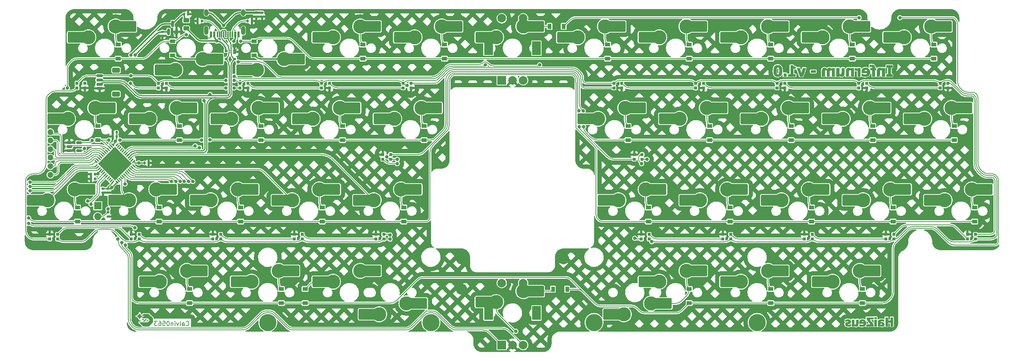
<source format=gbr>
%TF.GenerationSoftware,KiCad,Pcbnew,(7.0.0)*%
%TF.CreationDate,2023-12-26T01:15:31+01:00*%
%TF.ProjectId,Infernum HS,496e6665-726e-4756-9d20-48532e6b6963,rev?*%
%TF.SameCoordinates,Original*%
%TF.FileFunction,Copper,L2,Bot*%
%TF.FilePolarity,Positive*%
%FSLAX46Y46*%
G04 Gerber Fmt 4.6, Leading zero omitted, Abs format (unit mm)*
G04 Created by KiCad (PCBNEW (7.0.0)) date 2023-12-26 01:15:31*
%MOMM*%
%LPD*%
G01*
G04 APERTURE LIST*
G04 Aperture macros list*
%AMRoundRect*
0 Rectangle with rounded corners*
0 $1 Rounding radius*
0 $2 $3 $4 $5 $6 $7 $8 $9 X,Y pos of 4 corners*
0 Add a 4 corners polygon primitive as box body*
4,1,4,$2,$3,$4,$5,$6,$7,$8,$9,$2,$3,0*
0 Add four circle primitives for the rounded corners*
1,1,$1+$1,$2,$3*
1,1,$1+$1,$4,$5*
1,1,$1+$1,$6,$7*
1,1,$1+$1,$8,$9*
0 Add four rect primitives between the rounded corners*
20,1,$1+$1,$2,$3,$4,$5,0*
20,1,$1+$1,$4,$5,$6,$7,0*
20,1,$1+$1,$6,$7,$8,$9,0*
20,1,$1+$1,$8,$9,$2,$3,0*%
%AMRotRect*
0 Rectangle, with rotation*
0 The origin of the aperture is its center*
0 $1 length*
0 $2 width*
0 $3 Rotation angle, in degrees counterclockwise*
0 Add horizontal line*
21,1,$1,$2,0,0,$3*%
G04 Aperture macros list end*
%ADD10C,0.200000*%
%TA.AperFunction,NonConductor*%
%ADD11C,0.200000*%
%TD*%
%TA.AperFunction,EtchedComponent*%
%ADD12C,0.010000*%
%TD*%
%TA.AperFunction,ComponentPad*%
%ADD13R,2.000000X2.000000*%
%TD*%
%TA.AperFunction,ComponentPad*%
%ADD14C,2.000000*%
%TD*%
%TA.AperFunction,ComponentPad*%
%ADD15R,2.000000X3.200000*%
%TD*%
%TA.AperFunction,ComponentPad*%
%ADD16C,4.000000*%
%TD*%
%TA.AperFunction,ComponentPad*%
%ADD17O,1.350000X1.350000*%
%TD*%
%TA.AperFunction,ComponentPad*%
%ADD18C,3.300000*%
%TD*%
%TA.AperFunction,SMDPad,CuDef*%
%ADD19R,1.650000X2.500000*%
%TD*%
%TA.AperFunction,SMDPad,CuDef*%
%ADD20RoundRect,0.250000X1.025000X1.000000X-1.025000X1.000000X-1.025000X-1.000000X1.025000X-1.000000X0*%
%TD*%
%TA.AperFunction,SMDPad,CuDef*%
%ADD21RoundRect,0.140000X-0.140000X-0.170000X0.140000X-0.170000X0.140000X0.170000X-0.140000X0.170000X0*%
%TD*%
%TA.AperFunction,SMDPad,CuDef*%
%ADD22R,1.200000X0.900000*%
%TD*%
%TA.AperFunction,SMDPad,CuDef*%
%ADD23RoundRect,0.250000X-1.025000X-1.000000X1.025000X-1.000000X1.025000X1.000000X-1.025000X1.000000X0*%
%TD*%
%TA.AperFunction,SMDPad,CuDef*%
%ADD24RoundRect,0.105000X0.245000X0.245000X-0.245000X0.245000X-0.245000X-0.245000X0.245000X-0.245000X0*%
%TD*%
%TA.AperFunction,SMDPad,CuDef*%
%ADD25RoundRect,0.105000X-0.245000X-0.245000X0.245000X-0.245000X0.245000X0.245000X-0.245000X0.245000X0*%
%TD*%
%TA.AperFunction,SMDPad,CuDef*%
%ADD26RoundRect,0.150000X-0.625000X0.150000X-0.625000X-0.150000X0.625000X-0.150000X0.625000X0.150000X0*%
%TD*%
%TA.AperFunction,SMDPad,CuDef*%
%ADD27RoundRect,0.250000X-0.650000X0.350000X-0.650000X-0.350000X0.650000X-0.350000X0.650000X0.350000X0*%
%TD*%
%TA.AperFunction,SMDPad,CuDef*%
%ADD28RoundRect,0.135000X-0.185000X0.135000X-0.185000X-0.135000X0.185000X-0.135000X0.185000X0.135000X0*%
%TD*%
%TA.AperFunction,SMDPad,CuDef*%
%ADD29RoundRect,0.135000X-0.135000X-0.185000X0.135000X-0.185000X0.135000X0.185000X-0.135000X0.185000X0*%
%TD*%
%TA.AperFunction,SMDPad,CuDef*%
%ADD30R,0.900000X1.200000*%
%TD*%
%TA.AperFunction,SMDPad,CuDef*%
%ADD31RoundRect,0.140000X0.140000X0.170000X-0.140000X0.170000X-0.140000X-0.170000X0.140000X-0.170000X0*%
%TD*%
%TA.AperFunction,SMDPad,CuDef*%
%ADD32RoundRect,0.140000X-0.170000X0.140000X-0.170000X-0.140000X0.170000X-0.140000X0.170000X0.140000X0*%
%TD*%
%TA.AperFunction,SMDPad,CuDef*%
%ADD33RoundRect,0.140000X0.170000X-0.140000X0.170000X0.140000X-0.170000X0.140000X-0.170000X-0.140000X0*%
%TD*%
%TA.AperFunction,SMDPad,CuDef*%
%ADD34RoundRect,0.062500X-0.220971X-0.309359X0.309359X0.220971X0.220971X0.309359X-0.309359X-0.220971X0*%
%TD*%
%TA.AperFunction,SMDPad,CuDef*%
%ADD35RoundRect,0.062500X0.220971X-0.309359X0.309359X-0.220971X-0.220971X0.309359X-0.309359X0.220971X0*%
%TD*%
%TA.AperFunction,SMDPad,CuDef*%
%ADD36RotRect,5.600000X5.600000X45.000000*%
%TD*%
%TA.AperFunction,ComponentPad*%
%ADD37R,1.700000X1.700000*%
%TD*%
%TA.AperFunction,ComponentPad*%
%ADD38O,1.700000X1.700000*%
%TD*%
%TA.AperFunction,SMDPad,CuDef*%
%ADD39R,0.600000X1.450000*%
%TD*%
%TA.AperFunction,SMDPad,CuDef*%
%ADD40R,0.300000X1.450000*%
%TD*%
%TA.AperFunction,ComponentPad*%
%ADD41O,1.000000X1.600000*%
%TD*%
%TA.AperFunction,ComponentPad*%
%ADD42O,1.000000X2.100000*%
%TD*%
%TA.AperFunction,SMDPad,CuDef*%
%ADD43RoundRect,0.150000X0.150000X-0.587500X0.150000X0.587500X-0.150000X0.587500X-0.150000X-0.587500X0*%
%TD*%
%TA.AperFunction,SMDPad,CuDef*%
%ADD44R,0.700000X1.000000*%
%TD*%
%TA.AperFunction,SMDPad,CuDef*%
%ADD45R,0.700000X0.600000*%
%TD*%
%TA.AperFunction,SMDPad,CuDef*%
%ADD46RoundRect,0.150000X-0.512500X-0.150000X0.512500X-0.150000X0.512500X0.150000X-0.512500X0.150000X0*%
%TD*%
%TA.AperFunction,SMDPad,CuDef*%
%ADD47RoundRect,0.243750X0.456250X-0.243750X0.456250X0.243750X-0.456250X0.243750X-0.456250X-0.243750X0*%
%TD*%
%TA.AperFunction,SMDPad,CuDef*%
%ADD48RoundRect,0.135000X0.135000X0.185000X-0.135000X0.185000X-0.135000X-0.185000X0.135000X-0.185000X0*%
%TD*%
%TA.AperFunction,ViaPad*%
%ADD49C,0.800000*%
%TD*%
%TA.AperFunction,Conductor*%
%ADD50C,0.300000*%
%TD*%
%TA.AperFunction,Conductor*%
%ADD51C,0.200000*%
%TD*%
%TA.AperFunction,Conductor*%
%ADD52C,0.500000*%
%TD*%
%TA.AperFunction,Conductor*%
%ADD53C,0.250000*%
%TD*%
G04 APERTURE END LIST*
D10*
D11*
X81740476Y-156849642D02*
X81788095Y-156897261D01*
X81788095Y-156897261D02*
X81930952Y-156944880D01*
X81930952Y-156944880D02*
X82026190Y-156944880D01*
X82026190Y-156944880D02*
X82169047Y-156897261D01*
X82169047Y-156897261D02*
X82264285Y-156802023D01*
X82264285Y-156802023D02*
X82311904Y-156706785D01*
X82311904Y-156706785D02*
X82359523Y-156516309D01*
X82359523Y-156516309D02*
X82359523Y-156373452D01*
X82359523Y-156373452D02*
X82311904Y-156182976D01*
X82311904Y-156182976D02*
X82264285Y-156087738D01*
X82264285Y-156087738D02*
X82169047Y-155992500D01*
X82169047Y-155992500D02*
X82026190Y-155944880D01*
X82026190Y-155944880D02*
X81930952Y-155944880D01*
X81930952Y-155944880D02*
X81788095Y-155992500D01*
X81788095Y-155992500D02*
X81740476Y-156040119D01*
X80883333Y-156944880D02*
X80883333Y-156421071D01*
X80883333Y-156421071D02*
X80930952Y-156325833D01*
X80930952Y-156325833D02*
X81026190Y-156278214D01*
X81026190Y-156278214D02*
X81216666Y-156278214D01*
X81216666Y-156278214D02*
X81311904Y-156325833D01*
X80883333Y-156897261D02*
X80978571Y-156944880D01*
X80978571Y-156944880D02*
X81216666Y-156944880D01*
X81216666Y-156944880D02*
X81311904Y-156897261D01*
X81311904Y-156897261D02*
X81359523Y-156802023D01*
X81359523Y-156802023D02*
X81359523Y-156706785D01*
X81359523Y-156706785D02*
X81311904Y-156611547D01*
X81311904Y-156611547D02*
X81216666Y-156563928D01*
X81216666Y-156563928D02*
X80978571Y-156563928D01*
X80978571Y-156563928D02*
X80883333Y-156516309D01*
X80264285Y-156944880D02*
X80359523Y-156897261D01*
X80359523Y-156897261D02*
X80407142Y-156802023D01*
X80407142Y-156802023D02*
X80407142Y-155944880D01*
X79978570Y-156278214D02*
X79740475Y-156944880D01*
X79740475Y-156944880D02*
X79502380Y-156278214D01*
X79121427Y-156944880D02*
X79121427Y-156278214D01*
X79121427Y-155944880D02*
X79169046Y-155992500D01*
X79169046Y-155992500D02*
X79121427Y-156040119D01*
X79121427Y-156040119D02*
X79073808Y-155992500D01*
X79073808Y-155992500D02*
X79121427Y-155944880D01*
X79121427Y-155944880D02*
X79121427Y-156040119D01*
X78645237Y-156278214D02*
X78645237Y-156944880D01*
X78645237Y-156373452D02*
X78597618Y-156325833D01*
X78597618Y-156325833D02*
X78502380Y-156278214D01*
X78502380Y-156278214D02*
X78359523Y-156278214D01*
X78359523Y-156278214D02*
X78264285Y-156325833D01*
X78264285Y-156325833D02*
X78216666Y-156421071D01*
X78216666Y-156421071D02*
X78216666Y-156944880D01*
X77549999Y-155944880D02*
X77454761Y-155944880D01*
X77454761Y-155944880D02*
X77359523Y-155992500D01*
X77359523Y-155992500D02*
X77311904Y-156040119D01*
X77311904Y-156040119D02*
X77264285Y-156135357D01*
X77264285Y-156135357D02*
X77216666Y-156325833D01*
X77216666Y-156325833D02*
X77216666Y-156563928D01*
X77216666Y-156563928D02*
X77264285Y-156754404D01*
X77264285Y-156754404D02*
X77311904Y-156849642D01*
X77311904Y-156849642D02*
X77359523Y-156897261D01*
X77359523Y-156897261D02*
X77454761Y-156944880D01*
X77454761Y-156944880D02*
X77549999Y-156944880D01*
X77549999Y-156944880D02*
X77645237Y-156897261D01*
X77645237Y-156897261D02*
X77692856Y-156849642D01*
X77692856Y-156849642D02*
X77740475Y-156754404D01*
X77740475Y-156754404D02*
X77788094Y-156563928D01*
X77788094Y-156563928D02*
X77788094Y-156325833D01*
X77788094Y-156325833D02*
X77740475Y-156135357D01*
X77740475Y-156135357D02*
X77692856Y-156040119D01*
X77692856Y-156040119D02*
X77645237Y-155992500D01*
X77645237Y-155992500D02*
X77549999Y-155944880D01*
X76311904Y-155944880D02*
X76788094Y-155944880D01*
X76788094Y-155944880D02*
X76835713Y-156421071D01*
X76835713Y-156421071D02*
X76788094Y-156373452D01*
X76788094Y-156373452D02*
X76692856Y-156325833D01*
X76692856Y-156325833D02*
X76454761Y-156325833D01*
X76454761Y-156325833D02*
X76359523Y-156373452D01*
X76359523Y-156373452D02*
X76311904Y-156421071D01*
X76311904Y-156421071D02*
X76264285Y-156516309D01*
X76264285Y-156516309D02*
X76264285Y-156754404D01*
X76264285Y-156754404D02*
X76311904Y-156849642D01*
X76311904Y-156849642D02*
X76359523Y-156897261D01*
X76359523Y-156897261D02*
X76454761Y-156944880D01*
X76454761Y-156944880D02*
X76692856Y-156944880D01*
X76692856Y-156944880D02*
X76788094Y-156897261D01*
X76788094Y-156897261D02*
X76835713Y-156849642D01*
X75407142Y-155944880D02*
X75597618Y-155944880D01*
X75597618Y-155944880D02*
X75692856Y-155992500D01*
X75692856Y-155992500D02*
X75740475Y-156040119D01*
X75740475Y-156040119D02*
X75835713Y-156182976D01*
X75835713Y-156182976D02*
X75883332Y-156373452D01*
X75883332Y-156373452D02*
X75883332Y-156754404D01*
X75883332Y-156754404D02*
X75835713Y-156849642D01*
X75835713Y-156849642D02*
X75788094Y-156897261D01*
X75788094Y-156897261D02*
X75692856Y-156944880D01*
X75692856Y-156944880D02*
X75502380Y-156944880D01*
X75502380Y-156944880D02*
X75407142Y-156897261D01*
X75407142Y-156897261D02*
X75359523Y-156849642D01*
X75359523Y-156849642D02*
X75311904Y-156754404D01*
X75311904Y-156754404D02*
X75311904Y-156516309D01*
X75311904Y-156516309D02*
X75359523Y-156421071D01*
X75359523Y-156421071D02*
X75407142Y-156373452D01*
X75407142Y-156373452D02*
X75502380Y-156325833D01*
X75502380Y-156325833D02*
X75692856Y-156325833D01*
X75692856Y-156325833D02*
X75788094Y-156373452D01*
X75788094Y-156373452D02*
X75835713Y-156421071D01*
X75835713Y-156421071D02*
X75883332Y-156516309D01*
X74978570Y-155944880D02*
X74359523Y-155944880D01*
X74359523Y-155944880D02*
X74692856Y-156325833D01*
X74692856Y-156325833D02*
X74549999Y-156325833D01*
X74549999Y-156325833D02*
X74454761Y-156373452D01*
X74454761Y-156373452D02*
X74407142Y-156421071D01*
X74407142Y-156421071D02*
X74359523Y-156516309D01*
X74359523Y-156516309D02*
X74359523Y-156754404D01*
X74359523Y-156754404D02*
X74407142Y-156849642D01*
X74407142Y-156849642D02*
X74454761Y-156897261D01*
X74454761Y-156897261D02*
X74549999Y-156944880D01*
X74549999Y-156944880D02*
X74835713Y-156944880D01*
X74835713Y-156944880D02*
X74930951Y-156897261D01*
X74930951Y-156897261D02*
X74978570Y-156849642D01*
%TO.C,G\u002A\u002A\u002A*%
G36*
X221904983Y-98645133D02*
G01*
X221286917Y-98645133D01*
X221286917Y-97967800D01*
X221904983Y-97967800D01*
X221904983Y-98645133D01*
G37*
D12*
X221904983Y-98645133D02*
X221286917Y-98645133D01*
X221286917Y-97967800D01*
X221904983Y-97967800D01*
X221904983Y-98645133D01*
G36*
X242984783Y-157095000D02*
G01*
X242493716Y-157095000D01*
X242493716Y-155537133D01*
X242984783Y-155537133D01*
X242984783Y-157095000D01*
G37*
X242984783Y-157095000D02*
X242493716Y-157095000D01*
X242493716Y-155537133D01*
X242984783Y-155537133D01*
X242984783Y-157095000D01*
G36*
X242993250Y-155325466D02*
G01*
X242476783Y-155325466D01*
X242476783Y-154944466D01*
X242993250Y-154944466D01*
X242993250Y-155325466D01*
G37*
X242993250Y-155325466D02*
X242476783Y-155325466D01*
X242476783Y-154944466D01*
X242993250Y-154944466D01*
X242993250Y-155325466D01*
G36*
X245584050Y-155782666D02*
G01*
X246278316Y-155782666D01*
X246278316Y-155037600D01*
X246803250Y-155037600D01*
X246803250Y-157095000D01*
X246278316Y-157095000D01*
X246278316Y-156189066D01*
X245584050Y-156189066D01*
X245584050Y-157095000D01*
X245059116Y-157095000D01*
X245059116Y-155037600D01*
X245584050Y-155037600D01*
X245584050Y-155782666D01*
G37*
X245584050Y-155782666D02*
X246278316Y-155782666D01*
X246278316Y-155037600D01*
X246803250Y-155037600D01*
X246803250Y-157095000D01*
X246278316Y-157095000D01*
X246278316Y-156189066D01*
X245584050Y-156189066D01*
X245584050Y-157095000D01*
X245059116Y-157095000D01*
X245059116Y-155037600D01*
X245584050Y-155037600D01*
X245584050Y-155782666D01*
G36*
X246678450Y-96528466D02*
G01*
X246305917Y-96528466D01*
X246305917Y-98196400D01*
X246678450Y-98196400D01*
X246678450Y-98645133D01*
X245289917Y-98645133D01*
X245289917Y-98196400D01*
X245653983Y-98196400D01*
X245653983Y-96528466D01*
X245289917Y-96528466D01*
X245289917Y-96079733D01*
X246678450Y-96079733D01*
X246678450Y-96528466D01*
G37*
X246678450Y-96528466D02*
X246305917Y-96528466D01*
X246305917Y-98196400D01*
X246678450Y-98196400D01*
X246678450Y-98645133D01*
X245289917Y-98645133D01*
X245289917Y-98196400D01*
X245653983Y-98196400D01*
X245653983Y-96528466D01*
X245289917Y-96528466D01*
X245289917Y-96079733D01*
X246678450Y-96079733D01*
X246678450Y-96528466D01*
G36*
X228796850Y-97756133D02*
G01*
X228226761Y-97756133D01*
X228130026Y-97756051D01*
X228038295Y-97755815D01*
X227952966Y-97755439D01*
X227875439Y-97754935D01*
X227807114Y-97754319D01*
X227749391Y-97753603D01*
X227703669Y-97752801D01*
X227671348Y-97751927D01*
X227653828Y-97750995D01*
X227651028Y-97750489D01*
X227649558Y-97740868D01*
X227648231Y-97716533D01*
X227647099Y-97679699D01*
X227646212Y-97632585D01*
X227645624Y-97577409D01*
X227645386Y-97516389D01*
X227645383Y-97509189D01*
X227645383Y-97273533D01*
X228796850Y-97273533D01*
X228796850Y-97756133D01*
G37*
X228796850Y-97756133D02*
X228226761Y-97756133D01*
X228130026Y-97756051D01*
X228038295Y-97755815D01*
X227952966Y-97755439D01*
X227875439Y-97754935D01*
X227807114Y-97754319D01*
X227749391Y-97753603D01*
X227703669Y-97752801D01*
X227671348Y-97751927D01*
X227653828Y-97750995D01*
X227651028Y-97750489D01*
X227649558Y-97740868D01*
X227648231Y-97716533D01*
X227647099Y-97679699D01*
X227646212Y-97632585D01*
X227645624Y-97577409D01*
X227645386Y-97516389D01*
X227645383Y-97509189D01*
X227645383Y-97273533D01*
X228796850Y-97273533D01*
X228796850Y-97756133D01*
G36*
X223454383Y-96091541D02*
G01*
X223458603Y-96121731D01*
X223469764Y-96160161D01*
X223485621Y-96200848D01*
X223503928Y-96237809D01*
X223516928Y-96258167D01*
X223555176Y-96300089D01*
X223603400Y-96334990D01*
X223662766Y-96363284D01*
X223734441Y-96385384D01*
X223819590Y-96401704D01*
X223919381Y-96412658D01*
X223960267Y-96415435D01*
X224055517Y-96420981D01*
X224055517Y-96841733D01*
X223513650Y-96841733D01*
X223513650Y-98196400D01*
X224055517Y-98196400D01*
X224055517Y-98645133D01*
X222353717Y-98645133D01*
X222353717Y-98196400D01*
X222887117Y-98196400D01*
X222887117Y-96071266D01*
X223454383Y-96071266D01*
X223454383Y-96091541D01*
G37*
X223454383Y-96091541D02*
X223458603Y-96121731D01*
X223469764Y-96160161D01*
X223485621Y-96200848D01*
X223503928Y-96237809D01*
X223516928Y-96258167D01*
X223555176Y-96300089D01*
X223603400Y-96334990D01*
X223662766Y-96363284D01*
X223734441Y-96385384D01*
X223819590Y-96401704D01*
X223919381Y-96412658D01*
X223960267Y-96415435D01*
X224055517Y-96420981D01*
X224055517Y-96841733D01*
X223513650Y-96841733D01*
X223513650Y-98196400D01*
X224055517Y-98196400D01*
X224055517Y-98645133D01*
X222353717Y-98645133D01*
X222353717Y-98196400D01*
X222887117Y-98196400D01*
X222887117Y-96071266D01*
X223454383Y-96071266D01*
X223454383Y-96091541D01*
G36*
X238138238Y-96713773D02*
G01*
X238233104Y-96742047D01*
X238326845Y-96784247D01*
X238398180Y-96826738D01*
X238424930Y-96845500D01*
X238459450Y-96871078D01*
X238496456Y-96899506D01*
X238518700Y-96917123D01*
X238592783Y-96976628D01*
X238592783Y-96706266D01*
X239202383Y-96706266D01*
X239202383Y-98645133D01*
X238592783Y-98645133D01*
X238592783Y-97351130D01*
X238514467Y-97325211D01*
X238441750Y-97302227D01*
X238379793Y-97285444D01*
X238323942Y-97274045D01*
X238269548Y-97267212D01*
X238211959Y-97264127D01*
X238165217Y-97263770D01*
X238117469Y-97264696D01*
X238071509Y-97266682D01*
X238032132Y-97269450D01*
X238004136Y-97272723D01*
X238001078Y-97273267D01*
X237969105Y-97278359D01*
X237938986Y-97281506D01*
X237926994Y-97282000D01*
X237898517Y-97282000D01*
X237898517Y-96707614D01*
X237954423Y-96701627D01*
X238044569Y-96700082D01*
X238138238Y-96713773D01*
G37*
X238138238Y-96713773D02*
X238233104Y-96742047D01*
X238326845Y-96784247D01*
X238398180Y-96826738D01*
X238424930Y-96845500D01*
X238459450Y-96871078D01*
X238496456Y-96899506D01*
X238518700Y-96917123D01*
X238592783Y-96976628D01*
X238592783Y-96706266D01*
X239202383Y-96706266D01*
X239202383Y-98645133D01*
X238592783Y-98645133D01*
X238592783Y-97351130D01*
X238514467Y-97325211D01*
X238441750Y-97302227D01*
X238379793Y-97285444D01*
X238323942Y-97274045D01*
X238269548Y-97267212D01*
X238211959Y-97264127D01*
X238165217Y-97263770D01*
X238117469Y-97264696D01*
X238071509Y-97266682D01*
X238032132Y-97269450D01*
X238004136Y-97272723D01*
X238001078Y-97273267D01*
X237969105Y-97278359D01*
X237938986Y-97281506D01*
X237926994Y-97282000D01*
X237898517Y-97282000D01*
X237898517Y-96707614D01*
X237954423Y-96701627D01*
X238044569Y-96700082D01*
X238138238Y-96713773D01*
G36*
X242188916Y-155435533D02*
G01*
X241748650Y-155435533D01*
X241664091Y-155435602D01*
X241584867Y-155435802D01*
X241512549Y-155436118D01*
X241448711Y-155436538D01*
X241394923Y-155437048D01*
X241352758Y-155437634D01*
X241323787Y-155438285D01*
X241309582Y-155438985D01*
X241308383Y-155439260D01*
X241313307Y-155446454D01*
X241327611Y-155466299D01*
X241350593Y-155497839D01*
X241381550Y-155540120D01*
X241419781Y-155592188D01*
X241464582Y-155653089D01*
X241515253Y-155721868D01*
X241571090Y-155797570D01*
X241631391Y-155879242D01*
X241695454Y-155965928D01*
X241762578Y-156056674D01*
X241774026Y-156072144D01*
X242239670Y-156701300D01*
X242239716Y-157095000D01*
X240605650Y-157095000D01*
X240605650Y-156697202D01*
X241101043Y-156695017D01*
X241596437Y-156692833D01*
X241130887Y-156066300D01*
X240665337Y-155439766D01*
X240665126Y-155238683D01*
X240664916Y-155037600D01*
X242188916Y-155037600D01*
X242188916Y-155435533D01*
G37*
X242188916Y-155435533D02*
X241748650Y-155435533D01*
X241664091Y-155435602D01*
X241584867Y-155435802D01*
X241512549Y-155436118D01*
X241448711Y-155436538D01*
X241394923Y-155437048D01*
X241352758Y-155437634D01*
X241323787Y-155438285D01*
X241309582Y-155438985D01*
X241308383Y-155439260D01*
X241313307Y-155446454D01*
X241327611Y-155466299D01*
X241350593Y-155497839D01*
X241381550Y-155540120D01*
X241419781Y-155592188D01*
X241464582Y-155653089D01*
X241515253Y-155721868D01*
X241571090Y-155797570D01*
X241631391Y-155879242D01*
X241695454Y-155965928D01*
X241762578Y-156056674D01*
X241774026Y-156072144D01*
X242239670Y-156701300D01*
X242239716Y-157095000D01*
X240605650Y-157095000D01*
X240605650Y-156697202D01*
X241101043Y-156695017D01*
X241596437Y-156692833D01*
X241130887Y-156066300D01*
X240665337Y-155439766D01*
X240665126Y-155238683D01*
X240664916Y-155037600D01*
X242188916Y-155037600D01*
X242188916Y-155435533D01*
G36*
X237743916Y-156637587D02*
G01*
X237775666Y-156657238D01*
X237831612Y-156686686D01*
X237891416Y-156709224D01*
X237950483Y-156723600D01*
X238004219Y-156728563D01*
X238030676Y-156726704D01*
X238087615Y-156713237D01*
X238131448Y-156690814D01*
X238164408Y-156657651D01*
X238188726Y-156611966D01*
X238194589Y-156595796D01*
X238198446Y-156583782D01*
X238201737Y-156571757D01*
X238204515Y-156558308D01*
X238206836Y-156542018D01*
X238208754Y-156521473D01*
X238210324Y-156495257D01*
X238211600Y-156461956D01*
X238212639Y-156420154D01*
X238213493Y-156368436D01*
X238214218Y-156305387D01*
X238214869Y-156229593D01*
X238215501Y-156139637D01*
X238216139Y-156038783D01*
X238219240Y-155537133D01*
X238709966Y-155537133D01*
X238707127Y-156127683D01*
X238706565Y-156242104D01*
X238706029Y-156340898D01*
X238705477Y-156425370D01*
X238704867Y-156496826D01*
X238704156Y-156556571D01*
X238703302Y-156605911D01*
X238702261Y-156646151D01*
X238700992Y-156678598D01*
X238699453Y-156704556D01*
X238697600Y-156725332D01*
X238695392Y-156742231D01*
X238692785Y-156756558D01*
X238689738Y-156769620D01*
X238686208Y-156782722D01*
X238685773Y-156784277D01*
X238653403Y-156873686D01*
X238610097Y-156950459D01*
X238556122Y-157014332D01*
X238491743Y-157065041D01*
X238417229Y-157102322D01*
X238342730Y-157123969D01*
X238279375Y-157132887D01*
X238209194Y-157135973D01*
X238140947Y-157133053D01*
X238105980Y-157128588D01*
X238033701Y-157109347D01*
X237956099Y-157075422D01*
X237874719Y-157027607D01*
X237791728Y-156967193D01*
X237748150Y-156932467D01*
X237745726Y-157013733D01*
X237743303Y-157095000D01*
X237252850Y-157095000D01*
X237252850Y-155537133D01*
X237743916Y-155537133D01*
X237743916Y-156637587D01*
G37*
X237743916Y-156637587D02*
X237775666Y-156657238D01*
X237831612Y-156686686D01*
X237891416Y-156709224D01*
X237950483Y-156723600D01*
X238004219Y-156728563D01*
X238030676Y-156726704D01*
X238087615Y-156713237D01*
X238131448Y-156690814D01*
X238164408Y-156657651D01*
X238188726Y-156611966D01*
X238194589Y-156595796D01*
X238198446Y-156583782D01*
X238201737Y-156571757D01*
X238204515Y-156558308D01*
X238206836Y-156542018D01*
X238208754Y-156521473D01*
X238210324Y-156495257D01*
X238211600Y-156461956D01*
X238212639Y-156420154D01*
X238213493Y-156368436D01*
X238214218Y-156305387D01*
X238214869Y-156229593D01*
X238215501Y-156139637D01*
X238216139Y-156038783D01*
X238219240Y-155537133D01*
X238709966Y-155537133D01*
X238707127Y-156127683D01*
X238706565Y-156242104D01*
X238706029Y-156340898D01*
X238705477Y-156425370D01*
X238704867Y-156496826D01*
X238704156Y-156556571D01*
X238703302Y-156605911D01*
X238702261Y-156646151D01*
X238700992Y-156678598D01*
X238699453Y-156704556D01*
X238697600Y-156725332D01*
X238695392Y-156742231D01*
X238692785Y-156756558D01*
X238689738Y-156769620D01*
X238686208Y-156782722D01*
X238685773Y-156784277D01*
X238653403Y-156873686D01*
X238610097Y-156950459D01*
X238556122Y-157014332D01*
X238491743Y-157065041D01*
X238417229Y-157102322D01*
X238342730Y-157123969D01*
X238279375Y-157132887D01*
X238209194Y-157135973D01*
X238140947Y-157133053D01*
X238105980Y-157128588D01*
X238033701Y-157109347D01*
X237956099Y-157075422D01*
X237874719Y-157027607D01*
X237791728Y-156967193D01*
X237748150Y-156932467D01*
X237745726Y-157013733D01*
X237743303Y-157095000D01*
X237252850Y-157095000D01*
X237252850Y-155537133D01*
X237743916Y-155537133D01*
X237743916Y-156637587D01*
G36*
X236597072Y-96666713D02*
G01*
X236689371Y-96688045D01*
X236745017Y-96707804D01*
X236775559Y-96722570D01*
X236815958Y-96745068D01*
X236862475Y-96772941D01*
X236911368Y-96803828D01*
X236958898Y-96835372D01*
X237001325Y-96865215D01*
X237032800Y-96889274D01*
X237060317Y-96911637D01*
X237060317Y-96706266D01*
X237669917Y-96706266D01*
X237669917Y-98645133D01*
X237060416Y-98645133D01*
X237058250Y-97958390D01*
X237056083Y-97271648D01*
X237002292Y-97239123D01*
X236938679Y-97204962D01*
X236878501Y-97182856D01*
X236815417Y-97171029D01*
X236747050Y-97167700D01*
X236687063Y-97169769D01*
X236640097Y-97176765D01*
X236602662Y-97189868D01*
X236571263Y-97210259D01*
X236545152Y-97235963D01*
X236531799Y-97252360D01*
X236520057Y-97270063D01*
X236509823Y-97290207D01*
X236500996Y-97313928D01*
X236493474Y-97342361D01*
X236487155Y-97376642D01*
X236481939Y-97417907D01*
X236477722Y-97467290D01*
X236474404Y-97525929D01*
X236471882Y-97594957D01*
X236470055Y-97675512D01*
X236468821Y-97768728D01*
X236468079Y-97875741D01*
X236467727Y-97997686D01*
X236467657Y-98101150D01*
X236467650Y-98645133D01*
X235849583Y-98645133D01*
X235849717Y-98008016D01*
X235849847Y-97902772D01*
X235850181Y-97800331D01*
X235850700Y-97702279D01*
X235851387Y-97610203D01*
X235852225Y-97525690D01*
X235853195Y-97450326D01*
X235854280Y-97385697D01*
X235855463Y-97333391D01*
X235856725Y-97294993D01*
X235857922Y-97273533D01*
X235873898Y-97155219D01*
X235901104Y-97048670D01*
X235939314Y-96954190D01*
X235988303Y-96872079D01*
X236047847Y-96802640D01*
X236117720Y-96746175D01*
X236197698Y-96702985D01*
X236287555Y-96673372D01*
X236308543Y-96668726D01*
X236401604Y-96656601D01*
X236499465Y-96656081D01*
X236597072Y-96666713D01*
G37*
X236597072Y-96666713D02*
X236689371Y-96688045D01*
X236745017Y-96707804D01*
X236775559Y-96722570D01*
X236815958Y-96745068D01*
X236862475Y-96772941D01*
X236911368Y-96803828D01*
X236958898Y-96835372D01*
X237001325Y-96865215D01*
X237032800Y-96889274D01*
X237060317Y-96911637D01*
X237060317Y-96706266D01*
X237669917Y-96706266D01*
X237669917Y-98645133D01*
X237060416Y-98645133D01*
X237058250Y-97958390D01*
X237056083Y-97271648D01*
X237002292Y-97239123D01*
X236938679Y-97204962D01*
X236878501Y-97182856D01*
X236815417Y-97171029D01*
X236747050Y-97167700D01*
X236687063Y-97169769D01*
X236640097Y-97176765D01*
X236602662Y-97189868D01*
X236571263Y-97210259D01*
X236545152Y-97235963D01*
X236531799Y-97252360D01*
X236520057Y-97270063D01*
X236509823Y-97290207D01*
X236500996Y-97313928D01*
X236493474Y-97342361D01*
X236487155Y-97376642D01*
X236481939Y-97417907D01*
X236477722Y-97467290D01*
X236474404Y-97525929D01*
X236471882Y-97594957D01*
X236470055Y-97675512D01*
X236468821Y-97768728D01*
X236468079Y-97875741D01*
X236467727Y-97997686D01*
X236467657Y-98101150D01*
X236467650Y-98645133D01*
X235849583Y-98645133D01*
X235849717Y-98008016D01*
X235849847Y-97902772D01*
X235850181Y-97800331D01*
X235850700Y-97702279D01*
X235851387Y-97610203D01*
X235852225Y-97525690D01*
X235853195Y-97450326D01*
X235854280Y-97385697D01*
X235855463Y-97333391D01*
X235856725Y-97294993D01*
X235857922Y-97273533D01*
X235873898Y-97155219D01*
X235901104Y-97048670D01*
X235939314Y-96954190D01*
X235988303Y-96872079D01*
X236047847Y-96802640D01*
X236117720Y-96746175D01*
X236197698Y-96702985D01*
X236287555Y-96673372D01*
X236308543Y-96668726D01*
X236401604Y-96656601D01*
X236499465Y-96656081D01*
X236597072Y-96666713D01*
G36*
X241936407Y-95947398D02*
G01*
X242033628Y-95956954D01*
X242120951Y-95973593D01*
X242201369Y-95997921D01*
X242277873Y-96030548D01*
X242296191Y-96039788D01*
X242371703Y-96088355D01*
X242437232Y-96149958D01*
X242492272Y-96223600D01*
X242536314Y-96308286D01*
X242568852Y-96403016D01*
X242589379Y-96506795D01*
X242597387Y-96618626D01*
X242597482Y-96632183D01*
X242597517Y-96706266D01*
X242843050Y-96706266D01*
X242843050Y-97138066D01*
X242597517Y-97138066D01*
X242597517Y-98645133D01*
X241987917Y-98645133D01*
X241987917Y-97138066D01*
X241530717Y-97138066D01*
X241530717Y-96706266D01*
X242006921Y-96706266D01*
X242002499Y-96632183D01*
X241995469Y-96565414D01*
X241982611Y-96512669D01*
X241962932Y-96471744D01*
X241935438Y-96440435D01*
X241907233Y-96420878D01*
X241857268Y-96400546D01*
X241795034Y-96387967D01*
X241723377Y-96383256D01*
X241645140Y-96386526D01*
X241563168Y-96397894D01*
X241526638Y-96405494D01*
X241487811Y-96414124D01*
X241454054Y-96421085D01*
X241429391Y-96425579D01*
X241418688Y-96426866D01*
X241414176Y-96425876D01*
X241410670Y-96421647D01*
X241408045Y-96412297D01*
X241406175Y-96395941D01*
X241404934Y-96370695D01*
X241404195Y-96334674D01*
X241403832Y-96285995D01*
X241403720Y-96222773D01*
X241403717Y-96203070D01*
X241403791Y-96135454D01*
X241404099Y-96082849D01*
X241404764Y-96043335D01*
X241405911Y-96014989D01*
X241407665Y-95995891D01*
X241410150Y-95984120D01*
X241413491Y-95977753D01*
X241417812Y-95974870D01*
X241418533Y-95974626D01*
X241438363Y-95970624D01*
X241471976Y-95966237D01*
X241516236Y-95961698D01*
X241568003Y-95957240D01*
X241624141Y-95953095D01*
X241681510Y-95949498D01*
X241736973Y-95946682D01*
X241787393Y-95944879D01*
X241826293Y-95944316D01*
X241936407Y-95947398D01*
G37*
X241936407Y-95947398D02*
X242033628Y-95956954D01*
X242120951Y-95973593D01*
X242201369Y-95997921D01*
X242277873Y-96030548D01*
X242296191Y-96039788D01*
X242371703Y-96088355D01*
X242437232Y-96149958D01*
X242492272Y-96223600D01*
X242536314Y-96308286D01*
X242568852Y-96403016D01*
X242589379Y-96506795D01*
X242597387Y-96618626D01*
X242597482Y-96632183D01*
X242597517Y-96706266D01*
X242843050Y-96706266D01*
X242843050Y-97138066D01*
X242597517Y-97138066D01*
X242597517Y-98645133D01*
X241987917Y-98645133D01*
X241987917Y-97138066D01*
X241530717Y-97138066D01*
X241530717Y-96706266D01*
X242006921Y-96706266D01*
X242002499Y-96632183D01*
X241995469Y-96565414D01*
X241982611Y-96512669D01*
X241962932Y-96471744D01*
X241935438Y-96440435D01*
X241907233Y-96420878D01*
X241857268Y-96400546D01*
X241795034Y-96387967D01*
X241723377Y-96383256D01*
X241645140Y-96386526D01*
X241563168Y-96397894D01*
X241526638Y-96405494D01*
X241487811Y-96414124D01*
X241454054Y-96421085D01*
X241429391Y-96425579D01*
X241418688Y-96426866D01*
X241414176Y-96425876D01*
X241410670Y-96421647D01*
X241408045Y-96412297D01*
X241406175Y-96395941D01*
X241404934Y-96370695D01*
X241404195Y-96334674D01*
X241403832Y-96285995D01*
X241403720Y-96222773D01*
X241403717Y-96203070D01*
X241403791Y-96135454D01*
X241404099Y-96082849D01*
X241404764Y-96043335D01*
X241405911Y-96014989D01*
X241407665Y-95995891D01*
X241410150Y-95984120D01*
X241413491Y-95977753D01*
X241417812Y-95974870D01*
X241418533Y-95974626D01*
X241438363Y-95970624D01*
X241471976Y-95966237D01*
X241516236Y-95961698D01*
X241568003Y-95957240D01*
X241624141Y-95953095D01*
X241681510Y-95949498D01*
X241736973Y-95946682D01*
X241787393Y-95944879D01*
X241826293Y-95944316D01*
X241936407Y-95947398D01*
G36*
X234223983Y-98082260D02*
G01*
X234243033Y-98094216D01*
X234279713Y-98114862D01*
X234324856Y-98136884D01*
X234371497Y-98157124D01*
X234412670Y-98172429D01*
X234422182Y-98175374D01*
X234469255Y-98184575D01*
X234524941Y-98188695D01*
X234581658Y-98187609D01*
X234631827Y-98181190D01*
X234641277Y-98179038D01*
X234682473Y-98161552D01*
X234722170Y-98132388D01*
X234754592Y-98096251D01*
X234766178Y-98077223D01*
X234774275Y-98061068D01*
X234781328Y-98045663D01*
X234787417Y-98029763D01*
X234792622Y-98012121D01*
X234797021Y-97991491D01*
X234800695Y-97966628D01*
X234803723Y-97936284D01*
X234806185Y-97899213D01*
X234808160Y-97854170D01*
X234809728Y-97799908D01*
X234810968Y-97735180D01*
X234811961Y-97658742D01*
X234812785Y-97569345D01*
X234813520Y-97465745D01*
X234814246Y-97346695D01*
X234814390Y-97322216D01*
X234817993Y-96706266D01*
X235426951Y-96706266D01*
X235424302Y-97440750D01*
X235421653Y-98175233D01*
X235399292Y-98256787D01*
X235374626Y-98335491D01*
X235346541Y-98401418D01*
X235312781Y-98458686D01*
X235271092Y-98511410D01*
X235244453Y-98539477D01*
X235187536Y-98590629D01*
X235130284Y-98629085D01*
X235067134Y-98658005D01*
X234999047Y-98678907D01*
X234943897Y-98689614D01*
X234879179Y-98696875D01*
X234811724Y-98700298D01*
X234748365Y-98699489D01*
X234706583Y-98695723D01*
X234634870Y-98681866D01*
X234565107Y-98659882D01*
X234494632Y-98628508D01*
X234420781Y-98586482D01*
X234340890Y-98532542D01*
X234302480Y-98504212D01*
X234272847Y-98482102D01*
X234248514Y-98464397D01*
X234232437Y-98453221D01*
X234227557Y-98450400D01*
X234226150Y-98458309D01*
X234225004Y-98479809D01*
X234224241Y-98511556D01*
X234223983Y-98547766D01*
X234223983Y-98645133D01*
X233605917Y-98645133D01*
X233605917Y-96706266D01*
X234223983Y-96706266D01*
X234223983Y-98082260D01*
G37*
X234223983Y-98082260D02*
X234243033Y-98094216D01*
X234279713Y-98114862D01*
X234324856Y-98136884D01*
X234371497Y-98157124D01*
X234412670Y-98172429D01*
X234422182Y-98175374D01*
X234469255Y-98184575D01*
X234524941Y-98188695D01*
X234581658Y-98187609D01*
X234631827Y-98181190D01*
X234641277Y-98179038D01*
X234682473Y-98161552D01*
X234722170Y-98132388D01*
X234754592Y-98096251D01*
X234766178Y-98077223D01*
X234774275Y-98061068D01*
X234781328Y-98045663D01*
X234787417Y-98029763D01*
X234792622Y-98012121D01*
X234797021Y-97991491D01*
X234800695Y-97966628D01*
X234803723Y-97936284D01*
X234806185Y-97899213D01*
X234808160Y-97854170D01*
X234809728Y-97799908D01*
X234810968Y-97735180D01*
X234811961Y-97658742D01*
X234812785Y-97569345D01*
X234813520Y-97465745D01*
X234814246Y-97346695D01*
X234814390Y-97322216D01*
X234817993Y-96706266D01*
X235426951Y-96706266D01*
X235424302Y-97440750D01*
X235421653Y-98175233D01*
X235399292Y-98256787D01*
X235374626Y-98335491D01*
X235346541Y-98401418D01*
X235312781Y-98458686D01*
X235271092Y-98511410D01*
X235244453Y-98539477D01*
X235187536Y-98590629D01*
X235130284Y-98629085D01*
X235067134Y-98658005D01*
X234999047Y-98678907D01*
X234943897Y-98689614D01*
X234879179Y-98696875D01*
X234811724Y-98700298D01*
X234748365Y-98699489D01*
X234706583Y-98695723D01*
X234634870Y-98681866D01*
X234565107Y-98659882D01*
X234494632Y-98628508D01*
X234420781Y-98586482D01*
X234340890Y-98532542D01*
X234302480Y-98504212D01*
X234272847Y-98482102D01*
X234248514Y-98464397D01*
X234232437Y-98453221D01*
X234227557Y-98450400D01*
X234226150Y-98458309D01*
X234225004Y-98479809D01*
X234224241Y-98511556D01*
X234223983Y-98547766D01*
X234223983Y-98645133D01*
X233605917Y-98645133D01*
X233605917Y-96706266D01*
X234223983Y-96706266D01*
X234223983Y-98082260D01*
G36*
X243750528Y-96657909D02*
G01*
X243833225Y-96666646D01*
X243911700Y-96684875D01*
X243988788Y-96713598D01*
X244067327Y-96753816D01*
X244150153Y-96806531D01*
X244214650Y-96853252D01*
X244286617Y-96907612D01*
X244291371Y-96706266D01*
X244900450Y-96706266D01*
X244900450Y-98645133D01*
X244290949Y-98645133D01*
X244288783Y-97958390D01*
X244286617Y-97271648D01*
X244232825Y-97239123D01*
X244169213Y-97204962D01*
X244109034Y-97182856D01*
X244045950Y-97171029D01*
X243977583Y-97167700D01*
X243930138Y-97168958D01*
X243889707Y-97172454D01*
X243860723Y-97177767D01*
X243856207Y-97179179D01*
X243813348Y-97202044D01*
X243774939Y-97236717D01*
X243747503Y-97276434D01*
X243739737Y-97292381D01*
X243732957Y-97308565D01*
X243727088Y-97326216D01*
X243722054Y-97346566D01*
X243717781Y-97370843D01*
X243714192Y-97400279D01*
X243711212Y-97436104D01*
X243708766Y-97479548D01*
X243706779Y-97531841D01*
X243705175Y-97594215D01*
X243703879Y-97667898D01*
X243702816Y-97754123D01*
X243701910Y-97854118D01*
X243701086Y-97969115D01*
X243700624Y-98041883D01*
X243696901Y-98645133D01*
X243080117Y-98645133D01*
X243080363Y-98020716D01*
X243080507Y-97883373D01*
X243080851Y-97761769D01*
X243081442Y-97654712D01*
X243082323Y-97561010D01*
X243083540Y-97479469D01*
X243085137Y-97408896D01*
X243087158Y-97348100D01*
X243089649Y-97295886D01*
X243092654Y-97251063D01*
X243096217Y-97212438D01*
X243100385Y-97178817D01*
X243105200Y-97149008D01*
X243110708Y-97121818D01*
X243114663Y-97105055D01*
X243145575Y-97008502D01*
X243187566Y-96921508D01*
X243239639Y-96845456D01*
X243300798Y-96781727D01*
X243370045Y-96731704D01*
X243392882Y-96719255D01*
X243451266Y-96693484D01*
X243511067Y-96675419D01*
X243577153Y-96663938D01*
X243654394Y-96657924D01*
X243660772Y-96657662D01*
X243750528Y-96657909D01*
G37*
X243750528Y-96657909D02*
X243833225Y-96666646D01*
X243911700Y-96684875D01*
X243988788Y-96713598D01*
X244067327Y-96753816D01*
X244150153Y-96806531D01*
X244214650Y-96853252D01*
X244286617Y-96907612D01*
X244291371Y-96706266D01*
X244900450Y-96706266D01*
X244900450Y-98645133D01*
X244290949Y-98645133D01*
X244288783Y-97958390D01*
X244286617Y-97271648D01*
X244232825Y-97239123D01*
X244169213Y-97204962D01*
X244109034Y-97182856D01*
X244045950Y-97171029D01*
X243977583Y-97167700D01*
X243930138Y-97168958D01*
X243889707Y-97172454D01*
X243860723Y-97177767D01*
X243856207Y-97179179D01*
X243813348Y-97202044D01*
X243774939Y-97236717D01*
X243747503Y-97276434D01*
X243739737Y-97292381D01*
X243732957Y-97308565D01*
X243727088Y-97326216D01*
X243722054Y-97346566D01*
X243717781Y-97370843D01*
X243714192Y-97400279D01*
X243711212Y-97436104D01*
X243708766Y-97479548D01*
X243706779Y-97531841D01*
X243705175Y-97594215D01*
X243703879Y-97667898D01*
X243702816Y-97754123D01*
X243701910Y-97854118D01*
X243701086Y-97969115D01*
X243700624Y-98041883D01*
X243696901Y-98645133D01*
X243080117Y-98645133D01*
X243080363Y-98020716D01*
X243080507Y-97883373D01*
X243080851Y-97761769D01*
X243081442Y-97654712D01*
X243082323Y-97561010D01*
X243083540Y-97479469D01*
X243085137Y-97408896D01*
X243087158Y-97348100D01*
X243089649Y-97295886D01*
X243092654Y-97251063D01*
X243096217Y-97212438D01*
X243100385Y-97178817D01*
X243105200Y-97149008D01*
X243110708Y-97121818D01*
X243114663Y-97105055D01*
X243145575Y-97008502D01*
X243187566Y-96921508D01*
X243239639Y-96845456D01*
X243300798Y-96781727D01*
X243370045Y-96731704D01*
X243392882Y-96719255D01*
X243451266Y-96693484D01*
X243511067Y-96675419D01*
X243577153Y-96663938D01*
X243654394Y-96657924D01*
X243660772Y-96657662D01*
X243750528Y-96657909D01*
G36*
X239514283Y-97416781D02*
G01*
X239523781Y-97333768D01*
X239537915Y-97258893D01*
X239557174Y-97189325D01*
X239582047Y-97122230D01*
X239600064Y-97081566D01*
X239654205Y-96983623D01*
X239719003Y-96898388D01*
X239794611Y-96825783D01*
X239881179Y-96765734D01*
X239978859Y-96718162D01*
X240087801Y-96682991D01*
X240208159Y-96660144D01*
X240340081Y-96649544D01*
X240451217Y-96649733D01*
X240591524Y-96660402D01*
X240719952Y-96682711D01*
X240837233Y-96717001D01*
X240944098Y-96763612D01*
X241041279Y-96822883D01*
X241129507Y-96895154D01*
X241209514Y-96980765D01*
X241235955Y-97014266D01*
X241302413Y-97116106D01*
X241355694Y-97228161D01*
X241395622Y-97349804D01*
X241422025Y-97480405D01*
X241434729Y-97619335D01*
X241434951Y-97734966D01*
X241426583Y-97855032D01*
X241410000Y-97962911D01*
X241384512Y-98061586D01*
X241349428Y-98154040D01*
X241327171Y-98200633D01*
X241266770Y-98301060D01*
X241193974Y-98390293D01*
X241108668Y-98468411D01*
X241010732Y-98535493D01*
X240900051Y-98591617D01*
X240776505Y-98636861D01*
X240639978Y-98671306D01*
X240618533Y-98675515D01*
X240578791Y-98681074D01*
X240525563Y-98685649D01*
X240462268Y-98689197D01*
X240392328Y-98691673D01*
X240319162Y-98693034D01*
X240246191Y-98693237D01*
X240176836Y-98692237D01*
X240114517Y-98689992D01*
X240062655Y-98686456D01*
X240033077Y-98682993D01*
X239934109Y-98664895D01*
X239831050Y-98640447D01*
X239730948Y-98611497D01*
X239642513Y-98580543D01*
X239541050Y-98541103D01*
X239541050Y-98035533D01*
X239574830Y-98035533D01*
X239598477Y-98038492D01*
X239624893Y-98048580D01*
X239658542Y-98067619D01*
X239667681Y-98073397D01*
X239789029Y-98142597D01*
X239911553Y-98195502D01*
X240034721Y-98231943D01*
X240158004Y-98251751D01*
X240241054Y-98255634D01*
X240355268Y-98249961D01*
X240457536Y-98232935D01*
X240547660Y-98204692D01*
X240625445Y-98165371D01*
X240690694Y-98115110D01*
X240743209Y-98054046D01*
X240782795Y-97982318D01*
X240809254Y-97900062D01*
X240818006Y-97851383D01*
X240825181Y-97798466D01*
X239507183Y-97798466D01*
X239507233Y-97618550D01*
X239508930Y-97510764D01*
X239513761Y-97425933D01*
X240108317Y-97425933D01*
X240829021Y-97425933D01*
X240823159Y-97385716D01*
X240808220Y-97317815D01*
X240784488Y-97252671D01*
X240753842Y-97194014D01*
X240718156Y-97145574D01*
X240688100Y-97117334D01*
X240640153Y-97085900D01*
X240590232Y-97064629D01*
X240533544Y-97051957D01*
X240471074Y-97046541D01*
X240390488Y-97048072D01*
X240322184Y-97060286D01*
X240264798Y-97083842D01*
X240216967Y-97119398D01*
X240177327Y-97167613D01*
X240160209Y-97196565D01*
X240139270Y-97244657D01*
X240122357Y-97300210D01*
X240111476Y-97355563D01*
X240108464Y-97394183D01*
X240108317Y-97425933D01*
X239513761Y-97425933D01*
X239514283Y-97416781D01*
G37*
X239514283Y-97416781D02*
X239523781Y-97333768D01*
X239537915Y-97258893D01*
X239557174Y-97189325D01*
X239582047Y-97122230D01*
X239600064Y-97081566D01*
X239654205Y-96983623D01*
X239719003Y-96898388D01*
X239794611Y-96825783D01*
X239881179Y-96765734D01*
X239978859Y-96718162D01*
X240087801Y-96682991D01*
X240208159Y-96660144D01*
X240340081Y-96649544D01*
X240451217Y-96649733D01*
X240591524Y-96660402D01*
X240719952Y-96682711D01*
X240837233Y-96717001D01*
X240944098Y-96763612D01*
X241041279Y-96822883D01*
X241129507Y-96895154D01*
X241209514Y-96980765D01*
X241235955Y-97014266D01*
X241302413Y-97116106D01*
X241355694Y-97228161D01*
X241395622Y-97349804D01*
X241422025Y-97480405D01*
X241434729Y-97619335D01*
X241434951Y-97734966D01*
X241426583Y-97855032D01*
X241410000Y-97962911D01*
X241384512Y-98061586D01*
X241349428Y-98154040D01*
X241327171Y-98200633D01*
X241266770Y-98301060D01*
X241193974Y-98390293D01*
X241108668Y-98468411D01*
X241010732Y-98535493D01*
X240900051Y-98591617D01*
X240776505Y-98636861D01*
X240639978Y-98671306D01*
X240618533Y-98675515D01*
X240578791Y-98681074D01*
X240525563Y-98685649D01*
X240462268Y-98689197D01*
X240392328Y-98691673D01*
X240319162Y-98693034D01*
X240246191Y-98693237D01*
X240176836Y-98692237D01*
X240114517Y-98689992D01*
X240062655Y-98686456D01*
X240033077Y-98682993D01*
X239934109Y-98664895D01*
X239831050Y-98640447D01*
X239730948Y-98611497D01*
X239642513Y-98580543D01*
X239541050Y-98541103D01*
X239541050Y-98035533D01*
X239574830Y-98035533D01*
X239598477Y-98038492D01*
X239624893Y-98048580D01*
X239658542Y-98067619D01*
X239667681Y-98073397D01*
X239789029Y-98142597D01*
X239911553Y-98195502D01*
X240034721Y-98231943D01*
X240158004Y-98251751D01*
X240241054Y-98255634D01*
X240355268Y-98249961D01*
X240457536Y-98232935D01*
X240547660Y-98204692D01*
X240625445Y-98165371D01*
X240690694Y-98115110D01*
X240743209Y-98054046D01*
X240782795Y-97982318D01*
X240809254Y-97900062D01*
X240818006Y-97851383D01*
X240825181Y-97798466D01*
X239507183Y-97798466D01*
X239507233Y-97618550D01*
X239508930Y-97510764D01*
X239513761Y-97425933D01*
X240108317Y-97425933D01*
X240829021Y-97425933D01*
X240823159Y-97385716D01*
X240808220Y-97317815D01*
X240784488Y-97252671D01*
X240753842Y-97194014D01*
X240718156Y-97145574D01*
X240688100Y-97117334D01*
X240640153Y-97085900D01*
X240590232Y-97064629D01*
X240533544Y-97051957D01*
X240471074Y-97046541D01*
X240390488Y-97048072D01*
X240322184Y-97060286D01*
X240264798Y-97083842D01*
X240216967Y-97119398D01*
X240177327Y-97167613D01*
X240160209Y-97196565D01*
X240139270Y-97244657D01*
X240122357Y-97300210D01*
X240111476Y-97355563D01*
X240108464Y-97394183D01*
X240108317Y-97425933D01*
X239513761Y-97425933D01*
X239514283Y-97416781D01*
G36*
X243332951Y-156687094D02*
G01*
X243333707Y-156504450D01*
X243334264Y-156369795D01*
X243822983Y-156369795D01*
X243822983Y-156687094D01*
X243849513Y-156709418D01*
X243888894Y-156736869D01*
X243939268Y-156763324D01*
X243974920Y-156778384D01*
X244005932Y-156785182D01*
X244052930Y-156788001D01*
X244089683Y-156787738D01*
X244131740Y-156786020D01*
X244161776Y-156782830D01*
X244184696Y-156777244D01*
X244205404Y-156768336D01*
X244212450Y-156764586D01*
X244249114Y-156736491D01*
X244273506Y-156698645D01*
X244286274Y-156649736D01*
X244288650Y-156610334D01*
X244285565Y-156561082D01*
X244275004Y-156523041D01*
X244255007Y-156491411D01*
X244230030Y-156466751D01*
X244198987Y-156444979D01*
X244159997Y-156426792D01*
X244110959Y-156411572D01*
X244049769Y-156398697D01*
X243974324Y-156387550D01*
X243951972Y-156384842D01*
X243822983Y-156369795D01*
X243334264Y-156369795D01*
X243336150Y-155913900D01*
X243359775Y-155847086D01*
X243392273Y-155772870D01*
X243434253Y-155708435D01*
X243486498Y-155653371D01*
X243549794Y-155607270D01*
X243624928Y-155569723D01*
X243712682Y-155540321D01*
X243813845Y-155518655D01*
X243929199Y-155504317D01*
X244030416Y-155497920D01*
X244162679Y-155497768D01*
X244301811Y-155508021D01*
X244449819Y-155528895D01*
X244604033Y-155559553D01*
X244661183Y-155572357D01*
X244661183Y-155953705D01*
X244625200Y-155949273D01*
X244603764Y-155944816D01*
X244570646Y-155935767D01*
X244530062Y-155923366D01*
X244486229Y-155908851D01*
X244478137Y-155906046D01*
X244388335Y-155877325D01*
X244308459Y-155857863D01*
X244234658Y-155847071D01*
X244163083Y-155844361D01*
X244099181Y-155848164D01*
X244021389Y-155858757D01*
X243958585Y-155873978D01*
X243909235Y-155894769D01*
X243871801Y-155922066D01*
X243844747Y-155956811D01*
X243826536Y-155999941D01*
X243821866Y-156017624D01*
X243816777Y-156042880D01*
X243814615Y-156060489D01*
X243815187Y-156065425D01*
X243824488Y-156067395D01*
X243847403Y-156070348D01*
X243880667Y-156073912D01*
X243921014Y-156077713D01*
X243928816Y-156078398D01*
X244042470Y-156089179D01*
X244141264Y-156100696D01*
X244227268Y-156113379D01*
X244302554Y-156127661D01*
X244369193Y-156143973D01*
X244429254Y-156162748D01*
X244484809Y-156184416D01*
X244524215Y-156202558D01*
X244601907Y-156247669D01*
X244665021Y-156300240D01*
X244714225Y-156361312D01*
X244750189Y-156431924D01*
X244773582Y-156513117D01*
X244785075Y-156605933D01*
X244785202Y-156608166D01*
X244783345Y-156705888D01*
X244766588Y-156796034D01*
X244735049Y-156878274D01*
X244688846Y-156952277D01*
X244644955Y-157001866D01*
X244577324Y-157056828D01*
X244500720Y-157097552D01*
X244415475Y-157123949D01*
X244321920Y-157135930D01*
X244220386Y-157133406D01*
X244175953Y-157128074D01*
X244107410Y-157111565D01*
X244033778Y-157082152D01*
X243958497Y-157041556D01*
X243885013Y-156991499D01*
X243854733Y-156967419D01*
X243822983Y-156940957D01*
X243822983Y-157095000D01*
X243331265Y-157095000D01*
X243332951Y-156687094D01*
G37*
X243332951Y-156687094D02*
X243333707Y-156504450D01*
X243334264Y-156369795D01*
X243822983Y-156369795D01*
X243822983Y-156687094D01*
X243849513Y-156709418D01*
X243888894Y-156736869D01*
X243939268Y-156763324D01*
X243974920Y-156778384D01*
X244005932Y-156785182D01*
X244052930Y-156788001D01*
X244089683Y-156787738D01*
X244131740Y-156786020D01*
X244161776Y-156782830D01*
X244184696Y-156777244D01*
X244205404Y-156768336D01*
X244212450Y-156764586D01*
X244249114Y-156736491D01*
X244273506Y-156698645D01*
X244286274Y-156649736D01*
X244288650Y-156610334D01*
X244285565Y-156561082D01*
X244275004Y-156523041D01*
X244255007Y-156491411D01*
X244230030Y-156466751D01*
X244198987Y-156444979D01*
X244159997Y-156426792D01*
X244110959Y-156411572D01*
X244049769Y-156398697D01*
X243974324Y-156387550D01*
X243951972Y-156384842D01*
X243822983Y-156369795D01*
X243334264Y-156369795D01*
X243336150Y-155913900D01*
X243359775Y-155847086D01*
X243392273Y-155772870D01*
X243434253Y-155708435D01*
X243486498Y-155653371D01*
X243549794Y-155607270D01*
X243624928Y-155569723D01*
X243712682Y-155540321D01*
X243813845Y-155518655D01*
X243929199Y-155504317D01*
X244030416Y-155497920D01*
X244162679Y-155497768D01*
X244301811Y-155508021D01*
X244449819Y-155528895D01*
X244604033Y-155559553D01*
X244661183Y-155572357D01*
X244661183Y-155953705D01*
X244625200Y-155949273D01*
X244603764Y-155944816D01*
X244570646Y-155935767D01*
X244530062Y-155923366D01*
X244486229Y-155908851D01*
X244478137Y-155906046D01*
X244388335Y-155877325D01*
X244308459Y-155857863D01*
X244234658Y-155847071D01*
X244163083Y-155844361D01*
X244099181Y-155848164D01*
X244021389Y-155858757D01*
X243958585Y-155873978D01*
X243909235Y-155894769D01*
X243871801Y-155922066D01*
X243844747Y-155956811D01*
X243826536Y-155999941D01*
X243821866Y-156017624D01*
X243816777Y-156042880D01*
X243814615Y-156060489D01*
X243815187Y-156065425D01*
X243824488Y-156067395D01*
X243847403Y-156070348D01*
X243880667Y-156073912D01*
X243921014Y-156077713D01*
X243928816Y-156078398D01*
X244042470Y-156089179D01*
X244141264Y-156100696D01*
X244227268Y-156113379D01*
X244302554Y-156127661D01*
X244369193Y-156143973D01*
X244429254Y-156162748D01*
X244484809Y-156184416D01*
X244524215Y-156202558D01*
X244601907Y-156247669D01*
X244665021Y-156300240D01*
X244714225Y-156361312D01*
X244750189Y-156431924D01*
X244773582Y-156513117D01*
X244785075Y-156605933D01*
X244785202Y-156608166D01*
X244783345Y-156705888D01*
X244766588Y-156796034D01*
X244735049Y-156878274D01*
X244688846Y-156952277D01*
X244644955Y-157001866D01*
X244577324Y-157056828D01*
X244500720Y-157097552D01*
X244415475Y-157123949D01*
X244321920Y-157135930D01*
X244220386Y-157133406D01*
X244175953Y-157128074D01*
X244107410Y-157111565D01*
X244033778Y-157082152D01*
X243958497Y-157041556D01*
X243885013Y-156991499D01*
X243854733Y-156967419D01*
X243822983Y-156940957D01*
X243822983Y-157095000D01*
X243331265Y-157095000D01*
X243332951Y-156687094D01*
G36*
X238950716Y-156071228D02*
G01*
X238967599Y-155980239D01*
X238992035Y-155897835D01*
X239024489Y-155821618D01*
X239031160Y-155808484D01*
X239082528Y-155727785D01*
X239146644Y-155657696D01*
X239222219Y-155599361D01*
X239307959Y-155553924D01*
X239327481Y-155545995D01*
X239416280Y-155519023D01*
X239515203Y-155501694D01*
X239620486Y-155493956D01*
X239728368Y-155495759D01*
X239835088Y-155507052D01*
X239936882Y-155527786D01*
X240023408Y-155555332D01*
X240108117Y-155596216D01*
X240189581Y-155651261D01*
X240264581Y-155717694D01*
X240329902Y-155792743D01*
X240372517Y-155856249D01*
X240416730Y-155946733D01*
X240450246Y-156047505D01*
X240472869Y-156155567D01*
X240484401Y-156267921D01*
X240484646Y-156381571D01*
X240473407Y-156493518D01*
X240450486Y-156600764D01*
X240426295Y-156674281D01*
X240381707Y-156767050D01*
X240323260Y-156850687D01*
X240251692Y-156924644D01*
X240167739Y-156988374D01*
X240072137Y-157041332D01*
X239965623Y-157082970D01*
X239848933Y-157112742D01*
X239830950Y-157116089D01*
X239798668Y-157120467D01*
X239754750Y-157124541D01*
X239702936Y-157128155D01*
X239646964Y-157131151D01*
X239590575Y-157133371D01*
X239537506Y-157134660D01*
X239491499Y-157134858D01*
X239456292Y-157133810D01*
X239441483Y-157132459D01*
X239380558Y-157123717D01*
X239332024Y-157116143D01*
X239291454Y-157108934D01*
X239254421Y-157101288D01*
X239216497Y-157092401D01*
X239205123Y-157089583D01*
X239157100Y-157076371D01*
X239103631Y-157059800D01*
X239054321Y-157042890D01*
X239042139Y-157038342D01*
X238963116Y-157008095D01*
X238963116Y-156603933D01*
X238993951Y-156603933D01*
X239023723Y-156609571D01*
X239060808Y-156627121D01*
X239076622Y-156636670D01*
X239186546Y-156697401D01*
X239297499Y-156741488D01*
X239409171Y-156768870D01*
X239521248Y-156779487D01*
X239633420Y-156773276D01*
X239706142Y-156760207D01*
X239783190Y-156734881D01*
X239849603Y-156697070D01*
X239904481Y-156647655D01*
X239946927Y-156587518D01*
X239976043Y-156517540D01*
X239983591Y-156487774D01*
X239989742Y-156457390D01*
X239994165Y-156432957D01*
X239995902Y-156419783D01*
X239992683Y-156417543D01*
X239982269Y-156415621D01*
X239963626Y-156413997D01*
X239935720Y-156412649D01*
X239897518Y-156411557D01*
X239847987Y-156410700D01*
X239786091Y-156410057D01*
X239710798Y-156409609D01*
X239621073Y-156409333D01*
X239515883Y-156409211D01*
X239466883Y-156409200D01*
X238937716Y-156409200D01*
X238937740Y-156288550D01*
X238940918Y-156173199D01*
X238946715Y-156112866D01*
X239419279Y-156112866D01*
X239997972Y-156112866D01*
X239991991Y-156072982D01*
X239975000Y-156005995D01*
X239946075Y-155945431D01*
X239907086Y-155893797D01*
X239859903Y-155853602D01*
X239809699Y-155828472D01*
X239765013Y-155817701D01*
X239713124Y-155812594D01*
X239659854Y-155813098D01*
X239611022Y-155819160D01*
X239572716Y-155830608D01*
X239523592Y-155860333D01*
X239484555Y-155901209D01*
X239454948Y-155954312D01*
X239434111Y-156020716D01*
X239424804Y-156072650D01*
X239419279Y-156112866D01*
X238946715Y-156112866D01*
X238950716Y-156071228D01*
G37*
X238950716Y-156071228D02*
X238967599Y-155980239D01*
X238992035Y-155897835D01*
X239024489Y-155821618D01*
X239031160Y-155808484D01*
X239082528Y-155727785D01*
X239146644Y-155657696D01*
X239222219Y-155599361D01*
X239307959Y-155553924D01*
X239327481Y-155545995D01*
X239416280Y-155519023D01*
X239515203Y-155501694D01*
X239620486Y-155493956D01*
X239728368Y-155495759D01*
X239835088Y-155507052D01*
X239936882Y-155527786D01*
X240023408Y-155555332D01*
X240108117Y-155596216D01*
X240189581Y-155651261D01*
X240264581Y-155717694D01*
X240329902Y-155792743D01*
X240372517Y-155856249D01*
X240416730Y-155946733D01*
X240450246Y-156047505D01*
X240472869Y-156155567D01*
X240484401Y-156267921D01*
X240484646Y-156381571D01*
X240473407Y-156493518D01*
X240450486Y-156600764D01*
X240426295Y-156674281D01*
X240381707Y-156767050D01*
X240323260Y-156850687D01*
X240251692Y-156924644D01*
X240167739Y-156988374D01*
X240072137Y-157041332D01*
X239965623Y-157082970D01*
X239848933Y-157112742D01*
X239830950Y-157116089D01*
X239798668Y-157120467D01*
X239754750Y-157124541D01*
X239702936Y-157128155D01*
X239646964Y-157131151D01*
X239590575Y-157133371D01*
X239537506Y-157134660D01*
X239491499Y-157134858D01*
X239456292Y-157133810D01*
X239441483Y-157132459D01*
X239380558Y-157123717D01*
X239332024Y-157116143D01*
X239291454Y-157108934D01*
X239254421Y-157101288D01*
X239216497Y-157092401D01*
X239205123Y-157089583D01*
X239157100Y-157076371D01*
X239103631Y-157059800D01*
X239054321Y-157042890D01*
X239042139Y-157038342D01*
X238963116Y-157008095D01*
X238963116Y-156603933D01*
X238993951Y-156603933D01*
X239023723Y-156609571D01*
X239060808Y-156627121D01*
X239076622Y-156636670D01*
X239186546Y-156697401D01*
X239297499Y-156741488D01*
X239409171Y-156768870D01*
X239521248Y-156779487D01*
X239633420Y-156773276D01*
X239706142Y-156760207D01*
X239783190Y-156734881D01*
X239849603Y-156697070D01*
X239904481Y-156647655D01*
X239946927Y-156587518D01*
X239976043Y-156517540D01*
X239983591Y-156487774D01*
X239989742Y-156457390D01*
X239994165Y-156432957D01*
X239995902Y-156419783D01*
X239992683Y-156417543D01*
X239982269Y-156415621D01*
X239963626Y-156413997D01*
X239935720Y-156412649D01*
X239897518Y-156411557D01*
X239847987Y-156410700D01*
X239786091Y-156410057D01*
X239710798Y-156409609D01*
X239621073Y-156409333D01*
X239515883Y-156409211D01*
X239466883Y-156409200D01*
X238937716Y-156409200D01*
X238937740Y-156288550D01*
X238940918Y-156173199D01*
X238946715Y-156112866D01*
X239419279Y-156112866D01*
X239997972Y-156112866D01*
X239991991Y-156072982D01*
X239975000Y-156005995D01*
X239946075Y-155945431D01*
X239907086Y-155893797D01*
X239859903Y-155853602D01*
X239809699Y-155828472D01*
X239765013Y-155817701D01*
X239713124Y-155812594D01*
X239659854Y-155813098D01*
X239611022Y-155819160D01*
X239572716Y-155830608D01*
X239523592Y-155860333D01*
X239484555Y-155901209D01*
X239454948Y-155954312D01*
X239434111Y-156020716D01*
X239424804Y-156072650D01*
X239419279Y-156112866D01*
X238946715Y-156112866D01*
X238950716Y-156071228D01*
G36*
X226185198Y-96706346D02*
G01*
X226251479Y-96706573D01*
X226310316Y-96706928D01*
X226359871Y-96707395D01*
X226398303Y-96707955D01*
X226423773Y-96708591D01*
X226434440Y-96709284D01*
X226434650Y-96709397D01*
X226431865Y-96717615D01*
X226423741Y-96740806D01*
X226410625Y-96777996D01*
X226392863Y-96828209D01*
X226370802Y-96890467D01*
X226344788Y-96963796D01*
X226315167Y-97047219D01*
X226282287Y-97139760D01*
X226246494Y-97240443D01*
X226208134Y-97348292D01*
X226167554Y-97462331D01*
X226125100Y-97581584D01*
X226091750Y-97675230D01*
X226048100Y-97797807D01*
X226006061Y-97915919D01*
X225965978Y-98028591D01*
X225928199Y-98134844D01*
X225893069Y-98233704D01*
X225860936Y-98324192D01*
X225832145Y-98405333D01*
X225807045Y-98476149D01*
X225785980Y-98535664D01*
X225769298Y-98582902D01*
X225757345Y-98616886D01*
X225750468Y-98636639D01*
X225748850Y-98641533D01*
X225740684Y-98642323D01*
X225717387Y-98643052D01*
X225680764Y-98643703D01*
X225632616Y-98644255D01*
X225574746Y-98644689D01*
X225508959Y-98644985D01*
X225437056Y-98645125D01*
X225414207Y-98645133D01*
X225079564Y-98645133D01*
X225072409Y-98626083D01*
X225067009Y-98611348D01*
X225056521Y-98582386D01*
X225041369Y-98540386D01*
X225021982Y-98486538D01*
X224998783Y-98422030D01*
X224972201Y-98348052D01*
X224942661Y-98265793D01*
X224910588Y-98176441D01*
X224876410Y-98081187D01*
X224840552Y-97981219D01*
X224803440Y-97877726D01*
X224765501Y-97771898D01*
X224727161Y-97664923D01*
X224688845Y-97557991D01*
X224650980Y-97452291D01*
X224613993Y-97349012D01*
X224578308Y-97249344D01*
X224544353Y-97154474D01*
X224512553Y-97065593D01*
X224483334Y-96983890D01*
X224457123Y-96910553D01*
X224434346Y-96846772D01*
X224415429Y-96793737D01*
X224400798Y-96752635D01*
X224390879Y-96724657D01*
X224386098Y-96710991D01*
X224385717Y-96709801D01*
X224393873Y-96709013D01*
X224417101Y-96708398D01*
X224453542Y-96707966D01*
X224501334Y-96707725D01*
X224558617Y-96707684D01*
X224623532Y-96707853D01*
X224694218Y-96708240D01*
X224700025Y-96708280D01*
X225014333Y-96710500D01*
X225205908Y-97338591D01*
X225236231Y-97437727D01*
X225265204Y-97531903D01*
X225292441Y-97619901D01*
X225317559Y-97700503D01*
X225340172Y-97772493D01*
X225359895Y-97834653D01*
X225376345Y-97885767D01*
X225389136Y-97924616D01*
X225397885Y-97949983D01*
X225402205Y-97960652D01*
X225402540Y-97960891D01*
X225405573Y-97952351D01*
X225413127Y-97929154D01*
X225424728Y-97892823D01*
X225439902Y-97844881D01*
X225458176Y-97786851D01*
X225479076Y-97720257D01*
X225502127Y-97646620D01*
X225526857Y-97567464D01*
X225552791Y-97484312D01*
X225579456Y-97398688D01*
X225606378Y-97312113D01*
X225633082Y-97226112D01*
X225659097Y-97142206D01*
X225683946Y-97061920D01*
X225707157Y-96986775D01*
X225728257Y-96918296D01*
X225746770Y-96858004D01*
X225762224Y-96807424D01*
X225774145Y-96768078D01*
X225782058Y-96741489D01*
X225784272Y-96733783D01*
X225791979Y-96706266D01*
X226113314Y-96706266D01*
X226185198Y-96706346D01*
G37*
X226185198Y-96706346D02*
X226251479Y-96706573D01*
X226310316Y-96706928D01*
X226359871Y-96707395D01*
X226398303Y-96707955D01*
X226423773Y-96708591D01*
X226434440Y-96709284D01*
X226434650Y-96709397D01*
X226431865Y-96717615D01*
X226423741Y-96740806D01*
X226410625Y-96777996D01*
X226392863Y-96828209D01*
X226370802Y-96890467D01*
X226344788Y-96963796D01*
X226315167Y-97047219D01*
X226282287Y-97139760D01*
X226246494Y-97240443D01*
X226208134Y-97348292D01*
X226167554Y-97462331D01*
X226125100Y-97581584D01*
X226091750Y-97675230D01*
X226048100Y-97797807D01*
X226006061Y-97915919D01*
X225965978Y-98028591D01*
X225928199Y-98134844D01*
X225893069Y-98233704D01*
X225860936Y-98324192D01*
X225832145Y-98405333D01*
X225807045Y-98476149D01*
X225785980Y-98535664D01*
X225769298Y-98582902D01*
X225757345Y-98616886D01*
X225750468Y-98636639D01*
X225748850Y-98641533D01*
X225740684Y-98642323D01*
X225717387Y-98643052D01*
X225680764Y-98643703D01*
X225632616Y-98644255D01*
X225574746Y-98644689D01*
X225508959Y-98644985D01*
X225437056Y-98645125D01*
X225414207Y-98645133D01*
X225079564Y-98645133D01*
X225072409Y-98626083D01*
X225067009Y-98611348D01*
X225056521Y-98582386D01*
X225041369Y-98540386D01*
X225021982Y-98486538D01*
X224998783Y-98422030D01*
X224972201Y-98348052D01*
X224942661Y-98265793D01*
X224910588Y-98176441D01*
X224876410Y-98081187D01*
X224840552Y-97981219D01*
X224803440Y-97877726D01*
X224765501Y-97771898D01*
X224727161Y-97664923D01*
X224688845Y-97557991D01*
X224650980Y-97452291D01*
X224613993Y-97349012D01*
X224578308Y-97249344D01*
X224544353Y-97154474D01*
X224512553Y-97065593D01*
X224483334Y-96983890D01*
X224457123Y-96910553D01*
X224434346Y-96846772D01*
X224415429Y-96793737D01*
X224400798Y-96752635D01*
X224390879Y-96724657D01*
X224386098Y-96710991D01*
X224385717Y-96709801D01*
X224393873Y-96709013D01*
X224417101Y-96708398D01*
X224453542Y-96707966D01*
X224501334Y-96707725D01*
X224558617Y-96707684D01*
X224623532Y-96707853D01*
X224694218Y-96708240D01*
X224700025Y-96708280D01*
X225014333Y-96710500D01*
X225205908Y-97338591D01*
X225236231Y-97437727D01*
X225265204Y-97531903D01*
X225292441Y-97619901D01*
X225317559Y-97700503D01*
X225340172Y-97772493D01*
X225359895Y-97834653D01*
X225376345Y-97885767D01*
X225389136Y-97924616D01*
X225397885Y-97949983D01*
X225402205Y-97960652D01*
X225402540Y-97960891D01*
X225405573Y-97952351D01*
X225413127Y-97929154D01*
X225424728Y-97892823D01*
X225439902Y-97844881D01*
X225458176Y-97786851D01*
X225479076Y-97720257D01*
X225502127Y-97646620D01*
X225526857Y-97567464D01*
X225552791Y-97484312D01*
X225579456Y-97398688D01*
X225606378Y-97312113D01*
X225633082Y-97226112D01*
X225659097Y-97142206D01*
X225683946Y-97061920D01*
X225707157Y-96986775D01*
X225728257Y-96918296D01*
X225746770Y-96858004D01*
X225762224Y-96807424D01*
X225774145Y-96768078D01*
X225782058Y-96741489D01*
X225784272Y-96733783D01*
X225791979Y-96706266D01*
X226113314Y-96706266D01*
X226185198Y-96706346D01*
G36*
X236404920Y-155506304D02*
G01*
X236520360Y-155526238D01*
X236627085Y-155557815D01*
X236650485Y-155566887D01*
X236722723Y-155602464D01*
X236790944Y-155647783D01*
X236851999Y-155700114D01*
X236902733Y-155756730D01*
X236939995Y-155814900D01*
X236942299Y-155819538D01*
X236970329Y-155894148D01*
X236984949Y-155972509D01*
X236986663Y-156052030D01*
X236975979Y-156130121D01*
X236953402Y-156204192D01*
X236919438Y-156271652D01*
X236874593Y-156329911D01*
X236835839Y-156364714D01*
X236784926Y-156400044D01*
X236731312Y-156430031D01*
X236671990Y-156455867D01*
X236603949Y-156478746D01*
X236524179Y-156499859D01*
X236456983Y-156514806D01*
X236388436Y-156529468D01*
X236334220Y-156541885D01*
X236291980Y-156552696D01*
X236259362Y-156562535D01*
X236234010Y-156572041D01*
X236218482Y-156579265D01*
X236185780Y-156604147D01*
X236166440Y-156636783D01*
X236161589Y-156673860D01*
X236172356Y-156712063D01*
X236172917Y-156713163D01*
X236187636Y-156734413D01*
X236209380Y-156751731D01*
X236241806Y-156767552D01*
X236270716Y-156778317D01*
X236312443Y-156788110D01*
X236365791Y-156793770D01*
X236425976Y-156795349D01*
X236488211Y-156792899D01*
X236547711Y-156786474D01*
X236599690Y-156776125D01*
X236605150Y-156774635D01*
X236653557Y-156758471D01*
X236709182Y-156735931D01*
X236767240Y-156709315D01*
X236822948Y-156680924D01*
X236871523Y-156653058D01*
X236905129Y-156630374D01*
X236938389Y-156608350D01*
X236965588Y-156596801D01*
X236975127Y-156595466D01*
X236999145Y-156595466D01*
X236996881Y-156805016D01*
X236994616Y-157014566D01*
X236923249Y-157043048D01*
X236811310Y-157080749D01*
X236689422Y-157109331D01*
X236562262Y-157128205D01*
X236434508Y-157136785D01*
X236310836Y-157134481D01*
X236245316Y-157128244D01*
X236138439Y-157108700D01*
X236039027Y-157078426D01*
X235948531Y-157038293D01*
X235868404Y-156989172D01*
X235800098Y-156931933D01*
X235745066Y-156867447D01*
X235709593Y-156807133D01*
X235679358Y-156726398D01*
X235663730Y-156643633D01*
X235662464Y-156561163D01*
X235675313Y-156481313D01*
X235702030Y-156406410D01*
X235742368Y-156338779D01*
X235761822Y-156314781D01*
X235802144Y-156275103D01*
X235849532Y-156240342D01*
X235905845Y-156209659D01*
X235972943Y-156182216D01*
X236052684Y-156157174D01*
X236146928Y-156133694D01*
X236178683Y-156126750D01*
X236258302Y-156109141D01*
X236322794Y-156093179D01*
X236373800Y-156078169D01*
X236412963Y-156063417D01*
X236441926Y-156048229D01*
X236462331Y-156031910D01*
X236475822Y-156013767D01*
X236482440Y-155998394D01*
X236488027Y-155958958D01*
X236478122Y-155923948D01*
X236453738Y-155894027D01*
X236415894Y-155869857D01*
X236365604Y-155852099D01*
X236303885Y-155841416D01*
X236236850Y-155838412D01*
X236136457Y-155846214D01*
X236039353Y-155868494D01*
X235943436Y-155905927D01*
X235846600Y-155959190D01*
X235832280Y-155968317D01*
X235798603Y-155987729D01*
X235769792Y-155999791D01*
X235753964Y-156002800D01*
X235728850Y-156002800D01*
X235728850Y-155606097D01*
X235797065Y-155579790D01*
X235913193Y-155542150D01*
X236034901Y-155515938D01*
X236159331Y-155501198D01*
X236283624Y-155497972D01*
X236404920Y-155506304D01*
G37*
X236404920Y-155506304D02*
X236520360Y-155526238D01*
X236627085Y-155557815D01*
X236650485Y-155566887D01*
X236722723Y-155602464D01*
X236790944Y-155647783D01*
X236851999Y-155700114D01*
X236902733Y-155756730D01*
X236939995Y-155814900D01*
X236942299Y-155819538D01*
X236970329Y-155894148D01*
X236984949Y-155972509D01*
X236986663Y-156052030D01*
X236975979Y-156130121D01*
X236953402Y-156204192D01*
X236919438Y-156271652D01*
X236874593Y-156329911D01*
X236835839Y-156364714D01*
X236784926Y-156400044D01*
X236731312Y-156430031D01*
X236671990Y-156455867D01*
X236603949Y-156478746D01*
X236524179Y-156499859D01*
X236456983Y-156514806D01*
X236388436Y-156529468D01*
X236334220Y-156541885D01*
X236291980Y-156552696D01*
X236259362Y-156562535D01*
X236234010Y-156572041D01*
X236218482Y-156579265D01*
X236185780Y-156604147D01*
X236166440Y-156636783D01*
X236161589Y-156673860D01*
X236172356Y-156712063D01*
X236172917Y-156713163D01*
X236187636Y-156734413D01*
X236209380Y-156751731D01*
X236241806Y-156767552D01*
X236270716Y-156778317D01*
X236312443Y-156788110D01*
X236365791Y-156793770D01*
X236425976Y-156795349D01*
X236488211Y-156792899D01*
X236547711Y-156786474D01*
X236599690Y-156776125D01*
X236605150Y-156774635D01*
X236653557Y-156758471D01*
X236709182Y-156735931D01*
X236767240Y-156709315D01*
X236822948Y-156680924D01*
X236871523Y-156653058D01*
X236905129Y-156630374D01*
X236938389Y-156608350D01*
X236965588Y-156596801D01*
X236975127Y-156595466D01*
X236999145Y-156595466D01*
X236996881Y-156805016D01*
X236994616Y-157014566D01*
X236923249Y-157043048D01*
X236811310Y-157080749D01*
X236689422Y-157109331D01*
X236562262Y-157128205D01*
X236434508Y-157136785D01*
X236310836Y-157134481D01*
X236245316Y-157128244D01*
X236138439Y-157108700D01*
X236039027Y-157078426D01*
X235948531Y-157038293D01*
X235868404Y-156989172D01*
X235800098Y-156931933D01*
X235745066Y-156867447D01*
X235709593Y-156807133D01*
X235679358Y-156726398D01*
X235663730Y-156643633D01*
X235662464Y-156561163D01*
X235675313Y-156481313D01*
X235702030Y-156406410D01*
X235742368Y-156338779D01*
X235761822Y-156314781D01*
X235802144Y-156275103D01*
X235849532Y-156240342D01*
X235905845Y-156209659D01*
X235972943Y-156182216D01*
X236052684Y-156157174D01*
X236146928Y-156133694D01*
X236178683Y-156126750D01*
X236258302Y-156109141D01*
X236322794Y-156093179D01*
X236373800Y-156078169D01*
X236412963Y-156063417D01*
X236441926Y-156048229D01*
X236462331Y-156031910D01*
X236475822Y-156013767D01*
X236482440Y-155998394D01*
X236488027Y-155958958D01*
X236478122Y-155923948D01*
X236453738Y-155894027D01*
X236415894Y-155869857D01*
X236365604Y-155852099D01*
X236303885Y-155841416D01*
X236236850Y-155838412D01*
X236136457Y-155846214D01*
X236039353Y-155868494D01*
X235943436Y-155905927D01*
X235846600Y-155959190D01*
X235832280Y-155968317D01*
X235798603Y-155987729D01*
X235769792Y-155999791D01*
X235753964Y-156002800D01*
X235728850Y-156002800D01*
X235728850Y-155606097D01*
X235797065Y-155579790D01*
X235913193Y-155542150D01*
X236034901Y-155515938D01*
X236159331Y-155501198D01*
X236283624Y-155497972D01*
X236404920Y-155506304D01*
G36*
X230884268Y-96659526D02*
G01*
X230952522Y-96670255D01*
X230960845Y-96672242D01*
X231038918Y-96698183D01*
X231123265Y-96738084D01*
X231212209Y-96790956D01*
X231304072Y-96855811D01*
X231388642Y-96924283D01*
X231415566Y-96947025D01*
X231437565Y-96964866D01*
X231451609Y-96975386D01*
X231454915Y-96977180D01*
X231461010Y-96970289D01*
X231472042Y-96952429D01*
X231482930Y-96932538D01*
X231530669Y-96858900D01*
X231591408Y-96793861D01*
X231662582Y-96739357D01*
X231741623Y-96697324D01*
X231825965Y-96669698D01*
X231833720Y-96667986D01*
X231887465Y-96660177D01*
X231950769Y-96656531D01*
X232016780Y-96657043D01*
X232078644Y-96661710D01*
X232119275Y-96668159D01*
X232188775Y-96688880D01*
X232265081Y-96722517D01*
X232345785Y-96767777D01*
X232428480Y-96823369D01*
X232476426Y-96859852D01*
X232503911Y-96881349D01*
X232526218Y-96898151D01*
X232540210Y-96907928D01*
X232543222Y-96909466D01*
X232544905Y-96901546D01*
X232546287Y-96879964D01*
X232547227Y-96847994D01*
X232547583Y-96808907D01*
X232547583Y-96706266D01*
X233157183Y-96706266D01*
X233157183Y-98645133D01*
X232547583Y-98645133D01*
X232547583Y-97276902D01*
X232480785Y-97236521D01*
X232400765Y-97195522D01*
X232323657Y-97171107D01*
X232249197Y-97163227D01*
X232177124Y-97171834D01*
X232159534Y-97176530D01*
X232112362Y-97196773D01*
X232075181Y-97227268D01*
X232047013Y-97269431D01*
X232026885Y-97324674D01*
X232014896Y-97386329D01*
X232012890Y-97409994D01*
X232011115Y-97450053D01*
X232009578Y-97505970D01*
X232008288Y-97577207D01*
X232007250Y-97663227D01*
X232006473Y-97763494D01*
X232005965Y-97877469D01*
X232005732Y-98004615D01*
X232005717Y-98048846D01*
X232005717Y-98645133D01*
X231387650Y-98645133D01*
X231387650Y-97274759D01*
X231337740Y-97244441D01*
X231280978Y-97212025D01*
X231232374Y-97189409D01*
X231187553Y-97175003D01*
X231142140Y-97167220D01*
X231120176Y-97165444D01*
X231047809Y-97166977D01*
X230987222Y-97180643D01*
X230938359Y-97206471D01*
X230901160Y-97244490D01*
X230881188Y-97280300D01*
X230874724Y-97296729D01*
X230869086Y-97314762D01*
X230864219Y-97335606D01*
X230860069Y-97360468D01*
X230856578Y-97390554D01*
X230853694Y-97427073D01*
X230851359Y-97471231D01*
X230849520Y-97524235D01*
X230848121Y-97587292D01*
X230847106Y-97661610D01*
X230846420Y-97748394D01*
X230846009Y-97848854D01*
X230845817Y-97964195D01*
X230845783Y-98054361D01*
X230845783Y-98645133D01*
X230227717Y-98645133D01*
X230227724Y-97991083D01*
X230227798Y-97855761D01*
X230228049Y-97736165D01*
X230228521Y-97631088D01*
X230229261Y-97539323D01*
X230230312Y-97459663D01*
X230231722Y-97390901D01*
X230233535Y-97331830D01*
X230235796Y-97281243D01*
X230238552Y-97237933D01*
X230241846Y-97200694D01*
X230245726Y-97168317D01*
X230250236Y-97139598D01*
X230255421Y-97113327D01*
X230261327Y-97088299D01*
X230261739Y-97086678D01*
X230294237Y-96988202D01*
X230338243Y-96901416D01*
X230393275Y-96826819D01*
X230458850Y-96764909D01*
X230534488Y-96716185D01*
X230619705Y-96681147D01*
X230665421Y-96668989D01*
X230733416Y-96658812D01*
X230808799Y-96655684D01*
X230884268Y-96659526D01*
G37*
X230884268Y-96659526D02*
X230952522Y-96670255D01*
X230960845Y-96672242D01*
X231038918Y-96698183D01*
X231123265Y-96738084D01*
X231212209Y-96790956D01*
X231304072Y-96855811D01*
X231388642Y-96924283D01*
X231415566Y-96947025D01*
X231437565Y-96964866D01*
X231451609Y-96975386D01*
X231454915Y-96977180D01*
X231461010Y-96970289D01*
X231472042Y-96952429D01*
X231482930Y-96932538D01*
X231530669Y-96858900D01*
X231591408Y-96793861D01*
X231662582Y-96739357D01*
X231741623Y-96697324D01*
X231825965Y-96669698D01*
X231833720Y-96667986D01*
X231887465Y-96660177D01*
X231950769Y-96656531D01*
X232016780Y-96657043D01*
X232078644Y-96661710D01*
X232119275Y-96668159D01*
X232188775Y-96688880D01*
X232265081Y-96722517D01*
X232345785Y-96767777D01*
X232428480Y-96823369D01*
X232476426Y-96859852D01*
X232503911Y-96881349D01*
X232526218Y-96898151D01*
X232540210Y-96907928D01*
X232543222Y-96909466D01*
X232544905Y-96901546D01*
X232546287Y-96879964D01*
X232547227Y-96847994D01*
X232547583Y-96808907D01*
X232547583Y-96706266D01*
X233157183Y-96706266D01*
X233157183Y-98645133D01*
X232547583Y-98645133D01*
X232547583Y-97276902D01*
X232480785Y-97236521D01*
X232400765Y-97195522D01*
X232323657Y-97171107D01*
X232249197Y-97163227D01*
X232177124Y-97171834D01*
X232159534Y-97176530D01*
X232112362Y-97196773D01*
X232075181Y-97227268D01*
X232047013Y-97269431D01*
X232026885Y-97324674D01*
X232014896Y-97386329D01*
X232012890Y-97409994D01*
X232011115Y-97450053D01*
X232009578Y-97505970D01*
X232008288Y-97577207D01*
X232007250Y-97663227D01*
X232006473Y-97763494D01*
X232005965Y-97877469D01*
X232005732Y-98004615D01*
X232005717Y-98048846D01*
X232005717Y-98645133D01*
X231387650Y-98645133D01*
X231387650Y-97274759D01*
X231337740Y-97244441D01*
X231280978Y-97212025D01*
X231232374Y-97189409D01*
X231187553Y-97175003D01*
X231142140Y-97167220D01*
X231120176Y-97165444D01*
X231047809Y-97166977D01*
X230987222Y-97180643D01*
X230938359Y-97206471D01*
X230901160Y-97244490D01*
X230881188Y-97280300D01*
X230874724Y-97296729D01*
X230869086Y-97314762D01*
X230864219Y-97335606D01*
X230860069Y-97360468D01*
X230856578Y-97390554D01*
X230853694Y-97427073D01*
X230851359Y-97471231D01*
X230849520Y-97524235D01*
X230848121Y-97587292D01*
X230847106Y-97661610D01*
X230846420Y-97748394D01*
X230846009Y-97848854D01*
X230845817Y-97964195D01*
X230845783Y-98054361D01*
X230845783Y-98645133D01*
X230227717Y-98645133D01*
X230227724Y-97991083D01*
X230227798Y-97855761D01*
X230228049Y-97736165D01*
X230228521Y-97631088D01*
X230229261Y-97539323D01*
X230230312Y-97459663D01*
X230231722Y-97390901D01*
X230233535Y-97331830D01*
X230235796Y-97281243D01*
X230238552Y-97237933D01*
X230241846Y-97200694D01*
X230245726Y-97168317D01*
X230250236Y-97139598D01*
X230255421Y-97113327D01*
X230261327Y-97088299D01*
X230261739Y-97086678D01*
X230294237Y-96988202D01*
X230338243Y-96901416D01*
X230393275Y-96826819D01*
X230458850Y-96764909D01*
X230534488Y-96716185D01*
X230619705Y-96681147D01*
X230665421Y-96668989D01*
X230733416Y-96658812D01*
X230808799Y-96655684D01*
X230884268Y-96659526D01*
G36*
X218925878Y-97366878D02*
G01*
X219579305Y-97366878D01*
X219580341Y-97462743D01*
X219583420Y-97551273D01*
X219584413Y-97569866D01*
X219593500Y-97694131D01*
X219605813Y-97802638D01*
X219621735Y-97896323D01*
X219641648Y-97976120D01*
X219665937Y-98042965D01*
X219694985Y-98097794D01*
X219729175Y-98141542D01*
X219768892Y-98175144D01*
X219814517Y-98199536D01*
X219847165Y-98210793D01*
X219893867Y-98217975D01*
X219946663Y-98216684D01*
X219997800Y-98207575D01*
X220032134Y-98195181D01*
X220077851Y-98166734D01*
X220117294Y-98128111D01*
X220151016Y-98078176D01*
X220179569Y-98015793D01*
X220203503Y-97939827D01*
X220223370Y-97849141D01*
X220235009Y-97777300D01*
X220239901Y-97732145D01*
X220243885Y-97673130D01*
X220246965Y-97603067D01*
X220249140Y-97524770D01*
X220250413Y-97441050D01*
X220250785Y-97354723D01*
X220250259Y-97268599D01*
X220248835Y-97185493D01*
X220246515Y-97108218D01*
X220243301Y-97039586D01*
X220239194Y-96982410D01*
X220234528Y-96941669D01*
X220216874Y-96841500D01*
X220195997Y-96756905D01*
X220171208Y-96686712D01*
X220141818Y-96629754D01*
X220107140Y-96584861D01*
X220066485Y-96550863D01*
X220019163Y-96526591D01*
X219983438Y-96515201D01*
X219918212Y-96506099D01*
X219855266Y-96513353D01*
X219799657Y-96533567D01*
X219753668Y-96562258D01*
X219713898Y-96602044D01*
X219679962Y-96653812D01*
X219651473Y-96718451D01*
X219628045Y-96796847D01*
X219609293Y-96889889D01*
X219594832Y-96998463D01*
X219593953Y-97006833D01*
X219587636Y-97083657D01*
X219583035Y-97172498D01*
X219580230Y-97268517D01*
X219579305Y-97366878D01*
X218925878Y-97366878D01*
X218925832Y-97288837D01*
X218932382Y-97138694D01*
X218945593Y-96993900D01*
X218965487Y-96857950D01*
X218984421Y-96765533D01*
X219022381Y-96631147D01*
X219070133Y-96510535D01*
X219127788Y-96403575D01*
X219195458Y-96310148D01*
X219273252Y-96230134D01*
X219361281Y-96163413D01*
X219459658Y-96109866D01*
X219568492Y-96069372D01*
X219646295Y-96049698D01*
X219722476Y-96037470D01*
X219809260Y-96029892D01*
X219901604Y-96026957D01*
X219994463Y-96028656D01*
X220082793Y-96034980D01*
X220161551Y-96045922D01*
X220184755Y-96050583D01*
X220302478Y-96083695D01*
X220409151Y-96128897D01*
X220504956Y-96186410D01*
X220590070Y-96256457D01*
X220664675Y-96339260D01*
X220728950Y-96435041D01*
X220783074Y-96544024D01*
X220827227Y-96666429D01*
X220861589Y-96802480D01*
X220880755Y-96911638D01*
X220892392Y-97009589D01*
X220900767Y-97119900D01*
X220905862Y-97238314D01*
X220907657Y-97360571D01*
X220906134Y-97482413D01*
X220901272Y-97599580D01*
X220893053Y-97707815D01*
X220884684Y-97780486D01*
X220858703Y-97930280D01*
X220823488Y-98065979D01*
X220778993Y-98187715D01*
X220725167Y-98295621D01*
X220661960Y-98389828D01*
X220654177Y-98399679D01*
X220580094Y-98480401D01*
X220497989Y-98547603D01*
X220406668Y-98601954D01*
X220304941Y-98644124D01*
X220191616Y-98674781D01*
X220150439Y-98682666D01*
X220093188Y-98690352D01*
X220024943Y-98695992D01*
X219951546Y-98699379D01*
X219878836Y-98700303D01*
X219812655Y-98698558D01*
X219776764Y-98695977D01*
X219648434Y-98676877D01*
X219531357Y-98645318D01*
X219425325Y-98601117D01*
X219330132Y-98544090D01*
X219245571Y-98474054D01*
X219171437Y-98390823D01*
X219107522Y-98294216D01*
X219053621Y-98184047D01*
X219009526Y-98060133D01*
X218992217Y-97997433D01*
X218965795Y-97872981D01*
X218945924Y-97736400D01*
X218932625Y-97591185D01*
X218925920Y-97440832D01*
X218925878Y-97366878D01*
G37*
X218925878Y-97366878D02*
X219579305Y-97366878D01*
X219580341Y-97462743D01*
X219583420Y-97551273D01*
X219584413Y-97569866D01*
X219593500Y-97694131D01*
X219605813Y-97802638D01*
X219621735Y-97896323D01*
X219641648Y-97976120D01*
X219665937Y-98042965D01*
X219694985Y-98097794D01*
X219729175Y-98141542D01*
X219768892Y-98175144D01*
X219814517Y-98199536D01*
X219847165Y-98210793D01*
X219893867Y-98217975D01*
X219946663Y-98216684D01*
X219997800Y-98207575D01*
X220032134Y-98195181D01*
X220077851Y-98166734D01*
X220117294Y-98128111D01*
X220151016Y-98078176D01*
X220179569Y-98015793D01*
X220203503Y-97939827D01*
X220223370Y-97849141D01*
X220235009Y-97777300D01*
X220239901Y-97732145D01*
X220243885Y-97673130D01*
X220246965Y-97603067D01*
X220249140Y-97524770D01*
X220250413Y-97441050D01*
X220250785Y-97354723D01*
X220250259Y-97268599D01*
X220248835Y-97185493D01*
X220246515Y-97108218D01*
X220243301Y-97039586D01*
X220239194Y-96982410D01*
X220234528Y-96941669D01*
X220216874Y-96841500D01*
X220195997Y-96756905D01*
X220171208Y-96686712D01*
X220141818Y-96629754D01*
X220107140Y-96584861D01*
X220066485Y-96550863D01*
X220019163Y-96526591D01*
X219983438Y-96515201D01*
X219918212Y-96506099D01*
X219855266Y-96513353D01*
X219799657Y-96533567D01*
X219753668Y-96562258D01*
X219713898Y-96602044D01*
X219679962Y-96653812D01*
X219651473Y-96718451D01*
X219628045Y-96796847D01*
X219609293Y-96889889D01*
X219594832Y-96998463D01*
X219593953Y-97006833D01*
X219587636Y-97083657D01*
X219583035Y-97172498D01*
X219580230Y-97268517D01*
X219579305Y-97366878D01*
X218925878Y-97366878D01*
X218925832Y-97288837D01*
X218932382Y-97138694D01*
X218945593Y-96993900D01*
X218965487Y-96857950D01*
X218984421Y-96765533D01*
X219022381Y-96631147D01*
X219070133Y-96510535D01*
X219127788Y-96403575D01*
X219195458Y-96310148D01*
X219273252Y-96230134D01*
X219361281Y-96163413D01*
X219459658Y-96109866D01*
X219568492Y-96069372D01*
X219646295Y-96049698D01*
X219722476Y-96037470D01*
X219809260Y-96029892D01*
X219901604Y-96026957D01*
X219994463Y-96028656D01*
X220082793Y-96034980D01*
X220161551Y-96045922D01*
X220184755Y-96050583D01*
X220302478Y-96083695D01*
X220409151Y-96128897D01*
X220504956Y-96186410D01*
X220590070Y-96256457D01*
X220664675Y-96339260D01*
X220728950Y-96435041D01*
X220783074Y-96544024D01*
X220827227Y-96666429D01*
X220861589Y-96802480D01*
X220880755Y-96911638D01*
X220892392Y-97009589D01*
X220900767Y-97119900D01*
X220905862Y-97238314D01*
X220907657Y-97360571D01*
X220906134Y-97482413D01*
X220901272Y-97599580D01*
X220893053Y-97707815D01*
X220884684Y-97780486D01*
X220858703Y-97930280D01*
X220823488Y-98065979D01*
X220778993Y-98187715D01*
X220725167Y-98295621D01*
X220661960Y-98389828D01*
X220654177Y-98399679D01*
X220580094Y-98480401D01*
X220497989Y-98547603D01*
X220406668Y-98601954D01*
X220304941Y-98644124D01*
X220191616Y-98674781D01*
X220150439Y-98682666D01*
X220093188Y-98690352D01*
X220024943Y-98695992D01*
X219951546Y-98699379D01*
X219878836Y-98700303D01*
X219812655Y-98698558D01*
X219776764Y-98695977D01*
X219648434Y-98676877D01*
X219531357Y-98645318D01*
X219425325Y-98601117D01*
X219330132Y-98544090D01*
X219245571Y-98474054D01*
X219171437Y-98390823D01*
X219107522Y-98294216D01*
X219053621Y-98184047D01*
X219009526Y-98060133D01*
X218992217Y-97997433D01*
X218965795Y-97872981D01*
X218945924Y-97736400D01*
X218932625Y-97591185D01*
X218925920Y-97440832D01*
X218925878Y-97366878D01*
G36*
X71815000Y-155540000D02*
G01*
X71672517Y-155682500D01*
X71478767Y-155682500D01*
X71285017Y-155682500D01*
X71427500Y-155540000D01*
X71569984Y-155397500D01*
X71763734Y-155397500D01*
X71957484Y-155397500D01*
X71815000Y-155540000D01*
G37*
G36*
X72305000Y-155682500D02*
G01*
X72020009Y-155967500D01*
X71828130Y-155967500D01*
X71822576Y-155967499D01*
X71792332Y-155967467D01*
X71763649Y-155967390D01*
X71736910Y-155967273D01*
X71712497Y-155967119D01*
X71690791Y-155966932D01*
X71672175Y-155966715D01*
X71657031Y-155966473D01*
X71645741Y-155966209D01*
X71638687Y-155965926D01*
X71636250Y-155965629D01*
X71637104Y-155964630D01*
X71641203Y-155960327D01*
X71648523Y-155952812D01*
X71658875Y-155942273D01*
X71672073Y-155928897D01*
X71687929Y-155912874D01*
X71706256Y-155894393D01*
X71726867Y-155873640D01*
X71749576Y-155850806D01*
X71774193Y-155826078D01*
X71800533Y-155799644D01*
X71828408Y-155771694D01*
X71857631Y-155742416D01*
X71888014Y-155711998D01*
X71919371Y-155680629D01*
X72202492Y-155397500D01*
X72396242Y-155397500D01*
X72589992Y-155397500D01*
X72305000Y-155682500D01*
G37*
G36*
X73459373Y-154701872D02*
G01*
X73948751Y-155191245D01*
X73948751Y-155682495D01*
X73948750Y-156173745D01*
X73459378Y-156663122D01*
X72970005Y-157152500D01*
X72356250Y-157152500D01*
X71742496Y-157152500D01*
X71252500Y-156662500D01*
X70762505Y-156172500D01*
X71742508Y-156172500D01*
X72722510Y-156172500D01*
X72967500Y-155927500D01*
X73212491Y-155682500D01*
X72967500Y-155437500D01*
X72722510Y-155192499D01*
X71993130Y-155192500D01*
X71942244Y-155192496D01*
X71883284Y-155192482D01*
X71825798Y-155192458D01*
X71769980Y-155192425D01*
X71716027Y-155192383D01*
X71664135Y-155192332D01*
X71614499Y-155192273D01*
X71567316Y-155192206D01*
X71522782Y-155192132D01*
X71481092Y-155192051D01*
X71442442Y-155191963D01*
X71407029Y-155191869D01*
X71375049Y-155191770D01*
X71346696Y-155191665D01*
X71322168Y-155191555D01*
X71301660Y-155191441D01*
X71285369Y-155191323D01*
X71273489Y-155191201D01*
X71266218Y-155191076D01*
X71263750Y-155190949D01*
X71265485Y-155187497D01*
X71270413Y-155181023D01*
X71278110Y-155171959D01*
X71288156Y-155160740D01*
X71300129Y-155147797D01*
X71313607Y-155133566D01*
X71328169Y-155118479D01*
X71343392Y-155102968D01*
X71358854Y-155087469D01*
X71374135Y-155072413D01*
X71388811Y-155058235D01*
X71402462Y-155045367D01*
X71414666Y-155034243D01*
X71425000Y-155025296D01*
X71464186Y-154993818D01*
X71526865Y-154948165D01*
X71591388Y-154906846D01*
X71658055Y-154869708D01*
X71727163Y-154836603D01*
X71799012Y-154807379D01*
X71873902Y-154781886D01*
X71952131Y-154759973D01*
X71959537Y-154758069D01*
X71971032Y-154754951D01*
X71979975Y-154752309D01*
X71985598Y-154750376D01*
X71987131Y-154749384D01*
X71985088Y-154748622D01*
X71979180Y-154746969D01*
X71971250Y-154745056D01*
X71963916Y-154743340D01*
X71945260Y-154738616D01*
X71923820Y-154732805D01*
X71900918Y-154726291D01*
X71877879Y-154719453D01*
X71856028Y-154712672D01*
X71836687Y-154706330D01*
X71826592Y-154702854D01*
X71752870Y-154674637D01*
X71681441Y-154642255D01*
X71612626Y-154605879D01*
X71546748Y-154565677D01*
X71484129Y-154521816D01*
X71481883Y-154520132D01*
X71472217Y-154512870D01*
X71464223Y-154506840D01*
X71458678Y-154502631D01*
X71456359Y-154500828D01*
X71456667Y-154500360D01*
X71459802Y-154496896D01*
X71466094Y-154490292D01*
X71475284Y-154480813D01*
X71487110Y-154468722D01*
X71501312Y-154454284D01*
X71517630Y-154437764D01*
X71535803Y-154419427D01*
X71555571Y-154399535D01*
X71576674Y-154378355D01*
X71598851Y-154356149D01*
X71742484Y-154212500D01*
X72356240Y-154212500D01*
X72969996Y-154212500D01*
X73459373Y-154701872D01*
G37*
G36*
X70872633Y-153958776D02*
G01*
X70884095Y-154003197D01*
X70906004Y-154073095D01*
X70932027Y-154140251D01*
X70962235Y-154204823D01*
X70996698Y-154266970D01*
X71035486Y-154326851D01*
X71057928Y-154357790D01*
X71102221Y-154412467D01*
X71150122Y-154464000D01*
X71201353Y-154512199D01*
X71255639Y-154556870D01*
X71312703Y-154597822D01*
X71372267Y-154634862D01*
X71434056Y-154667798D01*
X71497792Y-154696437D01*
X71563199Y-154720587D01*
X71630000Y-154740056D01*
X71632816Y-154740773D01*
X71644637Y-154743881D01*
X71654478Y-154746620D01*
X71661379Y-154748717D01*
X71664382Y-154749898D01*
X71663819Y-154750650D01*
X71659496Y-154752422D01*
X71651873Y-154754743D01*
X71641882Y-154757306D01*
X71619310Y-154763040D01*
X71574785Y-154776266D01*
X71529041Y-154792169D01*
X71483604Y-154810203D01*
X71440000Y-154829818D01*
X71393531Y-154853562D01*
X71332212Y-154889654D01*
X71273695Y-154929712D01*
X71218161Y-154973532D01*
X71165792Y-155020911D01*
X71116769Y-155071642D01*
X71071273Y-155125522D01*
X71029486Y-155182346D01*
X70991589Y-155241911D01*
X70957763Y-155304011D01*
X70928191Y-155368442D01*
X70903053Y-155435000D01*
X70899736Y-155444932D01*
X70895921Y-155456803D01*
X70892218Y-155468963D01*
X70888363Y-155482324D01*
X70884094Y-155497801D01*
X70879150Y-155516305D01*
X70873268Y-155538750D01*
X70872782Y-155540596D01*
X70871798Y-155543657D01*
X70870835Y-155544508D01*
X70869645Y-155542622D01*
X70867978Y-155537470D01*
X70865588Y-155528525D01*
X70862226Y-155515258D01*
X70860940Y-155510278D01*
X70856542Y-155494315D01*
X70851245Y-155476197D01*
X70845601Y-155457794D01*
X70840168Y-155440974D01*
X70821623Y-155389876D01*
X70793302Y-155324374D01*
X70760812Y-155261371D01*
X70724331Y-155201029D01*
X70684035Y-155143514D01*
X70640100Y-155088990D01*
X70592702Y-155037621D01*
X70542017Y-154989572D01*
X70488222Y-154945006D01*
X70431493Y-154904089D01*
X70372005Y-154866984D01*
X70309936Y-154833857D01*
X70245462Y-154804870D01*
X70178758Y-154780190D01*
X70110000Y-154759979D01*
X70102061Y-154757887D01*
X70090844Y-154754724D01*
X70082323Y-154752052D01*
X70077219Y-154750102D01*
X70076250Y-154749106D01*
X70076442Y-154749045D01*
X70080658Y-154747875D01*
X70088555Y-154745799D01*
X70099073Y-154743092D01*
X70111157Y-154740028D01*
X70138562Y-154732667D01*
X70200692Y-154712635D01*
X70262438Y-154688210D01*
X70323023Y-154659774D01*
X70381664Y-154627710D01*
X70437583Y-154592400D01*
X70490000Y-154554228D01*
X70514275Y-154534478D01*
X70544244Y-154508298D01*
X70574219Y-154480317D01*
X70603107Y-154451594D01*
X70629815Y-154423187D01*
X70653248Y-154396155D01*
X70672393Y-154372247D01*
X70714985Y-154313421D01*
X70753327Y-154252014D01*
X70787333Y-154188189D01*
X70816923Y-154122109D01*
X70842014Y-154053935D01*
X70862523Y-153983831D01*
X70863983Y-153978170D01*
X70866981Y-153967008D01*
X70869137Y-153960002D01*
X70870660Y-153956636D01*
X70871756Y-153956399D01*
X70872633Y-153958776D01*
G37*
%TD*%
D13*
%TO.P,SW1,A,A*%
%TO.N,enc1A*%
X155456249Y-99574999D03*
D14*
%TO.P,SW1,B,B*%
%TO.N,enc1B*%
X160456250Y-99575000D03*
%TO.P,SW1,C,C*%
%TO.N,GND*%
X157956250Y-99575000D03*
D15*
%TO.P,SW1,MP*%
%TO.N,N/C*%
X152356249Y-92074999D03*
X163556249Y-92074999D03*
D14*
%TO.P,SW1,S1,S1*%
%TO.N,Net-(D6-A)*%
X160456250Y-85075000D03*
%TO.P,SW1,S2,S2*%
%TO.N,Col 1*%
X155456250Y-85075000D03*
%TD*%
D13*
%TO.P,SW2,A,A*%
%TO.N,enc2A*%
X155456249Y-161487499D03*
D14*
%TO.P,SW2,B,B*%
%TO.N,enc2B*%
X160456250Y-161487500D03*
%TO.P,SW2,C,C*%
%TO.N,GND*%
X157956250Y-161487500D03*
D15*
%TO.P,SW2,MP*%
%TO.N,N/C*%
X152356249Y-153987499D03*
X163556249Y-153987499D03*
D14*
%TO.P,SW2,S1,S1*%
%TO.N,Net-(D35-A)*%
X160456250Y-146987500D03*
%TO.P,SW2,S2,S2*%
%TO.N,Col 9*%
X155456250Y-146987500D03*
%TD*%
D16*
%TO.P,S4,*%
%TO.N,*%
X138906250Y-156210000D03*
X100806250Y-156210000D03*
%TD*%
D17*
%TO.P,J1,1,Pin_1*%
%TO.N,/MCU & Power/A4*%
X50006249Y-121681249D03*
%TO.P,J1,2,Pin_2*%
%TO.N,/MCU & Power/A5*%
X50006249Y-119681249D03*
%TO.P,J1,3,Pin_3*%
%TO.N,/MCU & Power/A6*%
X50006249Y-117681249D03*
%TO.P,J1,4,Pin_4*%
%TO.N,/MCU & Power/A7*%
X50006249Y-115681249D03*
%TO.P,J1,5,Pin_5*%
%TO.N,/MCU & Power/B0*%
X50006249Y-113681249D03*
%TO.P,J1,6,Pin_6*%
%TO.N,/MCU & Power/B1*%
X50006249Y-111681249D03*
%TD*%
D16*
%TO.P,S3,*%
%TO.N,*%
X215106250Y-156210000D03*
X177006250Y-156210000D03*
%TD*%
D18*
%TO.P,MX31,1,COL*%
%TO.N,Col 9*%
X258921250Y-127635000D03*
D19*
X257096249Y-127634999D03*
D20*
X255371250Y-127635000D03*
%TO.P,MX31,2,ROW*%
%TO.N,Net-(D31-A)*%
X268821250Y-125095000D03*
D19*
X267071249Y-125094999D03*
D18*
X265271250Y-125095000D03*
%TD*%
%TO.P,MX7,1,COL*%
%TO.N,Col 5*%
X173196250Y-89535000D03*
D19*
X171371249Y-89534999D03*
D20*
X169646250Y-89535000D03*
%TO.P,MX7,2,ROW*%
%TO.N,Net-(D7-A)*%
X183096250Y-86995000D03*
D19*
X181346249Y-86994999D03*
D18*
X179546250Y-86995000D03*
%TD*%
D21*
%TO.P,C20,1*%
%TO.N,+3V3*%
X72048049Y-118885145D03*
%TO.P,C20,2*%
%TO.N,GND*%
X73008049Y-118885145D03*
%TD*%
D22*
%TO.P,D30,1,K*%
%TO.N,Row 2*%
X246856249Y-132618749D03*
%TO.P,D30,2,A*%
%TO.N,Net-(D30-A)*%
X246856249Y-129318749D03*
%TD*%
D18*
%TO.P,MX61,1,COL*%
%TO.N,Net-(D36-A)*%
X190341250Y-151765000D03*
D19*
X192166249Y-151764999D03*
D23*
X193891250Y-151765000D03*
%TO.P,MX61,2,ROW*%
%TO.N,Col 5*%
X180441250Y-154305000D03*
D19*
X182191249Y-154304999D03*
D18*
X183991250Y-154305000D03*
%TD*%
D24*
%TO.P,D51,1,DOUT*%
%TO.N,unconnected-(D51-DOUT-Pad1)*%
X58065000Y-100256250D03*
%TO.P,D51,2,VSS*%
%TO.N,GND*%
X58065000Y-101356250D03*
%TO.P,D51,3,DIN*%
%TO.N,Net-(D51-DIN)*%
X56235000Y-101356250D03*
%TO.P,D51,4,VDD*%
%TO.N,+5V*%
X56235000Y-100256250D03*
%TD*%
D25*
%TO.P,D53,1,DOUT*%
%TO.N,Net-(D53-DOUT)*%
X87985000Y-136694000D03*
%TO.P,D53,2,VSS*%
%TO.N,GND*%
X87985000Y-135594000D03*
%TO.P,D53,3,DIN*%
%TO.N,Net-(D53-DIN)*%
X89815000Y-135594000D03*
%TO.P,D53,4,VDD*%
%TO.N,+5V*%
X89815000Y-136694000D03*
%TD*%
%TO.P,D58,1,DOUT*%
%TO.N,Net-(D53-DIN)*%
X107035000Y-136694000D03*
%TO.P,D58,2,VSS*%
%TO.N,GND*%
X107035000Y-135594000D03*
%TO.P,D58,3,DIN*%
%TO.N,Net-(D54-DOUT)*%
X108865000Y-135594000D03*
%TO.P,D58,4,VDD*%
%TO.N,+5V*%
X108865000Y-136694000D03*
%TD*%
D26*
%TO.P,J2,1,Pin_1*%
%TO.N,+5V*%
X61500000Y-98512500D03*
%TO.P,J2,2,Pin_2*%
%TO.N,D-*%
X61500000Y-99512500D03*
%TO.P,J2,3,Pin_3*%
%TO.N,D+*%
X61500000Y-100512500D03*
%TO.P,J2,4,Pin_4*%
%TO.N,GND*%
X61500000Y-101512500D03*
D27*
%TO.P,J2,MP*%
%TO.N,N/C*%
X65375000Y-97212500D03*
X65375000Y-102812500D03*
%TD*%
D25*
%TO.P,D59,1,DOUT*%
%TO.N,Net-(D48-DIN)*%
X207111000Y-136694000D03*
%TO.P,D59,2,VSS*%
%TO.N,GND*%
X207111000Y-135594000D03*
%TO.P,D59,3,DIN*%
%TO.N,Net-(D46-DOUT)*%
X208941000Y-135594000D03*
%TO.P,D59,4,VDD*%
%TO.N,+5V*%
X208941000Y-136694000D03*
%TD*%
D18*
%TO.P,MX22,1,COL*%
%TO.N,Col 0*%
X49371250Y-127635000D03*
D19*
X47546249Y-127634999D03*
D20*
X45821250Y-127635000D03*
%TO.P,MX22,2,ROW*%
%TO.N,Net-(D22-A)*%
X59271250Y-125095000D03*
D19*
X57521249Y-125094999D03*
D18*
X55721250Y-125095000D03*
%TD*%
D22*
%TO.P,D9,1,K*%
%TO.N,Row 0*%
X218281249Y-94518749D03*
%TO.P,D9,2,A*%
%TO.N,Net-(D9-A)*%
X218281249Y-91218749D03*
%TD*%
D18*
%TO.P,MX11,1,COL*%
%TO.N,Col 9*%
X249396250Y-89535000D03*
D19*
X247571249Y-89534999D03*
D20*
X245846250Y-89535000D03*
%TO.P,MX11,2,ROW*%
%TO.N,Net-(D11-A)*%
X259296250Y-86995000D03*
D19*
X257546249Y-86994999D03*
D18*
X255746250Y-86995000D03*
%TD*%
D28*
%TO.P,R_Shield1,1*%
%TO.N,GNDREF*%
X98145600Y-83716400D03*
%TO.P,R_Shield1,2*%
%TO.N,GND*%
X98145600Y-84736400D03*
%TD*%
D29*
%TO.P,R_USB2,1*%
%TO.N,Net-(USB1-CC2)*%
X96043750Y-85725000D03*
%TO.P,R_USB2,2*%
%TO.N,GND*%
X97063750Y-85725000D03*
%TD*%
D18*
%TO.P,MX3,1,COL*%
%TO.N,Net-(D3-A)*%
X104616250Y-94615000D03*
D19*
X106441249Y-94614999D03*
D23*
X108166250Y-94615000D03*
%TO.P,MX3,2,ROW*%
%TO.N,Col 2*%
X94716250Y-97155000D03*
D19*
X96466249Y-97154999D03*
D18*
X98266250Y-97155000D03*
%TD*%
%TO.P,MX13,1,COL*%
%TO.N,Col 1*%
X73183750Y-108585000D03*
D19*
X71358749Y-108584999D03*
D20*
X69633750Y-108585000D03*
%TO.P,MX13,2,ROW*%
%TO.N,Net-(D13-A)*%
X83083750Y-106045000D03*
D19*
X81333749Y-106044999D03*
D18*
X79533750Y-106045000D03*
%TD*%
D22*
%TO.P,D10,1,K*%
%TO.N,Row 0*%
X237331249Y-94518749D03*
%TO.P,D10,2,A*%
%TO.N,Net-(D10-A)*%
X237331249Y-91218749D03*
%TD*%
%TO.P,D24,1,K*%
%TO.N,Row 2*%
X94456249Y-132618749D03*
%TO.P,D24,2,A*%
%TO.N,Net-(D24-A)*%
X94456249Y-129318749D03*
%TD*%
D18*
%TO.P,MX23,1,COL*%
%TO.N,Col 1*%
X68421250Y-127635000D03*
D19*
X66596249Y-127634999D03*
D20*
X64871250Y-127635000D03*
%TO.P,MX23,2,ROW*%
%TO.N,Net-(D23-A)*%
X78321250Y-125095000D03*
D19*
X76571249Y-125094999D03*
D18*
X74771250Y-125095000D03*
%TD*%
%TO.P,MX20,1,COL*%
%TO.N,Col 8*%
X235108750Y-108585000D03*
D19*
X233283749Y-108584999D03*
D20*
X231558750Y-108585000D03*
%TO.P,MX20,2,ROW*%
%TO.N,Net-(D20-A)*%
X245008750Y-106045000D03*
D19*
X243258749Y-106044999D03*
D18*
X241458750Y-106045000D03*
%TD*%
D24*
%TO.P,D41,1,DOUT*%
%TO.N,Net-(D41-DOUT)*%
X183477500Y-100256250D03*
%TO.P,D41,2,VSS*%
%TO.N,GND*%
X183477500Y-101356250D03*
%TO.P,D41,3,DIN*%
%TO.N,Net-(D40-DOUT)*%
X181647500Y-101356250D03*
%TO.P,D41,4,VDD*%
%TO.N,+5V*%
X181647500Y-100256250D03*
%TD*%
%TO.P,D56,1,DOUT*%
%TO.N,Net-(D43-DIN)*%
X240691000Y-100288000D03*
%TO.P,D56,2,VSS*%
%TO.N,GND*%
X240691000Y-101388000D03*
%TO.P,D56,3,DIN*%
%TO.N,Net-(D42-DOUT)*%
X238861000Y-101388000D03*
%TO.P,D56,4,VDD*%
%TO.N,+5V*%
X238861000Y-100288000D03*
%TD*%
D22*
%TO.P,D2,1,K*%
%TO.N,Row 0*%
X78581249Y-90424999D03*
%TO.P,D2,2,A*%
%TO.N,Net-(D2-A)*%
X78581249Y-93724999D03*
%TD*%
%TO.P,D22,1,K*%
%TO.N,Row 2*%
X56356249Y-132618749D03*
%TO.P,D22,2,A*%
%TO.N,Net-(D22-A)*%
X56356249Y-129318749D03*
%TD*%
D18*
%TO.P,MX12,1,COL*%
%TO.N,Col 0*%
X54133750Y-108585000D03*
D19*
X52308749Y-108584999D03*
D20*
X50583750Y-108585000D03*
%TO.P,MX12,2,ROW*%
%TO.N,Net-(D12-A)*%
X64033750Y-106045000D03*
D19*
X62283749Y-106044999D03*
D18*
X60483750Y-106045000D03*
%TD*%
%TO.P,MX9,1,COL*%
%TO.N,Col 7*%
X211296250Y-89535000D03*
D19*
X209471249Y-89534999D03*
D20*
X207746250Y-89535000D03*
%TO.P,MX9,2,ROW*%
%TO.N,Net-(D9-A)*%
X221196250Y-86995000D03*
D19*
X219446249Y-86994999D03*
D18*
X217646250Y-86995000D03*
%TD*%
D22*
%TO.P,D11,1,K*%
%TO.N,Row 0*%
X256381249Y-94518749D03*
%TO.P,D11,2,A*%
%TO.N,Net-(D11-A)*%
X256381249Y-91218749D03*
%TD*%
D24*
%TO.P,D39,1,DOUT*%
%TO.N,Net-(D39-DOUT)*%
X96165000Y-100288000D03*
%TO.P,D39,2,VSS*%
%TO.N,GND*%
X96165000Y-101388000D03*
%TO.P,D39,3,DIN*%
%TO.N,Net-(D39-DIN)*%
X94335000Y-101388000D03*
%TO.P,D39,4,VDD*%
%TO.N,+5V*%
X94335000Y-100288000D03*
%TD*%
D18*
%TO.P,MX2,1,COL*%
%TO.N,Net-(D2-A)*%
X85566250Y-94615000D03*
D19*
X87391249Y-94614999D03*
D23*
X89116250Y-94615000D03*
%TO.P,MX2,2,ROW*%
%TO.N,Col 1*%
X75666250Y-97155000D03*
D19*
X77416249Y-97154999D03*
D18*
X79216250Y-97155000D03*
%TD*%
D25*
%TO.P,D52,1,DOUT*%
%TO.N,Net-(D51-DIN)*%
X49885000Y-136694000D03*
%TO.P,D52,2,VSS*%
%TO.N,GND*%
X49885000Y-135594000D03*
%TO.P,D52,3,DIN*%
%TO.N,Net-(D52-DIN)*%
X51715000Y-135594000D03*
%TO.P,D52,4,VDD*%
%TO.N,+5V*%
X51715000Y-136694000D03*
%TD*%
D28*
%TO.P,R6,1*%
%TO.N,BOOT0*%
X63500000Y-130458750D03*
%TO.P,R6,2*%
%TO.N,GND*%
X63500000Y-131478750D03*
%TD*%
D18*
%TO.P,MX4,1,COL*%
%TO.N,Col 3*%
X116046250Y-89535000D03*
D19*
X114221249Y-89534999D03*
D20*
X112496250Y-89535000D03*
%TO.P,MX4,2,ROW*%
%TO.N,Net-(D4-A)*%
X125946250Y-86995000D03*
D19*
X124196249Y-86994999D03*
D18*
X122396250Y-86995000D03*
%TD*%
D24*
%TO.P,D40,1,DOUT*%
%TO.N,Net-(D40-DOUT)*%
X134265000Y-100256250D03*
%TO.P,D40,2,VSS*%
%TO.N,GND*%
X134265000Y-101356250D03*
%TO.P,D40,3,DIN*%
%TO.N,Net-(D40-DIN)*%
X132435000Y-101356250D03*
%TO.P,D40,4,VDD*%
%TO.N,+5V*%
X132435000Y-100256250D03*
%TD*%
D30*
%TO.P,D35,1,K*%
%TO.N,Row 3*%
X170718749Y-148431249D03*
%TO.P,D35,2,A*%
%TO.N,Net-(D35-A)*%
X167418749Y-148431249D03*
%TD*%
D18*
%TO.P,MX29,1,COL*%
%TO.N,Col 7*%
X220821250Y-127635000D03*
D19*
X218996249Y-127634999D03*
D20*
X217271250Y-127635000D03*
%TO.P,MX29,2,ROW*%
%TO.N,Net-(D29-A)*%
X230721250Y-125095000D03*
D19*
X228971249Y-125094999D03*
D18*
X227171250Y-125095000D03*
%TD*%
D22*
%TO.P,D3,1,K*%
%TO.N,Row 0*%
X97631249Y-90424999D03*
%TO.P,D3,2,A*%
%TO.N,Net-(D3-A)*%
X97631249Y-93724999D03*
%TD*%
D25*
%TO.P,D48,1,DOUT*%
%TO.N,Net-(D45-DIN)*%
X188061000Y-136694000D03*
%TO.P,D48,2,VSS*%
%TO.N,GND*%
X188061000Y-135594000D03*
%TO.P,D48,3,DIN*%
%TO.N,Net-(D48-DIN)*%
X189891000Y-135594000D03*
%TO.P,D48,4,VDD*%
%TO.N,+5V*%
X189891000Y-136694000D03*
%TD*%
D31*
%TO.P,C19,1*%
%TO.N,+3V3*%
X65524483Y-112761361D03*
%TO.P,C19,2*%
%TO.N,GND*%
X64564483Y-112761361D03*
%TD*%
D18*
%TO.P,MX8,1,COL*%
%TO.N,Col 6*%
X192246250Y-89535000D03*
D19*
X190421249Y-89534999D03*
D20*
X188696250Y-89535000D03*
%TO.P,MX8,2,ROW*%
%TO.N,Net-(D8-A)*%
X202146250Y-86995000D03*
D19*
X200396249Y-86994999D03*
D18*
X198596250Y-86995000D03*
%TD*%
D31*
%TO.P,C22,1*%
%TO.N,NRST*%
X60441423Y-122606178D03*
%TO.P,C22,2*%
%TO.N,GND*%
X59481423Y-122606178D03*
%TD*%
D18*
%TO.P,MX59,1,COL*%
%TO.N,Col 4*%
X133191250Y-151765000D03*
D19*
X135016249Y-151764999D03*
D23*
X136741250Y-151765000D03*
%TO.P,MX59,2,ROW*%
%TO.N,Net-(D34-A)*%
X123291250Y-154305000D03*
D19*
X125041249Y-154304999D03*
D18*
X126841250Y-154305000D03*
%TD*%
D21*
%TO.P,C_LDO1,1*%
%TO.N,+5V*%
X81276250Y-84137500D03*
%TO.P,C_LDO1,2*%
%TO.N,GND*%
X82236250Y-84137500D03*
%TD*%
D18*
%TO.P,MX57,1,COL*%
%TO.N,Col 2*%
X75565000Y-146685000D03*
D19*
X73739999Y-146684999D03*
D20*
X72015000Y-146685000D03*
%TO.P,MX57,2,ROW*%
%TO.N,Net-(D32-A)*%
X85465000Y-144145000D03*
D19*
X83714999Y-144144999D03*
D18*
X81915000Y-144145000D03*
%TD*%
D22*
%TO.P,D5,1,K*%
%TO.N,Row 0*%
X142081249Y-94518749D03*
%TO.P,D5,2,A*%
%TO.N,Net-(D5-A)*%
X142081249Y-91218749D03*
%TD*%
D18*
%TO.P,MX24,1,COL*%
%TO.N,Col 2*%
X87471250Y-127635000D03*
D19*
X85646249Y-127634999D03*
D20*
X83921250Y-127635000D03*
%TO.P,MX24,2,ROW*%
%TO.N,Net-(D24-A)*%
X97371250Y-125095000D03*
D19*
X95621249Y-125094999D03*
D18*
X93821250Y-125095000D03*
%TD*%
D31*
%TO.P,C17,1*%
%TO.N,+3V3*%
X60458031Y-121561582D03*
%TO.P,C17,2*%
%TO.N,GND*%
X59498031Y-121561582D03*
%TD*%
D32*
%TO.P,C18,1*%
%TO.N,+3V3*%
X62302550Y-124926552D03*
%TO.P,C18,2*%
%TO.N,GND*%
X62302550Y-125886552D03*
%TD*%
D18*
%TO.P,MX28,1,COL*%
%TO.N,Col 6*%
X201771250Y-127635000D03*
D19*
X199946249Y-127634999D03*
D20*
X198221250Y-127635000D03*
%TO.P,MX28,2,ROW*%
%TO.N,Net-(D28-A)*%
X211671250Y-125095000D03*
D19*
X209921249Y-125094999D03*
D18*
X208121250Y-125095000D03*
%TD*%
%TO.P,MX5,1,COL*%
%TO.N,Col 4*%
X135096250Y-89535000D03*
D19*
X133271249Y-89534999D03*
D20*
X131546250Y-89535000D03*
%TO.P,MX5,2,ROW*%
%TO.N,Net-(D5-A)*%
X144996250Y-86995000D03*
D19*
X143246249Y-86994999D03*
D18*
X141446250Y-86995000D03*
%TD*%
D24*
%TO.P,D47,1,DOUT*%
%TO.N,Net-(D39-DIN)*%
X77115000Y-100288000D03*
%TO.P,D47,2,VSS*%
%TO.N,GND*%
X77115000Y-101388000D03*
%TO.P,D47,3,DIN*%
%TO.N,RGB*%
X75285000Y-101388000D03*
%TO.P,D47,4,VDD*%
%TO.N,+5V*%
X75285000Y-100288000D03*
%TD*%
D25*
%TO.P,D44,1,DOUT*%
%TO.N,Net-(D44-DOUT)*%
X264261000Y-136694000D03*
%TO.P,D44,2,VSS*%
%TO.N,GND*%
X264261000Y-135594000D03*
%TO.P,D44,3,DIN*%
%TO.N,Net-(D43-DOUT)*%
X266091000Y-135594000D03*
%TO.P,D44,4,VDD*%
%TO.N,+5V*%
X266091000Y-136694000D03*
%TD*%
D24*
%TO.P,D42,1,DOUT*%
%TO.N,Net-(D42-DOUT)*%
X221577500Y-100256250D03*
%TO.P,D42,2,VSS*%
%TO.N,GND*%
X221577500Y-101356250D03*
%TO.P,D42,3,DIN*%
%TO.N,Net-(D42-DIN)*%
X219747500Y-101356250D03*
%TO.P,D42,4,VDD*%
%TO.N,+5V*%
X219747500Y-100256250D03*
%TD*%
D25*
%TO.P,D60,1,DOUT*%
%TO.N,Net-(D46-DIN)*%
X245211000Y-136694000D03*
%TO.P,D60,2,VSS*%
%TO.N,GND*%
X245211000Y-135594000D03*
%TO.P,D60,3,DIN*%
%TO.N,Net-(D44-DOUT)*%
X247041000Y-135594000D03*
%TO.P,D60,4,VDD*%
%TO.N,+5V*%
X247041000Y-136694000D03*
%TD*%
D33*
%TO.P,C_Shield1,1*%
%TO.N,GND*%
X99466400Y-84706400D03*
%TO.P,C_Shield1,2*%
%TO.N,GNDREF*%
X99466400Y-83746400D03*
%TD*%
D22*
%TO.P,D26,1,K*%
%TO.N,Row 2*%
X132556249Y-132618749D03*
%TO.P,D26,2,A*%
%TO.N,Net-(D26-A)*%
X132556249Y-129318749D03*
%TD*%
D18*
%TO.P,MX25,1,COL*%
%TO.N,Col 3*%
X106521250Y-127635000D03*
D19*
X104696249Y-127634999D03*
D20*
X102971250Y-127635000D03*
%TO.P,MX25,2,ROW*%
%TO.N,Net-(D25-A)*%
X116421250Y-125095000D03*
D19*
X114671249Y-125094999D03*
D18*
X112871250Y-125095000D03*
%TD*%
%TO.P,MX21,1,COL*%
%TO.N,Col 9*%
X254158750Y-108585000D03*
D19*
X252333749Y-108584999D03*
D20*
X250608750Y-108585000D03*
%TO.P,MX21,2,ROW*%
%TO.N,Net-(D21-A)*%
X264058750Y-106045000D03*
D19*
X262308749Y-106044999D03*
D18*
X260508750Y-106045000D03*
%TD*%
D34*
%TO.P,U1,1,VBAT*%
%TO.N,+3V3*%
X64601364Y-123437723D03*
%TO.P,U1,2,PC13*%
%TO.N,unconnected-(U1-PC13-Pad2)*%
X64247811Y-123084170D03*
%TO.P,U1,3,PC14*%
%TO.N,unconnected-(U1-PC14-Pad3)*%
X63894257Y-122730616D03*
%TO.P,U1,4,PC15*%
%TO.N,unconnected-(U1-PC15-Pad4)*%
X63540704Y-122377063D03*
%TO.P,U1,5,PF0*%
%TO.N,enc2B*%
X63187151Y-122023510D03*
%TO.P,U1,6,PF1*%
%TO.N,enc2A*%
X62833597Y-121669956D03*
%TO.P,U1,7,NRST*%
%TO.N,NRST*%
X62480044Y-121316403D03*
%TO.P,U1,8,VSSA*%
%TO.N,GND*%
X62126490Y-120962849D03*
%TO.P,U1,9,VDDA*%
%TO.N,+3V3*%
X61772937Y-120609296D03*
%TO.P,U1,10,PA0*%
%TO.N,Col 0*%
X61419384Y-120255743D03*
%TO.P,U1,11,PA1*%
%TO.N,Row 2*%
X61065830Y-119902189D03*
%TO.P,U1,12,PA2*%
%TO.N,Row 3*%
X60712277Y-119548636D03*
D35*
%TO.P,U1,13,PA3*%
%TO.N,Row 0*%
X60712277Y-118576364D03*
%TO.P,U1,14,PA4*%
%TO.N,/MCU & Power/A4*%
X61065830Y-118222811D03*
%TO.P,U1,15,PA5*%
%TO.N,/MCU & Power/A5*%
X61419384Y-117869257D03*
%TO.P,U1,16,PA6*%
%TO.N,/MCU & Power/A6*%
X61772937Y-117515704D03*
%TO.P,U1,17,PA7*%
%TO.N,/MCU & Power/A7*%
X62126490Y-117162151D03*
%TO.P,U1,18,PB0*%
%TO.N,/MCU & Power/B0*%
X62480044Y-116808597D03*
%TO.P,U1,19,PB1*%
%TO.N,/MCU & Power/B1*%
X62833597Y-116455044D03*
%TO.P,U1,20,PB2*%
%TO.N,unconnected-(U1-PB2-Pad20)*%
X63187151Y-116101490D03*
%TO.P,U1,21,PB10*%
%TO.N,RGBLED*%
X63540704Y-115747937D03*
%TO.P,U1,22,PB11*%
%TO.N,Row 1*%
X63894257Y-115394384D03*
%TO.P,U1,23,VSS*%
%TO.N,GND*%
X64247811Y-115040830D03*
%TO.P,U1,24,VDD*%
%TO.N,+3V3*%
X64601364Y-114687277D03*
D34*
%TO.P,U1,25,PB12*%
%TO.N,unconnected-(U1-PB12-Pad25)*%
X65573636Y-114687277D03*
%TO.P,U1,26,PB13*%
%TO.N,unconnected-(U1-PB13-Pad26)*%
X65927189Y-115040830D03*
%TO.P,U1,27,PB14*%
%TO.N,unconnected-(U1-PB14-Pad27)*%
X66280743Y-115394384D03*
%TO.P,U1,28,PB15*%
%TO.N,unconnected-(U1-PB15-Pad28)*%
X66634296Y-115747937D03*
%TO.P,U1,29,PA8*%
%TO.N,unconnected-(U1-PA8-Pad29)*%
X66987849Y-116101490D03*
%TO.P,U1,30,PA9*%
%TO.N,enc1B*%
X67341403Y-116455044D03*
%TO.P,U1,31,PA10*%
%TO.N,enc1A*%
X67694956Y-116808597D03*
%TO.P,U1,32,PA11*%
%TO.N,D-*%
X68048510Y-117162151D03*
%TO.P,U1,33,PA12*%
%TO.N,D+*%
X68402063Y-117515704D03*
%TO.P,U1,34,PA13*%
%TO.N,Col 4*%
X68755616Y-117869257D03*
%TO.P,U1,35,VSS*%
%TO.N,GND*%
X69109170Y-118222811D03*
%TO.P,U1,36,VDDIO2*%
%TO.N,+3V3*%
X69462723Y-118576364D03*
D35*
%TO.P,U1,37,PA14*%
%TO.N,Col 3*%
X69462723Y-119548636D03*
%TO.P,U1,38,PA15*%
%TO.N,Col 2*%
X69109170Y-119902189D03*
%TO.P,U1,39,PB3*%
%TO.N,Col 5*%
X68755616Y-120255743D03*
%TO.P,U1,40,PB4*%
%TO.N,Col 6*%
X68402063Y-120609296D03*
%TO.P,U1,41,PB5*%
%TO.N,Col 7*%
X68048510Y-120962849D03*
%TO.P,U1,42,PB6*%
%TO.N,Col 8*%
X67694956Y-121316403D03*
%TO.P,U1,43,PB7*%
%TO.N,Col 9*%
X67341403Y-121669956D03*
%TO.P,U1,44,BOOT0*%
%TO.N,BOOT0*%
X66987849Y-122023510D03*
%TO.P,U1,45,PB8*%
%TO.N,unconnected-(U1-PB8-Pad45)*%
X66634296Y-122377063D03*
%TO.P,U1,46,PB9*%
%TO.N,Col 1*%
X66280743Y-122730616D03*
%TO.P,U1,47,VSS*%
%TO.N,GND*%
X65927189Y-123084170D03*
%TO.P,U1,48,VDD*%
%TO.N,+3V3*%
X65573636Y-123437723D03*
D36*
%TO.P,U1,49,VSS*%
%TO.N,GND*%
X65087499Y-119062499D03*
%TD*%
D18*
%TO.P,MX19,1,COL*%
%TO.N,Col 7*%
X216058750Y-108585000D03*
D19*
X214233749Y-108584999D03*
D20*
X212508750Y-108585000D03*
%TO.P,MX19,2,ROW*%
%TO.N,Net-(D19-A)*%
X225958750Y-106045000D03*
D19*
X224208749Y-106044999D03*
D18*
X222408750Y-106045000D03*
%TD*%
%TO.P,MX17,1,COL*%
%TO.N,Col 5*%
X177958750Y-108585000D03*
D19*
X176133749Y-108584999D03*
D20*
X174408750Y-108585000D03*
%TO.P,MX17,2,ROW*%
%TO.N,Net-(D17-A)*%
X187858750Y-106045000D03*
D19*
X186108749Y-106044999D03*
D18*
X184308750Y-106045000D03*
%TD*%
D25*
%TO.P,D49,1,DOUT*%
%TO.N,Net-(D49-DOUT)*%
X127672500Y-118025000D03*
%TO.P,D49,2,VSS*%
%TO.N,GND*%
X127672500Y-116925000D03*
%TO.P,D49,3,DIN*%
%TO.N,Net-(D45-DOUT)*%
X129502500Y-116925000D03*
%TO.P,D49,4,VDD*%
%TO.N,+5V*%
X129502500Y-118025000D03*
%TD*%
D22*
%TO.P,D27,1,K*%
%TO.N,Row 2*%
X189706249Y-132618749D03*
%TO.P,D27,2,A*%
%TO.N,Net-(D27-A)*%
X189706249Y-129318749D03*
%TD*%
D18*
%TO.P,MX15,1,COL*%
%TO.N,Col 3*%
X111283750Y-108585000D03*
D19*
X109458749Y-108584999D03*
D20*
X107733750Y-108585000D03*
%TO.P,MX15,2,ROW*%
%TO.N,Net-(D15-A)*%
X121183750Y-106045000D03*
D19*
X119433749Y-106044999D03*
D18*
X117633750Y-106045000D03*
%TD*%
%TO.P,MX60,1,COL*%
%TO.N,Net-(D34-A)*%
X116046250Y-146685000D03*
D19*
X114221249Y-146684999D03*
D20*
X112496250Y-146685000D03*
%TO.P,MX60,2,ROW*%
%TO.N,Col 4*%
X125946250Y-144145000D03*
D19*
X124196249Y-144144999D03*
D18*
X122396250Y-144145000D03*
%TD*%
D22*
%TO.P,D36,1,K*%
%TO.N,Row 3*%
X199231249Y-151668749D03*
%TO.P,D36,2,A*%
%TO.N,Net-(D36-A)*%
X199231249Y-148368749D03*
%TD*%
%TO.P,D38,1,K*%
%TO.N,Row 3*%
X239712499Y-151668749D03*
%TO.P,D38,2,A*%
%TO.N,Net-(D38-A)*%
X239712499Y-148368749D03*
%TD*%
D18*
%TO.P,MX62,1,COL*%
%TO.N,Col 5*%
X192246250Y-146685000D03*
D19*
X190421249Y-146684999D03*
D20*
X188696250Y-146685000D03*
%TO.P,MX62,2,ROW*%
%TO.N,Net-(D36-A)*%
X202146250Y-144145000D03*
D19*
X200396249Y-144144999D03*
D18*
X198596250Y-144145000D03*
%TD*%
%TO.P,MX10,1,COL*%
%TO.N,Col 8*%
X230346250Y-89535000D03*
D19*
X228521249Y-89534999D03*
D20*
X226796250Y-89535000D03*
%TO.P,MX10,2,ROW*%
%TO.N,Net-(D10-A)*%
X240246250Y-86995000D03*
D19*
X238496249Y-86994999D03*
D18*
X236696250Y-86995000D03*
%TD*%
%TO.P,MX18,1,COL*%
%TO.N,Col 6*%
X197008750Y-108585000D03*
D19*
X195183749Y-108584999D03*
D20*
X193458750Y-108585000D03*
%TO.P,MX18,2,ROW*%
%TO.N,Net-(D18-A)*%
X206908750Y-106045000D03*
D19*
X205158749Y-106044999D03*
D18*
X203358750Y-106045000D03*
%TD*%
D22*
%TO.P,D1,1,K*%
%TO.N,Row 0*%
X65881249Y-94518749D03*
%TO.P,D1,2,A*%
%TO.N,Net-(D1-A)*%
X65881249Y-91218749D03*
%TD*%
D37*
%TO.P,SW5,1,1*%
%TO.N,+3V3*%
X61093749Y-128924999D03*
D38*
%TO.P,SW5,2,2*%
%TO.N,BOOT0*%
X61093749Y-131464999D03*
%TD*%
D32*
%TO.P,C_LDO2,1*%
%TO.N,+3V3*%
X76200000Y-88254900D03*
%TO.P,C_LDO2,2*%
%TO.N,GND*%
X76200000Y-89214900D03*
%TD*%
D22*
%TO.P,D17,1,K*%
%TO.N,Row 1*%
X184943749Y-113568749D03*
%TO.P,D17,2,A*%
%TO.N,Net-(D17-A)*%
X184943749Y-110268749D03*
%TD*%
%TO.P,D31,1,K*%
%TO.N,Row 2*%
X265906249Y-132618749D03*
%TO.P,D31,2,A*%
%TO.N,Net-(D31-A)*%
X265906249Y-129318749D03*
%TD*%
D18*
%TO.P,MX35,1,COL*%
%TO.N,Col 9*%
X154146250Y-151447500D03*
D19*
X152321249Y-151447499D03*
D20*
X150596250Y-151447500D03*
%TO.P,MX35,2,ROW*%
%TO.N,Net-(D35-A)*%
X164046250Y-148907500D03*
D19*
X162296249Y-148907499D03*
D18*
X160496250Y-148907500D03*
%TD*%
D24*
%TO.P,D55,1,DOUT*%
%TO.N,Net-(D42-DIN)*%
X202591000Y-100288000D03*
%TO.P,D55,2,VSS*%
%TO.N,GND*%
X202591000Y-101388000D03*
%TO.P,D55,3,DIN*%
%TO.N,Net-(D41-DOUT)*%
X200761000Y-101388000D03*
%TO.P,D55,4,VDD*%
%TO.N,+5V*%
X200761000Y-100288000D03*
%TD*%
D18*
%TO.P,MX1,1,COL*%
%TO.N,Col 0*%
X58896250Y-89535000D03*
D19*
X57071249Y-89534999D03*
D20*
X55346250Y-89535000D03*
%TO.P,MX1,2,ROW*%
%TO.N,Net-(D1-A)*%
X68796250Y-86995000D03*
D19*
X67046249Y-86994999D03*
D18*
X65246250Y-86995000D03*
%TD*%
D22*
%TO.P,D32,1,K*%
%TO.N,Row 3*%
X82549999Y-151668749D03*
%TO.P,D32,2,A*%
%TO.N,Net-(D32-A)*%
X82549999Y-148368749D03*
%TD*%
D39*
%TO.P,USB1,1,GND*%
%TO.N,GND*%
X87554599Y-88873399D03*
%TO.P,USB1,2,VBUS*%
%TO.N,VCC*%
X88329599Y-88873399D03*
D40*
%TO.P,USB1,3,SBU2*%
%TO.N,unconnected-(USB1-SBU2-Pad3)*%
X89029599Y-88873399D03*
%TO.P,USB1,4,CC1*%
%TO.N,Net-(USB1-CC1)*%
X89529599Y-88873399D03*
%TO.P,USB1,5,DN2*%
%TO.N,D-*%
X90029599Y-88873399D03*
%TO.P,USB1,6,DP1*%
%TO.N,D+*%
X90529599Y-88873399D03*
%TO.P,USB1,7,DN1*%
%TO.N,D-*%
X91029599Y-88873399D03*
%TO.P,USB1,8,DP2*%
%TO.N,D+*%
X91529599Y-88873399D03*
%TO.P,USB1,9,SBU1*%
%TO.N,unconnected-(USB1-SBU1-Pad9)*%
X92029599Y-88873399D03*
%TO.P,USB1,10,CC2*%
%TO.N,Net-(USB1-CC2)*%
X92529599Y-88873399D03*
D39*
%TO.P,USB1,11,VBUS*%
%TO.N,VCC*%
X93229599Y-88873399D03*
%TO.P,USB1,12,GND*%
%TO.N,GND*%
X94004599Y-88873399D03*
D41*
%TO.P,USB1,13,SHIELD*%
%TO.N,GNDREF*%
X86459599Y-83778399D03*
D42*
X86459599Y-87958399D03*
D41*
X95099599Y-83778399D03*
D42*
X95099599Y-87958399D03*
%TD*%
D22*
%TO.P,D37,1,K*%
%TO.N,Row 3*%
X218281249Y-151668749D03*
%TO.P,D37,2,A*%
%TO.N,Net-(D37-A)*%
X218281249Y-148368749D03*
%TD*%
D31*
%TO.P,C21,1*%
%TO.N,+3V3*%
X65528649Y-111732528D03*
%TO.P,C21,2*%
%TO.N,GND*%
X64568649Y-111732528D03*
%TD*%
D22*
%TO.P,D18,1,K*%
%TO.N,Row 1*%
X203993749Y-113568749D03*
%TO.P,D18,2,A*%
%TO.N,Net-(D18-A)*%
X203993749Y-110268749D03*
%TD*%
%TO.P,D13,1,K*%
%TO.N,Row 1*%
X80168749Y-113568749D03*
%TO.P,D13,2,A*%
%TO.N,Net-(D13-A)*%
X80168749Y-110268749D03*
%TD*%
%TO.P,D4,1,K*%
%TO.N,Row 0*%
X123031249Y-94518749D03*
%TO.P,D4,2,A*%
%TO.N,Net-(D4-A)*%
X123031249Y-91218749D03*
%TD*%
%TO.P,D21,1,K*%
%TO.N,Row 1*%
X261143749Y-113568749D03*
%TO.P,D21,2,A*%
%TO.N,Net-(D21-A)*%
X261143749Y-110268749D03*
%TD*%
%TO.P,D23,1,K*%
%TO.N,Row 2*%
X75406249Y-132618749D03*
%TO.P,D23,2,A*%
%TO.N,Net-(D23-A)*%
X75406249Y-129318749D03*
%TD*%
%TO.P,D16,1,K*%
%TO.N,Row 1*%
X137318749Y-113568749D03*
%TO.P,D16,2,A*%
%TO.N,Net-(D16-A)*%
X137318749Y-110268749D03*
%TD*%
D18*
%TO.P,MX56,1,COL*%
%TO.N,Col 6*%
X211296250Y-146685000D03*
D19*
X209471249Y-146684999D03*
D20*
X207746250Y-146685000D03*
%TO.P,MX56,2,ROW*%
%TO.N,Net-(D37-A)*%
X221196250Y-144145000D03*
D19*
X219446249Y-144144999D03*
D18*
X217646250Y-144145000D03*
%TD*%
%TO.P,MX27,1,COL*%
%TO.N,Col 5*%
X182721250Y-127635000D03*
D19*
X180896249Y-127634999D03*
D20*
X179171250Y-127635000D03*
%TO.P,MX27,2,ROW*%
%TO.N,Net-(D27-A)*%
X192621250Y-125095000D03*
D19*
X190871249Y-125094999D03*
D18*
X189071250Y-125095000D03*
%TD*%
D22*
%TO.P,D25,1,K*%
%TO.N,Row 2*%
X113506249Y-132618749D03*
%TO.P,D25,2,A*%
%TO.N,Net-(D25-A)*%
X113506249Y-129318749D03*
%TD*%
D25*
%TO.P,D54,1,DOUT*%
%TO.N,Net-(D54-DOUT)*%
X126085000Y-136694000D03*
%TO.P,D54,2,VSS*%
%TO.N,GND*%
X126085000Y-135594000D03*
%TO.P,D54,3,DIN*%
%TO.N,Net-(D49-DOUT)*%
X127915000Y-135594000D03*
%TO.P,D54,4,VDD*%
%TO.N,+5V*%
X127915000Y-136694000D03*
%TD*%
D18*
%TO.P,MX55,1,COL*%
%TO.N,Col 3*%
X96996250Y-146685000D03*
D19*
X95171249Y-146684999D03*
D20*
X93446250Y-146685000D03*
%TO.P,MX55,2,ROW*%
%TO.N,Net-(D33-A)*%
X106896250Y-144145000D03*
D19*
X105146249Y-144144999D03*
D18*
X103346250Y-144145000D03*
%TD*%
D30*
%TO.P,D6,1,K*%
%TO.N,Row 3*%
X169924999Y-86969599D03*
%TO.P,D6,2,A*%
%TO.N,Net-(D6-A)*%
X166624999Y-86969599D03*
%TD*%
D24*
%TO.P,D43,1,DOUT*%
%TO.N,Net-(D43-DOUT)*%
X259677500Y-100256250D03*
%TO.P,D43,2,VSS*%
%TO.N,GND*%
X259677500Y-101356250D03*
%TO.P,D43,3,DIN*%
%TO.N,Net-(D43-DIN)*%
X257847500Y-101356250D03*
%TO.P,D43,4,VDD*%
%TO.N,+5V*%
X257847500Y-100256250D03*
%TD*%
D22*
%TO.P,D29,1,K*%
%TO.N,Row 2*%
X227806249Y-132618749D03*
%TO.P,D29,2,A*%
%TO.N,Net-(D29-A)*%
X227806249Y-129318749D03*
%TD*%
D24*
%TO.P,D50,1,DOUT*%
%TO.N,Net-(D40-DIN)*%
X115215000Y-100288000D03*
%TO.P,D50,2,VSS*%
%TO.N,GND*%
X115215000Y-101388000D03*
%TO.P,D50,3,DIN*%
%TO.N,Net-(D39-DOUT)*%
X113385000Y-101388000D03*
%TO.P,D50,4,VDD*%
%TO.N,+5V*%
X113385000Y-100288000D03*
%TD*%
D22*
%TO.P,D7,1,K*%
%TO.N,Row 0*%
X180181249Y-94518749D03*
%TO.P,D7,2,A*%
%TO.N,Net-(D7-A)*%
X180181249Y-91218749D03*
%TD*%
D25*
%TO.P,D57,1,DOUT*%
%TO.N,Net-(D52-DIN)*%
X68935000Y-136694000D03*
%TO.P,D57,2,VSS*%
%TO.N,GND*%
X68935000Y-135594000D03*
%TO.P,D57,3,DIN*%
%TO.N,Net-(D53-DOUT)*%
X70765000Y-135594000D03*
%TO.P,D57,4,VDD*%
%TO.N,+5V*%
X70765000Y-136694000D03*
%TD*%
D43*
%TO.P,U3,1,GND*%
%TO.N,GND*%
X79531250Y-88250000D03*
%TO.P,U3,2,VO*%
%TO.N,+3V3*%
X77631250Y-88250000D03*
%TO.P,U3,3,VI*%
%TO.N,+5V*%
X78581250Y-86375000D03*
%TD*%
D25*
%TO.P,D46,1,DOUT*%
%TO.N,Net-(D46-DOUT)*%
X226161000Y-136694000D03*
%TO.P,D46,2,VSS*%
%TO.N,GND*%
X226161000Y-135594000D03*
%TO.P,D46,3,DIN*%
%TO.N,Net-(D46-DIN)*%
X227991000Y-135594000D03*
%TO.P,D46,4,VDD*%
%TO.N,+5V*%
X227991000Y-136694000D03*
%TD*%
D18*
%TO.P,MX16,1,COL*%
%TO.N,Col 4*%
X130333750Y-108585000D03*
D19*
X128508749Y-108584999D03*
D20*
X126783750Y-108585000D03*
%TO.P,MX16,2,ROW*%
%TO.N,Net-(D16-A)*%
X140233750Y-106045000D03*
D19*
X138483749Y-106044999D03*
D18*
X136683750Y-106045000D03*
%TD*%
D22*
%TO.P,D34,1,K*%
%TO.N,Row 3*%
X109537499Y-151668749D03*
%TO.P,D34,2,A*%
%TO.N,Net-(D34-A)*%
X109537499Y-148368749D03*
%TD*%
%TO.P,D20,1,K*%
%TO.N,Row 1*%
X242093749Y-113568749D03*
%TO.P,D20,2,A*%
%TO.N,Net-(D20-A)*%
X242093749Y-110268749D03*
%TD*%
D18*
%TO.P,MX30,1,COL*%
%TO.N,Col 8*%
X239871250Y-127635000D03*
D19*
X238046249Y-127634999D03*
D20*
X236321250Y-127635000D03*
%TO.P,MX30,2,ROW*%
%TO.N,Net-(D30-A)*%
X249771250Y-125095000D03*
D19*
X248021249Y-125094999D03*
D18*
X246221250Y-125095000D03*
%TD*%
D22*
%TO.P,D8,1,K*%
%TO.N,Row 0*%
X199231249Y-94518749D03*
%TO.P,D8,2,A*%
%TO.N,Net-(D8-A)*%
X199231249Y-91218749D03*
%TD*%
D44*
%TO.P,U4,1,GND*%
%TO.N,GND*%
X93074999Y-92912499D03*
D45*
%TO.P,U4,2,IO1*%
%TO.N,D+*%
X93074999Y-94612499D03*
%TO.P,U4,3,IO2*%
%TO.N,D-*%
X91074999Y-94612499D03*
%TO.P,U4,4,VCC*%
%TO.N,VCC*%
X91074999Y-92712499D03*
%TD*%
D22*
%TO.P,D14,1,K*%
%TO.N,Row 1*%
X99218749Y-113568749D03*
%TO.P,D14,2,A*%
%TO.N,Net-(D14-A)*%
X99218749Y-110268749D03*
%TD*%
%TO.P,D15,1,K*%
%TO.N,Row 1*%
X118268749Y-113568749D03*
%TO.P,D15,2,A*%
%TO.N,Net-(D15-A)*%
X118268749Y-110268749D03*
%TD*%
D46*
%TO.P,U5,1*%
%TO.N,GND*%
X54425000Y-116043750D03*
%TO.P,U5,2*%
%TO.N,RGBLED*%
X54425000Y-115093750D03*
%TO.P,U5,3,GND*%
%TO.N,GND*%
X54425000Y-114143750D03*
%TO.P,U5,4*%
%TO.N,RGB*%
X56700000Y-114143750D03*
%TO.P,U5,5,+5V*%
%TO.N,+5V*%
X56700000Y-116043750D03*
%TD*%
D18*
%TO.P,MX26,1,COL*%
%TO.N,Col 4*%
X125571250Y-127635000D03*
D19*
X123746249Y-127634999D03*
D20*
X122021250Y-127635000D03*
%TO.P,MX26,2,ROW*%
%TO.N,Net-(D26-A)*%
X135471250Y-125095000D03*
D19*
X133721249Y-125094999D03*
D18*
X131921250Y-125095000D03*
%TD*%
%TO.P,MX14,1,COL*%
%TO.N,Col 2*%
X92233750Y-108585000D03*
D19*
X90408749Y-108584999D03*
D20*
X88683750Y-108585000D03*
%TO.P,MX14,2,ROW*%
%TO.N,Net-(D14-A)*%
X102133750Y-106045000D03*
D19*
X100383749Y-106044999D03*
D18*
X98583750Y-106045000D03*
%TD*%
D22*
%TO.P,D28,1,K*%
%TO.N,Row 2*%
X208756249Y-132618749D03*
%TO.P,D28,2,A*%
%TO.N,Net-(D28-A)*%
X208756249Y-129318749D03*
%TD*%
D25*
%TO.P,D45,1,DOUT*%
%TO.N,Net-(D45-DOUT)*%
X186410000Y-118025000D03*
%TO.P,D45,2,VSS*%
%TO.N,GND*%
X186410000Y-116925000D03*
%TO.P,D45,3,DIN*%
%TO.N,Net-(D45-DIN)*%
X188240000Y-116925000D03*
%TO.P,D45,4,VDD*%
%TO.N,+5V*%
X188240000Y-118025000D03*
%TD*%
D18*
%TO.P,MX58,1,COL*%
%TO.N,Col 7*%
X232727500Y-146685000D03*
D19*
X230902499Y-146684999D03*
D20*
X229177500Y-146685000D03*
%TO.P,MX58,2,ROW*%
%TO.N,Net-(D38-A)*%
X242627500Y-144145000D03*
D19*
X240877499Y-144144999D03*
D18*
X239077500Y-144145000D03*
%TD*%
D32*
%TO.P,C16,1*%
%TO.N,+3V3*%
X63500000Y-124932500D03*
%TO.P,C16,2*%
%TO.N,GND*%
X63500000Y-125892500D03*
%TD*%
D47*
%TO.P,F1,1*%
%TO.N,VCC*%
X81756250Y-87456250D03*
%TO.P,F1,2*%
%TO.N,+5V*%
X81756250Y-85581250D03*
%TD*%
D22*
%TO.P,D19,1,K*%
%TO.N,Row 1*%
X223043749Y-113568749D03*
%TO.P,D19,2,A*%
%TO.N,Net-(D19-A)*%
X223043749Y-110268749D03*
%TD*%
%TO.P,D12,1,K*%
%TO.N,Row 1*%
X61118749Y-113568749D03*
%TO.P,D12,2,A*%
%TO.N,Net-(D12-A)*%
X61118749Y-110268749D03*
%TD*%
D18*
%TO.P,MX6,1,COL*%
%TO.N,Col 1*%
X154146250Y-89535000D03*
D19*
X152321249Y-89534999D03*
D20*
X150596250Y-89535000D03*
%TO.P,MX6,2,ROW*%
%TO.N,Net-(D6-A)*%
X164046250Y-86995000D03*
D19*
X162296249Y-86994999D03*
D18*
X160496250Y-86995000D03*
%TD*%
D48*
%TO.P,R_USB1,1*%
%TO.N,Net-(USB1-CC1)*%
X85441250Y-85725000D03*
%TO.P,R_USB1,2*%
%TO.N,GND*%
X84421250Y-85725000D03*
%TD*%
D22*
%TO.P,D33,1,K*%
%TO.N,Row 3*%
X103981249Y-151668749D03*
%TO.P,D33,2,A*%
%TO.N,Net-(D33-A)*%
X103981249Y-148368749D03*
%TD*%
D49*
%TO.N,GND*%
X50006250Y-134337659D03*
X207168750Y-134143750D03*
X134143750Y-102393750D03*
X69056250Y-124618750D03*
X188118750Y-134143750D03*
X75406250Y-89693750D03*
X221456250Y-102393750D03*
X76993750Y-102393750D03*
X88170750Y-134143750D03*
X240516203Y-102315500D03*
X146050000Y-148431250D03*
X259556250Y-102393750D03*
X226218750Y-134143750D03*
X146050000Y-141287500D03*
X169862500Y-141287500D03*
X58546784Y-121569435D03*
X96043750Y-102393750D03*
X55438000Y-114122769D03*
X83343750Y-84137500D03*
X73912999Y-118881855D03*
X62302550Y-126750503D03*
X58554638Y-122606178D03*
X55438037Y-115886255D03*
X202406250Y-102393750D03*
X126270750Y-134143750D03*
X127793750Y-115887500D03*
X107220750Y-134143750D03*
X264318750Y-134143750D03*
X183356250Y-102393750D03*
X186531250Y-115887500D03*
X245268750Y-134143750D03*
X64993250Y-110937612D03*
X65087500Y-119062500D03*
X64577953Y-131490077D03*
X83343750Y-85774500D03*
X94456250Y-93662500D03*
X169068750Y-148431250D03*
X98145600Y-85953600D03*
X115093750Y-102393750D03*
%TO.N,+3V3*%
X65202780Y-113843223D03*
X64343180Y-124668180D03*
X70643750Y-118885145D03*
X69850000Y-93662500D03*
X61118750Y-121443750D03*
%TO.N,+5V*%
X129381250Y-136730753D03*
X68848623Y-98512500D03*
X189367059Y-118049274D03*
X128587500Y-117475000D03*
X190500000Y-137318750D03*
X131033250Y-118062997D03*
X68850497Y-93662500D03*
X133350000Y-100806250D03*
X91011493Y-99640055D03*
X92910493Y-99640055D03*
X57943750Y-115521769D03*
%TO.N,Row 0*%
X81756250Y-88900000D03*
X45243750Y-123413494D03*
X94456250Y-90487500D03*
X53975000Y-101403184D03*
%TO.N,Row 3*%
X44945750Y-133044959D03*
X67517475Y-138148598D03*
X238918750Y-84931250D03*
X69725799Y-134072457D03*
X248443750Y-84931250D03*
X45243750Y-124412997D03*
%TO.N,Row 1*%
X174563810Y-110434500D03*
X174453660Y-106735500D03*
X66248429Y-113549867D03*
X87312500Y-113506250D03*
X63688498Y-113563846D03*
X85344250Y-113569082D03*
%TO.N,Row 2*%
X44945750Y-131762500D03*
X45243750Y-125412500D03*
%TO.N,RGB*%
X68774799Y-100293951D03*
X59721647Y-113651122D03*
%TO.N,Net-(D39-DIN)*%
X91011493Y-101387174D03*
X92910493Y-101387174D03*
%TO.N,D-*%
X87312500Y-102913000D03*
X85923492Y-104362000D03*
%TO.N,Col 5*%
X82302213Y-123256641D03*
%TO.N,Net-(D45-DOUT)*%
X173454157Y-106735500D03*
X173564307Y-110434500D03*
%TO.N,Net-(D45-DIN)*%
X186531250Y-136525000D03*
X188118750Y-119062500D03*
%TO.N,enc1A*%
X92910493Y-98640552D03*
X84865759Y-115318252D03*
X151606250Y-95975500D03*
%TO.N,enc1B*%
X164306250Y-95975500D03*
X93877716Y-95305500D03*
X83838000Y-114918252D03*
%TO.N,enc2A*%
X65815398Y-136663594D03*
X58737500Y-127793750D03*
%TO.N,enc2B*%
X59531250Y-128587500D03*
X66714363Y-137553606D03*
%TO.N,Col 9*%
X158750000Y-158255750D03*
X78289664Y-123245500D03*
%TO.N,Net-(D49-DOUT)*%
X129381250Y-135731250D03*
X131033250Y-119062500D03*
%TO.N,Col 2*%
X83301550Y-123238450D03*
%TO.N,Col 6*%
X81304989Y-123189211D03*
%TO.N,Col 7*%
X80306480Y-123233766D03*
%TO.N,Col 8*%
X79307046Y-123245500D03*
%TO.N,GNDREF*%
X90487500Y-86703400D03*
%TO.N,VCC*%
X92868750Y-90487500D03*
X88883470Y-90414149D03*
%TO.N,BOOT0*%
X67468750Y-123825000D03*
X63500000Y-129696143D03*
%TD*%
D50*
%TO.N,GND*%
X97063750Y-85725000D02*
X97917000Y-85725000D01*
D51*
X84931201Y-88900000D02*
X85163650Y-89132449D01*
X84421250Y-86767823D02*
X84421250Y-85725000D01*
X93706250Y-92912500D02*
X94456250Y-93662500D01*
D52*
X99466400Y-84706400D02*
X99436400Y-84736400D01*
D51*
X240691000Y-101388000D02*
X240691000Y-101893503D01*
X49885000Y-134458909D02*
X50006250Y-134337659D01*
X49885000Y-135594000D02*
X49885000Y-134458909D01*
X127672500Y-116008750D02*
X127793750Y-115887500D01*
D50*
X63494052Y-125886552D02*
X63500000Y-125892500D01*
D51*
X63929506Y-114722525D02*
X64247811Y-115040830D01*
X87985000Y-134329500D02*
X88170750Y-134143750D01*
X259677500Y-101356250D02*
X259677500Y-102272500D01*
X64566626Y-131478750D02*
X64577953Y-131490077D01*
X76278850Y-89293750D02*
X76200000Y-89214900D01*
X245211000Y-134201500D02*
X245268750Y-134143750D01*
X134265000Y-102272500D02*
X134143750Y-102393750D01*
D50*
X58554637Y-121561582D02*
X58546784Y-121569435D01*
D51*
X186410000Y-116925000D02*
X186410000Y-116008750D01*
X54475652Y-114122769D02*
X55438000Y-114122769D01*
X264261000Y-134201500D02*
X264318750Y-134143750D01*
X188061000Y-135594000D02*
X188061000Y-134201500D01*
D50*
X59498031Y-121561582D02*
X58554637Y-121561582D01*
D51*
X221577500Y-102272500D02*
X221456250Y-102393750D01*
X264261000Y-135594000D02*
X264261000Y-134201500D01*
X93756250Y-89121750D02*
X93756250Y-91402823D01*
X259677500Y-102272500D02*
X259556250Y-102393750D01*
X77115000Y-101388000D02*
X77115000Y-102272500D01*
X93170463Y-92817037D02*
X93075000Y-92912500D01*
X183477500Y-102272500D02*
X183356250Y-102393750D01*
D50*
X62302550Y-125886552D02*
X62302550Y-126750503D01*
D51*
X126085000Y-134329500D02*
X126270750Y-134143750D01*
X221577500Y-101356250D02*
X221577500Y-102272500D01*
X69109170Y-118222811D02*
X68855267Y-118476714D01*
X82236250Y-84137500D02*
X83343750Y-84137500D01*
X202591000Y-102209000D02*
X202406250Y-102393750D01*
X54425000Y-116043750D02*
X55057811Y-116043750D01*
X87554600Y-89451650D02*
X87554600Y-88873400D01*
X226161000Y-135594000D02*
X226161000Y-134201500D01*
X63500000Y-131478750D02*
X64566626Y-131478750D01*
X79531250Y-88250000D02*
X79073286Y-88707964D01*
D50*
X64564483Y-112761361D02*
X64564483Y-111736694D01*
X64568649Y-111732528D02*
X64568649Y-111362213D01*
D51*
X65087500Y-116708946D02*
X65087500Y-119062500D01*
X186410000Y-116008750D02*
X186531250Y-115887500D01*
X64452780Y-112873064D02*
X64452780Y-113506250D01*
D50*
X59481423Y-122606178D02*
X58554638Y-122606178D01*
X83393250Y-85725000D02*
X83343750Y-85774500D01*
D51*
X64564483Y-112761361D02*
X64452780Y-112873064D01*
D52*
X99436400Y-84736400D02*
X98145600Y-84736400D01*
D51*
X86518750Y-89693750D02*
X87312500Y-89693750D01*
X77659073Y-89293750D02*
X76278850Y-89293750D01*
X63929506Y-114316153D02*
X63929506Y-114722525D01*
X134265000Y-101356250D02*
X134265000Y-102272500D01*
X84421250Y-86767823D02*
X84421250Y-87668752D01*
D50*
X64568649Y-111362213D02*
X64993250Y-110937612D01*
D51*
X188061000Y-134201500D02*
X188118750Y-134143750D01*
D50*
X62302550Y-125886552D02*
X63494052Y-125886552D01*
X64564483Y-111736694D02*
X64568649Y-111732528D01*
D51*
X115215000Y-102272500D02*
X115093750Y-102393750D01*
X202591000Y-101388000D02*
X202591000Y-102209000D01*
D52*
X98145600Y-85953600D02*
X98145600Y-84736400D01*
D51*
X115215000Y-101388000D02*
X115215000Y-102272500D01*
X126085000Y-135594000D02*
X126085000Y-134329500D01*
X75406250Y-89693750D02*
X75662432Y-89437568D01*
X65087500Y-119062500D02*
X64855266Y-119062500D01*
X64119704Y-114125954D02*
X63929506Y-114316153D01*
X64250103Y-113995554D02*
X64119704Y-114125954D01*
X207111000Y-134201500D02*
X207168750Y-134143750D01*
X77115000Y-102272500D02*
X76993750Y-102393750D01*
D50*
X73008049Y-118885145D02*
X73909709Y-118885145D01*
D51*
X67441054Y-119062500D02*
X65087500Y-119062500D01*
X65927189Y-123084170D02*
X65673286Y-122830267D01*
D50*
X84421250Y-85725000D02*
X83393250Y-85725000D01*
X97917000Y-85725000D02*
X98145600Y-85953600D01*
D51*
X245211000Y-135594000D02*
X245211000Y-134201500D01*
X96165000Y-101388000D02*
X96165000Y-102272500D01*
X107035000Y-135594000D02*
X107035000Y-134329500D01*
X64247811Y-115040830D02*
X64501714Y-115294733D01*
X96165000Y-102272500D02*
X96043750Y-102393750D01*
X183477500Y-101356250D02*
X183477500Y-102272500D01*
X93075000Y-92912500D02*
X93706250Y-92912500D01*
X226161000Y-134201500D02*
X226218750Y-134143750D01*
D50*
X73909709Y-118885145D02*
X73912999Y-118881855D01*
D51*
X87985000Y-135594000D02*
X87985000Y-134329500D01*
X63441052Y-119648287D02*
X62126490Y-120962849D01*
X107035000Y-134329500D02*
X107220750Y-134143750D01*
X94004600Y-88873400D02*
X93756250Y-89121750D01*
X127672500Y-116925000D02*
X127672500Y-116008750D01*
X207111000Y-135594000D02*
X207111000Y-134201500D01*
X65087500Y-121416054D02*
X65087500Y-119062500D01*
X85163635Y-89132464D02*
G75*
G03*
X86518750Y-89693750I1355065J1355064D01*
G01*
X77659073Y-89293745D02*
G75*
G03*
X79073286Y-88707964I27J1999945D01*
G01*
X64250128Y-113995579D02*
G75*
G03*
X64452780Y-113506250I-489328J489279D01*
G01*
X84421285Y-87668752D02*
G75*
G03*
X84931250Y-88900000I1741215J-48D01*
G01*
X55057811Y-116043749D02*
G75*
G03*
X55438037Y-115886255I-11J537749D01*
G01*
X65087533Y-121416054D02*
G75*
G03*
X65673286Y-122830267I1999967J-46D01*
G01*
X67441054Y-119062467D02*
G75*
G03*
X68855267Y-118476714I46J1999967D01*
G01*
X76200000Y-89214890D02*
G75*
G03*
X75662432Y-89437568I0J-760210D01*
G01*
X240516203Y-102315500D02*
G75*
G03*
X240691000Y-101893503I-422003J422000D01*
G01*
X64855266Y-119062477D02*
G75*
G03*
X63441053Y-119648288I34J-2000023D01*
G01*
X87312500Y-89693800D02*
G75*
G03*
X87554600Y-89451650I0J242100D01*
G01*
X65087467Y-116708946D02*
G75*
G03*
X64501714Y-115294733I-1999967J46D01*
G01*
X93170441Y-92817015D02*
G75*
G03*
X93756250Y-91402823I-1414141J1414215D01*
G01*
D53*
%TO.N,+3V3*%
X63112535Y-124926552D02*
X64601364Y-123437723D01*
X60458031Y-121561582D02*
X61000918Y-121561582D01*
X64078859Y-124932500D02*
X65573636Y-123437723D01*
D50*
X77631250Y-88250000D02*
X76204900Y-88250000D01*
D53*
X61118750Y-121263483D02*
X61772937Y-120609296D01*
D50*
X76204900Y-88250000D02*
X76200000Y-88254900D01*
D53*
X69771504Y-118885145D02*
X69462723Y-118576364D01*
X62302550Y-124926552D02*
X64072911Y-124926552D01*
X65524483Y-112761361D02*
X65524483Y-113066564D01*
X65038070Y-114250570D02*
X64601364Y-114687277D01*
X72048049Y-118885145D02*
X69771504Y-118885145D01*
X61000918Y-121561582D02*
X61118750Y-121443750D01*
X62302550Y-124926552D02*
X63112535Y-124926552D01*
X65524483Y-112761361D02*
X65524483Y-111736694D01*
X61118750Y-121443750D02*
X61118750Y-121263483D01*
X63500000Y-124932500D02*
X64078859Y-124932500D01*
D50*
X76200000Y-88254900D02*
X76086027Y-88254900D01*
D53*
X64072911Y-124926552D02*
X64078859Y-124932500D01*
X65524483Y-111736694D02*
X65528649Y-111732528D01*
X65202780Y-113843223D02*
X65202780Y-113852925D01*
D50*
X74671813Y-88840687D02*
X69850000Y-93662500D01*
X76086027Y-88254920D02*
G75*
G03*
X74671814Y-88840688I-27J-1999980D01*
G01*
D53*
X65202803Y-113843246D02*
G75*
G03*
X65524483Y-113066564I-776703J776646D01*
G01*
X65038063Y-114250563D02*
G75*
G03*
X65202780Y-113852925I-397663J397663D01*
G01*
D51*
%TO.N,+5V*%
X113320787Y-100223787D02*
X113385000Y-100288000D01*
X61500000Y-98512500D02*
X68848623Y-98512500D01*
X208941000Y-136694000D02*
X208876786Y-136758214D01*
X174354657Y-99359835D02*
X174354657Y-99101592D01*
X88336573Y-137344000D02*
X72243427Y-137344000D01*
X189955213Y-136758213D02*
X189891000Y-136694000D01*
X56700000Y-116043750D02*
X57421769Y-116043750D01*
X219747500Y-100256250D02*
X219811714Y-100192036D01*
X75285000Y-100288000D02*
X75349214Y-100223786D01*
X58529537Y-136732963D02*
X60238555Y-135023945D01*
X264205707Y-102801192D02*
X265307100Y-102801192D01*
X238861000Y-100288000D02*
X238925214Y-100223786D01*
X259561399Y-136758213D02*
X257200451Y-134397265D01*
X70700787Y-136758213D02*
X70765000Y-136694000D01*
X127951753Y-136730753D02*
X127915000Y-136694000D01*
X173342277Y-97260786D02*
X173771996Y-97690504D01*
X238765037Y-100192037D02*
X238861000Y-100288000D01*
X113385000Y-100288000D02*
X113449214Y-100223786D01*
X202239427Y-99638000D02*
X218300823Y-99638000D01*
X91009438Y-99638000D02*
X91011493Y-99640055D01*
D50*
X78581250Y-86375000D02*
X80495248Y-84461002D01*
D51*
X269627510Y-136694000D02*
X266091000Y-136694000D01*
X53168177Y-137318750D02*
X57115323Y-137318750D01*
X89879213Y-136758213D02*
X89815000Y-136694000D01*
X200665037Y-100192037D02*
X200761000Y-100288000D01*
X262051532Y-101483607D02*
X262051532Y-101485968D01*
X200761000Y-100288000D02*
X200825214Y-100223786D01*
X228055213Y-136758213D02*
X227991000Y-136694000D01*
X114863427Y-99638000D02*
X130988323Y-99638000D01*
X190500000Y-137318750D02*
X190500000Y-137303000D01*
X190500000Y-137303000D02*
X189891000Y-136694000D01*
X58807177Y-98512500D02*
X61500000Y-98512500D01*
X189342785Y-118025000D02*
X189367059Y-118049274D01*
X257815037Y-100223787D02*
X257847500Y-100256250D01*
X255786238Y-133811479D02*
X251420012Y-133811479D01*
X170656250Y-96675000D02*
X144098482Y-96675000D01*
X132726906Y-100548156D02*
X132435000Y-100256250D01*
X183125927Y-99606250D02*
X199250823Y-99606250D01*
X94236168Y-100189167D02*
X94335000Y-100288000D01*
X171928065Y-96675000D02*
X170656250Y-96675000D01*
X271062500Y-123031250D02*
X271062500Y-135790466D01*
D50*
X68850497Y-93601342D02*
X75491053Y-86960786D01*
D51*
X265728025Y-102975545D02*
X266047262Y-103294783D01*
X209005213Y-136758213D02*
X208941000Y-136694000D01*
X219715037Y-100223787D02*
X219747500Y-100256250D01*
X129381250Y-136730753D02*
X127951753Y-136730753D01*
X250005798Y-134397266D02*
X248557782Y-135845282D01*
X142684268Y-97260787D02*
X141800653Y-98144403D01*
X259421482Y-99604285D02*
X259897233Y-99604285D01*
X264612573Y-137344000D02*
X260975613Y-137344000D01*
X171450000Y-96675000D02*
X171928064Y-96675000D01*
X221225927Y-99606250D02*
X237350823Y-99606250D01*
X268950241Y-121843750D02*
X269984994Y-121843750D01*
X130995253Y-118025000D02*
X131033250Y-118062997D01*
X51715000Y-136694000D02*
X51753964Y-136732964D01*
X181647500Y-100256250D02*
X175213464Y-100256250D01*
X127915000Y-136694000D02*
X127850786Y-136758214D01*
X266885786Y-120607722D02*
X267536027Y-121257963D01*
D50*
X76905266Y-86375000D02*
X78581250Y-86375000D01*
D51*
X129502500Y-118025000D02*
X130995253Y-118025000D01*
X266300000Y-103904946D02*
X266300000Y-119193509D01*
X61652768Y-134438159D02*
X63759732Y-134438159D01*
X245562573Y-137344000D02*
X229469427Y-137344000D01*
X181647500Y-100256250D02*
X181711714Y-100192036D01*
X139902022Y-99606250D02*
X133913427Y-99606250D01*
X132499214Y-100192036D02*
X132435000Y-100256250D01*
X76763427Y-99638000D02*
X91009438Y-99638000D01*
X128879406Y-117766906D02*
X128587500Y-117475000D01*
X262051532Y-101485968D02*
X262773527Y-102207963D01*
X56235000Y-100256250D02*
X57392964Y-99098286D01*
X247041000Y-136694000D02*
X246976786Y-136758214D01*
X227991000Y-136694000D02*
X227926786Y-136758214D01*
X108929213Y-136758213D02*
X108865000Y-136694000D01*
X107386573Y-137344000D02*
X91293427Y-137344000D01*
X126436573Y-137344000D02*
X110343427Y-137344000D01*
X95813427Y-99638000D02*
X111906573Y-99638000D01*
X108865000Y-136694000D02*
X108800786Y-136758214D01*
X188240000Y-118025000D02*
X189342785Y-118025000D01*
D50*
X81276250Y-84137500D02*
X81276250Y-84422428D01*
D51*
X226512573Y-137344000D02*
X210419427Y-137344000D01*
X270651304Y-122119745D02*
X270708727Y-122177168D01*
X170656250Y-96675000D02*
X171450000Y-96675000D01*
X248181456Y-136221607D02*
X248557782Y-135845282D01*
X260366647Y-99798723D02*
X262051532Y-101483607D01*
X65173946Y-135023946D02*
X66908214Y-136758214D01*
D50*
X68850497Y-93662500D02*
X68850497Y-93601342D01*
D51*
X132402537Y-100223787D02*
X132435000Y-100256250D01*
X68322427Y-137344000D02*
X69286573Y-137344000D01*
X173768870Y-97687378D02*
X173342278Y-97260786D01*
X141800653Y-98144403D02*
X140647660Y-99297396D01*
X70829213Y-136758213D02*
X70765000Y-136694000D01*
X207462573Y-137344000D02*
X191369427Y-137344000D01*
X74095287Y-99098287D02*
X75285000Y-100288000D01*
X89815000Y-136694000D02*
X89750786Y-136758214D01*
X94335000Y-100288000D02*
X94399214Y-100223786D01*
X240339427Y-99638000D02*
X256400823Y-99638000D01*
X266091000Y-136694000D02*
X266026786Y-136758214D01*
X68848623Y-98512500D02*
X72681073Y-98512500D01*
X209005199Y-136758227D02*
G75*
G03*
X210419427Y-137344000I1414201J1414227D01*
G01*
X251420012Y-133811494D02*
G75*
G03*
X250005798Y-134397266I-12J-2000006D01*
G01*
X247041000Y-136694013D02*
G75*
G03*
X248181456Y-136221607I0J1612813D01*
G01*
X133913427Y-99606255D02*
G75*
G03*
X132499214Y-100192036I-27J-1999945D01*
G01*
X88336573Y-137343980D02*
G75*
G03*
X89750785Y-136758213I27J1999980D01*
G01*
X270651317Y-122119732D02*
G75*
G03*
X269984994Y-121843750I-666317J-666368D01*
G01*
X264187741Y-102793750D02*
G75*
G03*
X264205707Y-102801192I17959J17950D01*
G01*
X173342295Y-97260768D02*
G75*
G03*
X171928064Y-96675000I-1414195J-1414232D01*
G01*
X66908200Y-136758228D02*
G75*
G03*
X68322427Y-137344000I1414200J1414228D01*
G01*
X51753986Y-136732942D02*
G75*
G03*
X53168177Y-137318750I1414214J1414142D01*
G01*
X94236162Y-100189173D02*
G75*
G03*
X92910493Y-99640055I-1325662J-1325627D01*
G01*
X57115323Y-137318780D02*
G75*
G03*
X58529536Y-136732962I-23J1999980D01*
G01*
X65173939Y-135023953D02*
G75*
G03*
X63759732Y-134438159I-1414239J-1414247D01*
G01*
X89879199Y-136758227D02*
G75*
G03*
X91293427Y-137344000I1414201J1414227D01*
G01*
X245562573Y-137343980D02*
G75*
G03*
X246976785Y-136758213I27J1999980D01*
G01*
X70829199Y-136758227D02*
G75*
G03*
X72243427Y-137344000I1414201J1414227D01*
G01*
X107386573Y-137343980D02*
G75*
G03*
X108800785Y-136758213I27J1999980D01*
G01*
X264612573Y-137343980D02*
G75*
G03*
X266026785Y-136758213I27J1999980D01*
G01*
X61652768Y-134438149D02*
G75*
G03*
X60238555Y-135023945I32J-2000051D01*
G01*
X270907938Y-136163642D02*
G75*
G03*
X271062500Y-135790466I-373138J373142D01*
G01*
X226512573Y-137343980D02*
G75*
G03*
X227926785Y-136758213I27J1999980D01*
G01*
X202239427Y-99638020D02*
G75*
G03*
X200825215Y-100223787I-27J-1999980D01*
G01*
X69286573Y-137343980D02*
G75*
G03*
X70700786Y-136758212I27J1999980D01*
G01*
X144098482Y-96674988D02*
G75*
G03*
X142684268Y-97260787I18J-2000012D01*
G01*
X132726914Y-100548148D02*
G75*
G03*
X133350000Y-100806250I623086J623048D01*
G01*
X174354643Y-99359835D02*
G75*
G03*
X174625000Y-100012500I923057J35D01*
G01*
X128879404Y-117766908D02*
G75*
G03*
X129502500Y-118025000I623096J623108D01*
G01*
X58807177Y-98512484D02*
G75*
G03*
X57392964Y-99098286I23J-2000016D01*
G01*
X57421769Y-116043750D02*
G75*
G03*
X57943750Y-115521769I31J521950D01*
G01*
X257815026Y-100223798D02*
G75*
G03*
X256400823Y-99638000I-1414226J-1414202D01*
G01*
X262773517Y-102207973D02*
G75*
G03*
X264187741Y-102793750I1414183J1414173D01*
G01*
X108929199Y-136758227D02*
G75*
G03*
X110343427Y-137344000I1414201J1414227D01*
G01*
X221225927Y-99606255D02*
G75*
G03*
X219811714Y-100192036I-27J-1999945D01*
G01*
X228055199Y-136758227D02*
G75*
G03*
X229469427Y-137344000I1414201J1414227D01*
G01*
X174354675Y-99101592D02*
G75*
G03*
X173768870Y-97687378I-1999975J-8D01*
G01*
X76763427Y-99638020D02*
G75*
G03*
X75349215Y-100223787I-27J-1999980D01*
G01*
X95813427Y-99638020D02*
G75*
G03*
X94399215Y-100223787I-27J-1999980D01*
G01*
X132402526Y-100223798D02*
G75*
G03*
X130988323Y-99638000I-1414226J-1414202D01*
G01*
X183125927Y-99606255D02*
G75*
G03*
X181711714Y-100192036I-27J-1999945D01*
G01*
X219715026Y-100223798D02*
G75*
G03*
X218300823Y-99638000I-1414226J-1414202D01*
G01*
X260366623Y-99798747D02*
G75*
G03*
X259897233Y-99604285I-469423J-469353D01*
G01*
X257200436Y-134397280D02*
G75*
G03*
X255786238Y-133811479I-1414236J-1414220D01*
G01*
X189955199Y-136758227D02*
G75*
G03*
X191369427Y-137344000I1414201J1414227D01*
G01*
D50*
X76905266Y-86374977D02*
G75*
G03*
X75491054Y-86960787I34J-2000023D01*
G01*
D51*
X271062521Y-123031250D02*
G75*
G03*
X270708727Y-122177168I-1207921J-50D01*
G01*
X259421482Y-99604264D02*
G75*
G03*
X257847501Y-100256251I18J-2225936D01*
G01*
X238765015Y-100192059D02*
G75*
G03*
X237350823Y-99606250I-1414215J-1414141D01*
G01*
X113320801Y-100223773D02*
G75*
G03*
X111906573Y-99638000I-1414201J-1414227D01*
G01*
D50*
X81276250Y-84137464D02*
G75*
G03*
X80495248Y-84461002I50J-1104536D01*
G01*
D51*
X139902022Y-99606277D02*
G75*
G03*
X140647660Y-99297396I-22J1054477D01*
G01*
X114863427Y-99638020D02*
G75*
G03*
X113449215Y-100223787I-27J-1999980D01*
G01*
X269627510Y-136694002D02*
G75*
G03*
X270907928Y-136163632I-10J1810802D01*
G01*
X200665015Y-100192059D02*
G75*
G03*
X199250823Y-99606250I-1414215J-1414141D01*
G01*
X259561392Y-136758220D02*
G75*
G03*
X260975613Y-137344000I1414208J1414220D01*
G01*
X74095301Y-99098273D02*
G75*
G03*
X72681073Y-98512500I-1414201J-1414227D01*
G01*
X265728031Y-102975539D02*
G75*
G03*
X265307100Y-102801192I-420931J-420961D01*
G01*
X266299967Y-103904946D02*
G75*
G03*
X266047262Y-103294783I-862867J46D01*
G01*
D50*
X81276239Y-84422428D02*
G75*
G03*
X81756250Y-85581250I1638861J28D01*
G01*
D51*
X240339427Y-99638020D02*
G75*
G03*
X238925215Y-100223787I-27J-1999980D01*
G01*
X267536017Y-121257973D02*
G75*
G03*
X268950241Y-121843750I1414183J1414173D01*
G01*
X174625010Y-100012490D02*
G75*
G03*
X175213464Y-100256250I588490J588490D01*
G01*
X173342296Y-97260768D02*
G75*
G03*
X171928065Y-96675000I-1414196J-1414232D01*
G01*
X207462573Y-137343980D02*
G75*
G03*
X208876785Y-136758213I27J1999980D01*
G01*
X126436573Y-137343980D02*
G75*
G03*
X127850785Y-136758213I27J1999980D01*
G01*
X266299994Y-119193509D02*
G75*
G03*
X266885786Y-120607722I2000006J9D01*
G01*
%TO.N,Row 0*%
X105256740Y-89731100D02*
X99153577Y-89731100D01*
X180181250Y-94518750D02*
X256381250Y-94518750D01*
X45243750Y-123413494D02*
X50839207Y-123413494D01*
X77473420Y-90425000D02*
X78581250Y-90425000D01*
X123031250Y-94518750D02*
X141287500Y-94518750D01*
X56489061Y-119420494D02*
X59039720Y-119420494D01*
X52253421Y-122827707D02*
X55074848Y-120006280D01*
X80023287Y-89839213D02*
X80401234Y-89461266D01*
X141287500Y-94518750D02*
X180181250Y-94518750D01*
X110287030Y-93932963D02*
X106670953Y-90316886D01*
X65881250Y-94518750D02*
X56328427Y-94518750D01*
X97631250Y-90425000D02*
X94518750Y-90425000D01*
X72754537Y-93932963D02*
X75406250Y-91281250D01*
X94518750Y-90425000D02*
X94456250Y-90487500D01*
X54914213Y-95104537D02*
X54560786Y-95457964D01*
X60453934Y-118834707D02*
X60712277Y-118576364D01*
X141287500Y-94518750D02*
X142081250Y-94518750D01*
X53975000Y-96872177D02*
X53975000Y-101403184D01*
X65881250Y-94518750D02*
X71340323Y-94518750D01*
X97739363Y-90316887D02*
X97631250Y-90425000D01*
X78581250Y-90425000D02*
X78609073Y-90425000D01*
X123031250Y-94518750D02*
X111701244Y-94518750D01*
X54560797Y-95457975D02*
G75*
G03*
X53975000Y-96872177I1414203J-1414225D01*
G01*
X77473420Y-90425009D02*
G75*
G03*
X75406250Y-91281250I-20J-2923391D01*
G01*
X56328427Y-94518755D02*
G75*
G03*
X54914213Y-95104537I-27J-1999945D01*
G01*
X56489061Y-119420469D02*
G75*
G03*
X55074849Y-120006281I39J-2000031D01*
G01*
X71340323Y-94518780D02*
G75*
G03*
X72754536Y-93932962I-23J1999980D01*
G01*
X106670933Y-90316906D02*
G75*
G03*
X105256740Y-89731100I-1414233J-1414194D01*
G01*
X50839207Y-123413500D02*
G75*
G03*
X52253421Y-122827707I-7J2000000D01*
G01*
X78609073Y-90424980D02*
G75*
G03*
X80023286Y-89839212I27J1999980D01*
G01*
X99153577Y-89731084D02*
G75*
G03*
X97739363Y-90316887I23J-2000016D01*
G01*
X110287018Y-93932975D02*
G75*
G03*
X111701244Y-94518750I1414182J1414175D01*
G01*
X59039720Y-119420509D02*
G75*
G03*
X60453933Y-118834706I-20J2000009D01*
G01*
X81756250Y-88899970D02*
G75*
G03*
X80401234Y-89461266I50J-1916330D01*
G01*
%TO.N,Net-(D1-A)*%
X65246250Y-86995000D02*
X65246250Y-89755323D01*
X65832037Y-91169537D02*
X65881250Y-91218750D01*
X65246220Y-89755323D02*
G75*
G03*
X65832038Y-91169536I1999980J23D01*
G01*
D50*
%TO.N,Net-(D2-A)*%
X78581250Y-93725000D02*
X78885464Y-94029214D01*
X80299677Y-94615000D02*
X85566250Y-94615000D01*
X78885475Y-94029203D02*
G75*
G03*
X80299677Y-94615000I1414225J1414203D01*
G01*
%TO.N,Net-(D3-A)*%
X97631250Y-93725000D02*
X97935464Y-94029214D01*
X99349677Y-94615000D02*
X104616250Y-94615000D01*
X97935475Y-94029203D02*
G75*
G03*
X99349677Y-94615000I1414225J1414203D01*
G01*
D51*
%TO.N,Net-(D4-A)*%
X122982037Y-91169537D02*
X123031250Y-91218750D01*
X122396250Y-86995000D02*
X122396250Y-89755323D01*
X122396220Y-89755323D02*
G75*
G03*
X122982038Y-91169536I1999980J23D01*
G01*
%TO.N,Net-(D5-A)*%
X141446250Y-86995000D02*
X141446250Y-89755323D01*
X142032037Y-91169537D02*
X142081250Y-91218750D01*
X141446220Y-89755323D02*
G75*
G03*
X142032038Y-91169536I1999980J23D01*
G01*
%TO.N,Row 3*%
X266700000Y-103509111D02*
X266700000Y-119027823D01*
X172791777Y-84931250D02*
X238918750Y-84931250D01*
X244377823Y-151668750D02*
X239712500Y-151668750D01*
X109537500Y-151668750D02*
X129456661Y-151668750D01*
X44945750Y-133044959D02*
X44953163Y-133052372D01*
X60285127Y-119820494D02*
X60325000Y-119780621D01*
X56654747Y-119820494D02*
X60285127Y-119820494D01*
X82550000Y-151668750D02*
X109537500Y-151668750D01*
X69062500Y-150445097D02*
X69062500Y-140890007D01*
X199231250Y-151668750D02*
X239712500Y-151668750D01*
X199231250Y-151668750D02*
X197498286Y-153401714D01*
X51819604Y-123827210D02*
X55240534Y-120406280D01*
X169925000Y-86969600D02*
X171377564Y-85517036D01*
X255620552Y-134211479D02*
X251585698Y-134211479D01*
X130870875Y-151082963D02*
X135680552Y-146273286D01*
X171718287Y-146273287D02*
X174647500Y-149202500D01*
X246856250Y-138940927D02*
X246856250Y-149190323D01*
X262523286Y-101392036D02*
X262939213Y-101807963D01*
X45243750Y-124412997D02*
X50405390Y-124412997D01*
X250171485Y-134797265D02*
X247442037Y-137526713D01*
X46367377Y-133638159D02*
X68677311Y-133638159D01*
X174462037Y-149017037D02*
X174647500Y-149202500D01*
X270590068Y-138112500D02*
X261178427Y-138112500D01*
X196084073Y-153987500D02*
X188947177Y-153987500D01*
X264353427Y-102393750D02*
X265500479Y-102393750D01*
X246270464Y-150604536D02*
X245792037Y-151082963D01*
X259764214Y-137526714D02*
X257034766Y-134797266D01*
X266193174Y-102680674D02*
X266378411Y-102865910D01*
X261937500Y-86553427D02*
X261937500Y-99977823D01*
X82550000Y-151668750D02*
X70740927Y-151668750D01*
X185657823Y-152355000D02*
X178628427Y-152355000D01*
X269115927Y-121443750D02*
X269994233Y-121443750D01*
X266378411Y-102865910D02*
X266472586Y-102960085D01*
X170718750Y-148431250D02*
X173047823Y-148431250D01*
X270930571Y-121831594D02*
X271029080Y-121930103D01*
X248443750Y-84931250D02*
X260849646Y-84931250D01*
X137094765Y-145687500D02*
X170304073Y-145687500D01*
X174647500Y-149202500D02*
X177214214Y-151769214D01*
X271462500Y-122976471D02*
X271462500Y-137370823D01*
X68547990Y-139647870D02*
X67848937Y-138948817D01*
X267285786Y-120442036D02*
X267701713Y-120857963D01*
X187532963Y-153401713D02*
X187072036Y-152940786D01*
X69326710Y-151082966D02*
G75*
G03*
X70740927Y-151668750I1414190J1414166D01*
G01*
X270590068Y-138112474D02*
G75*
G03*
X271272348Y-137829890I32J964874D01*
G01*
X251585698Y-134211484D02*
G75*
G03*
X250171485Y-134797265I2J-2000016D01*
G01*
X271462516Y-122976471D02*
G75*
G03*
X271029079Y-121930104I-1479816J-29D01*
G01*
X69062509Y-150445097D02*
G75*
G03*
X69326713Y-151082963I902091J-3D01*
G01*
X261937480Y-86553427D02*
G75*
G03*
X261351712Y-85139214I-1999980J27D01*
G01*
X257034794Y-134797238D02*
G75*
G03*
X255620552Y-134211479I-1414194J-1414262D01*
G01*
X129456661Y-151668736D02*
G75*
G03*
X130870874Y-151082962I39J1999936D01*
G01*
X171718301Y-146273273D02*
G75*
G03*
X170304073Y-145687500I-1414201J-1414227D01*
G01*
X247442034Y-137526710D02*
G75*
G03*
X246856250Y-138940927I1414166J-1414190D01*
G01*
X187532974Y-153401702D02*
G75*
G03*
X188947177Y-153987500I1414226J1414202D01*
G01*
X69062508Y-140890007D02*
G75*
G03*
X68547989Y-139647871I-1756608J7D01*
G01*
X267701710Y-120857966D02*
G75*
G03*
X269115927Y-121443750I1414190J1414166D01*
G01*
X262939210Y-101807966D02*
G75*
G03*
X264353427Y-102393750I1414190J1414166D01*
G01*
X246270442Y-150604514D02*
G75*
G03*
X246856250Y-149190323I-1414142J1414214D01*
G01*
X177214200Y-151769228D02*
G75*
G03*
X178628427Y-152355000I1414200J1414228D01*
G01*
X50405390Y-124412990D02*
G75*
G03*
X51819603Y-123827209I10J1999990D01*
G01*
X266699984Y-119027823D02*
G75*
G03*
X267285786Y-120442036I2000016J23D01*
G01*
X196084073Y-153987480D02*
G75*
G03*
X197498285Y-153401713I27J1999980D01*
G01*
X259764200Y-137526728D02*
G75*
G03*
X261178427Y-138112500I1414200J1414228D01*
G01*
X174462015Y-149017059D02*
G75*
G03*
X173047823Y-148431250I-1414215J-1414141D01*
G01*
X270930548Y-121831617D02*
G75*
G03*
X269994233Y-121443750I-936348J-936283D01*
G01*
X187072025Y-152940797D02*
G75*
G03*
X185657823Y-152355000I-1414225J-1414203D01*
G01*
X261937484Y-99977823D02*
G75*
G03*
X262523286Y-101392036I2000016J23D01*
G01*
X261351694Y-85139232D02*
G75*
G03*
X260849646Y-84931250I-502094J-502068D01*
G01*
X266193191Y-102680657D02*
G75*
G03*
X265500479Y-102393750I-692691J-692743D01*
G01*
X137094765Y-145687476D02*
G75*
G03*
X135680552Y-146273286I35J-2000024D01*
G01*
X60055954Y-119820457D02*
G75*
G03*
X60712277Y-119548636I46J928157D01*
G01*
X271272333Y-137829875D02*
G75*
G03*
X271462500Y-137370823I-459033J459075D01*
G01*
X44953183Y-133052352D02*
G75*
G03*
X46367377Y-133638159I1414217J1414152D01*
G01*
X67517490Y-138148598D02*
G75*
G03*
X67848937Y-138948817I1131710J-2D01*
G01*
X244377823Y-151668780D02*
G75*
G03*
X245792036Y-151082962I-23J1999980D01*
G01*
X69725805Y-134072451D02*
G75*
G03*
X68677311Y-133638159I-1048505J-1048549D01*
G01*
X56654747Y-119820530D02*
G75*
G03*
X55240535Y-120406281I-47J-1999970D01*
G01*
X172791777Y-84931220D02*
G75*
G03*
X171377565Y-85517037I23J-1999980D01*
G01*
X266700003Y-103509111D02*
G75*
G03*
X266472585Y-102960086I-776403J11D01*
G01*
%TO.N,Net-(D6-A)*%
X160456250Y-86955000D02*
X160496250Y-86995000D01*
X160496250Y-86995000D02*
X166599600Y-86995000D01*
X166599600Y-86995000D02*
X166625000Y-86969600D01*
X160456250Y-85075000D02*
X160456250Y-86955000D01*
%TO.N,Net-(D7-A)*%
X180132037Y-91169537D02*
X180181250Y-91218750D01*
X179546250Y-86995000D02*
X179546250Y-89755323D01*
X179546220Y-89755323D02*
G75*
G03*
X180132038Y-91169536I1999980J23D01*
G01*
%TO.N,Net-(D8-A)*%
X198596250Y-86995000D02*
X198596250Y-89755323D01*
X199182037Y-91169537D02*
X199231250Y-91218750D01*
X198596220Y-89755323D02*
G75*
G03*
X199182038Y-91169536I1999980J23D01*
G01*
%TO.N,Net-(D9-A)*%
X217646250Y-86995000D02*
X217646250Y-89755323D01*
X218232037Y-91169537D02*
X218281250Y-91218750D01*
X217646220Y-89755323D02*
G75*
G03*
X218232038Y-91169536I1999980J23D01*
G01*
%TO.N,Net-(D10-A)*%
X236696250Y-86995000D02*
X236696250Y-89755323D01*
X237282037Y-91169537D02*
X237331250Y-91218750D01*
X236696220Y-89755323D02*
G75*
G03*
X237282038Y-91169536I1999980J23D01*
G01*
%TO.N,Net-(D11-A)*%
X256332037Y-91169537D02*
X256381250Y-91218750D01*
X255746250Y-86995000D02*
X255746250Y-89755323D01*
X255746220Y-89755323D02*
G75*
G03*
X256332038Y-91169536I1999980J23D01*
G01*
%TO.N,Row 1*%
X171588609Y-97477456D02*
X171662071Y-97477456D01*
X171586225Y-97475000D02*
X171588609Y-97477456D01*
X85343918Y-113568750D02*
X85344250Y-113569082D01*
X66267312Y-113568750D02*
X80168750Y-113568750D01*
X87312500Y-113506250D02*
X87375000Y-113568750D01*
X63683035Y-113569309D02*
X63688498Y-113563846D01*
X173554657Y-99432964D02*
X173554657Y-105017623D01*
X62686543Y-113569309D02*
X63683035Y-113569309D01*
X184943750Y-113568750D02*
X177890340Y-113568750D01*
X99218750Y-113568750D02*
X137318750Y-113568750D01*
X137318750Y-113568750D02*
X138633828Y-113568750D01*
X174563810Y-110463447D02*
X174563810Y-110434500D01*
X87375000Y-113568750D02*
X99218750Y-113568750D01*
X176098468Y-112826532D02*
X175149596Y-111877660D01*
X80168750Y-113568750D02*
X85343918Y-113568750D01*
X142951829Y-98124598D02*
X143015640Y-98060787D01*
X142371875Y-109830703D02*
X142371875Y-109537500D01*
X174444107Y-106735500D02*
X174453660Y-106735500D01*
X140048041Y-112982964D02*
X141786088Y-111244917D01*
X144429854Y-97475000D02*
X171586225Y-97475000D01*
X142371875Y-109537500D02*
X142366043Y-109531668D01*
X66248429Y-113549867D02*
X66267312Y-113568750D01*
X61118750Y-113568750D02*
X61240197Y-113568750D01*
X261143750Y-113568750D02*
X184943750Y-113568750D01*
X174140443Y-106431836D02*
X174444107Y-106735500D01*
X142366043Y-109531668D02*
X142366043Y-99538811D01*
X61118750Y-113568750D02*
X62685984Y-113568750D01*
X62685984Y-113568750D02*
X62686543Y-113569309D01*
X62654411Y-114154537D02*
X63894257Y-115394384D01*
X176098456Y-112826544D02*
G75*
G03*
X177890340Y-113568750I1791844J1791844D01*
G01*
X174563774Y-110463447D02*
G75*
G03*
X175149596Y-111877660I2000026J47D01*
G01*
X173554694Y-99432964D02*
G75*
G03*
X172968869Y-98018751I-1999994J-36D01*
G01*
X142951832Y-98124601D02*
G75*
G03*
X142366043Y-99538811I1414168J-1414199D01*
G01*
X144429854Y-97474968D02*
G75*
G03*
X143015640Y-98060787I46J-2000032D01*
G01*
X62654402Y-114154546D02*
G75*
G03*
X61240197Y-113568750I-1414202J-1414154D01*
G01*
X173554654Y-105017623D02*
G75*
G03*
X174140443Y-106431836I2000046J23D01*
G01*
X138633828Y-113568784D02*
G75*
G03*
X140048041Y-112982964I-28J1999984D01*
G01*
X141786081Y-111244910D02*
G75*
G03*
X142371875Y-109830703I-1414181J1414210D01*
G01*
X172968895Y-98018725D02*
G75*
G03*
X171662071Y-97477456I-1306795J-1306875D01*
G01*
%TO.N,Net-(D12-A)*%
X61069537Y-110219537D02*
X61118750Y-110268750D01*
X60483750Y-106045000D02*
X60483750Y-108805323D01*
X60483720Y-108805323D02*
G75*
G03*
X61069538Y-110219536I1999980J23D01*
G01*
%TO.N,Net-(D13-A)*%
X79533750Y-106045000D02*
X79533750Y-108805323D01*
X80119537Y-110219537D02*
X80168750Y-110268750D01*
X79533720Y-108805323D02*
G75*
G03*
X80119538Y-110219536I1999980J23D01*
G01*
%TO.N,Net-(D14-A)*%
X99169537Y-110219537D02*
X99218750Y-110268750D01*
X98583750Y-106045000D02*
X98583750Y-108805323D01*
X98583720Y-108805323D02*
G75*
G03*
X99169538Y-110219536I1999980J23D01*
G01*
%TO.N,Net-(D15-A)*%
X118219537Y-110219537D02*
X118268750Y-110268750D01*
X117633750Y-106045000D02*
X117633750Y-108805323D01*
X117633720Y-108805323D02*
G75*
G03*
X118219538Y-110219536I1999980J23D01*
G01*
%TO.N,Net-(D16-A)*%
X137269537Y-110219537D02*
X137318750Y-110268750D01*
X136683750Y-106045000D02*
X136683750Y-108805323D01*
X136683720Y-108805323D02*
G75*
G03*
X137269538Y-110219536I1999980J23D01*
G01*
%TO.N,Net-(D17-A)*%
X184894537Y-110219537D02*
X184943750Y-110268750D01*
X184308750Y-106045000D02*
X184308750Y-108805323D01*
X184308720Y-108805323D02*
G75*
G03*
X184894538Y-110219536I1999980J23D01*
G01*
%TO.N,Net-(D18-A)*%
X203944537Y-110219537D02*
X203993750Y-110268750D01*
X203358750Y-106045000D02*
X203358750Y-108805323D01*
X203358720Y-108805323D02*
G75*
G03*
X203944538Y-110219536I1999980J23D01*
G01*
%TO.N,Net-(D19-A)*%
X222408750Y-106045000D02*
X222408750Y-108805323D01*
X222994537Y-110219537D02*
X223043750Y-110268750D01*
X222408720Y-108805323D02*
G75*
G03*
X222994538Y-110219536I1999980J23D01*
G01*
%TO.N,Net-(D20-A)*%
X241458750Y-106045000D02*
X241458750Y-108805323D01*
X242044537Y-110219537D02*
X242093750Y-110268750D01*
X241458720Y-108805323D02*
G75*
G03*
X242044538Y-110219536I1999980J23D01*
G01*
%TO.N,Net-(D21-A)*%
X261094537Y-110219537D02*
X261143750Y-110268750D01*
X260508750Y-106045000D02*
X260508750Y-108805323D01*
X260508720Y-108805323D02*
G75*
G03*
X261094538Y-110219536I1999980J23D01*
G01*
%TO.N,Row 2*%
X56356250Y-132618750D02*
X46630427Y-132618750D01*
X172864124Y-110748389D02*
X177241758Y-115126023D01*
X55406219Y-120806281D02*
X53975000Y-122237500D01*
X61065830Y-119902189D02*
X60860442Y-120107577D01*
X53975000Y-122237500D02*
X51385786Y-124826714D01*
X75406250Y-132618750D02*
X113506250Y-132618750D01*
X172207388Y-98435712D02*
X172251445Y-98476225D01*
X143776348Y-98539095D02*
X143883190Y-98432252D01*
X172747924Y-100005767D02*
X172747924Y-99405314D01*
X143883190Y-98432252D02*
X143925027Y-98392833D01*
X177490271Y-115725986D02*
X177490271Y-131058136D01*
X143171875Y-105568750D02*
X143166043Y-105562918D01*
X45216213Y-132032963D02*
X44945750Y-131762500D01*
X172563902Y-98837182D02*
X172654491Y-99014967D01*
X172747924Y-99405314D02*
X172716155Y-99204743D01*
X171271372Y-98275000D02*
X171275649Y-98279277D01*
X143166043Y-105562918D02*
X143166043Y-102393750D01*
X172444516Y-98672868D02*
X172563902Y-98837182D01*
X143925027Y-98392833D02*
X144045570Y-98342900D01*
X189706250Y-132618750D02*
X208756250Y-132618750D01*
X139389644Y-114772733D02*
X142586089Y-111576288D01*
X144687418Y-98276152D02*
X145006232Y-98276152D01*
X132556250Y-132618750D02*
X137717078Y-132618750D01*
X138678810Y-130846703D02*
X138678810Y-116488838D01*
X138681142Y-131654686D02*
X138681142Y-130849035D01*
X171483138Y-98279277D02*
X171736542Y-98283973D01*
X172061472Y-98361368D02*
X172207388Y-98435712D01*
X208756250Y-132618750D02*
X265906250Y-132618750D01*
X171275649Y-98279277D02*
X171483138Y-98279277D01*
X171736542Y-98283973D02*
X171905723Y-98310766D01*
X172344055Y-98568835D02*
X172444516Y-98672868D01*
X113506250Y-132618750D02*
X132556250Y-132618750D01*
X171905723Y-98310766D02*
X172061472Y-98361368D01*
X144196630Y-98302421D02*
X144357808Y-98281198D01*
X144045570Y-98342900D02*
X144196630Y-98302421D01*
X144357808Y-98281198D02*
X144687418Y-98276152D01*
X143171875Y-110162075D02*
X143171875Y-105568750D01*
X56356250Y-132618750D02*
X75406250Y-132618750D01*
X57150000Y-120220494D02*
X60587837Y-120220494D01*
X144761225Y-98275000D02*
X145009013Y-98275000D01*
X172251445Y-98476225D02*
X172344055Y-98568835D01*
X172563902Y-98837182D02*
X172570572Y-98850272D01*
X172754657Y-100012500D02*
X172747924Y-100005767D01*
X172654491Y-99014967D02*
X172716155Y-99204743D01*
X57150000Y-120220494D02*
X56820433Y-120220494D01*
X143166043Y-102393750D02*
X143166043Y-100012500D01*
X145009013Y-98275000D02*
X171271372Y-98275000D01*
X172754657Y-100012500D02*
X172754657Y-110484112D01*
X179050885Y-132618750D02*
X189706250Y-132618750D01*
X49971573Y-125412500D02*
X45243750Y-125412500D01*
X142586096Y-111576295D02*
G75*
G03*
X143171875Y-110162075I-1414196J1414195D01*
G01*
X137717078Y-132618742D02*
G75*
G03*
X138681142Y-131654686I22J964042D01*
G01*
X45216210Y-132032966D02*
G75*
G03*
X46630427Y-132618750I1414190J1414166D01*
G01*
X177490250Y-131058136D02*
G75*
G03*
X179050885Y-132618750I1560650J36D01*
G01*
X143776338Y-98539085D02*
G75*
G03*
X143166043Y-100012500I1473462J-1473415D01*
G01*
X172754649Y-110484112D02*
G75*
G03*
X172864125Y-110748388I373751J12D01*
G01*
X177490282Y-115725986D02*
G75*
G03*
X177241758Y-115126023I-848482J-14D01*
G01*
X145006232Y-98276169D02*
G75*
G03*
X145009013Y-98275000I-32J3969D01*
G01*
X60587837Y-120220528D02*
G75*
G03*
X60860442Y-120107577I-37J385528D01*
G01*
X139389614Y-114772703D02*
G75*
G03*
X138678810Y-116488838I1716186J-1716097D01*
G01*
X49971573Y-125412480D02*
G75*
G03*
X51385785Y-124826713I27J1999980D01*
G01*
X138678765Y-130846703D02*
G75*
G03*
X138681142Y-130849035I2335J3D01*
G01*
X56820433Y-120220520D02*
G75*
G03*
X55406220Y-120806282I-33J-1999980D01*
G01*
%TO.N,Net-(D22-A)*%
X55721250Y-125095000D02*
X55721250Y-127855323D01*
X56307037Y-129269537D02*
X56356250Y-129318750D01*
X55721220Y-127855323D02*
G75*
G03*
X56307038Y-129269536I1999980J23D01*
G01*
%TO.N,Net-(D23-A)*%
X74771250Y-125095000D02*
X74771250Y-127855323D01*
X75357037Y-129269537D02*
X75406250Y-129318750D01*
X74771220Y-127855323D02*
G75*
G03*
X75357038Y-129269536I1999980J23D01*
G01*
%TO.N,Net-(D24-A)*%
X94407037Y-129269537D02*
X94456250Y-129318750D01*
X93821250Y-125095000D02*
X93821250Y-127855323D01*
X93821220Y-127855323D02*
G75*
G03*
X94407038Y-129269536I1999980J23D01*
G01*
%TO.N,Net-(D25-A)*%
X113457037Y-129269537D02*
X113506250Y-129318750D01*
X112871250Y-125095000D02*
X112871250Y-127855323D01*
X112871220Y-127855323D02*
G75*
G03*
X113457038Y-129269536I1999980J23D01*
G01*
%TO.N,Net-(D26-A)*%
X131921250Y-125095000D02*
X131921250Y-127855323D01*
X132507037Y-129269537D02*
X132556250Y-129318750D01*
X131921220Y-127855323D02*
G75*
G03*
X132507038Y-129269536I1999980J23D01*
G01*
%TO.N,Net-(D27-A)*%
X189071250Y-125095000D02*
X189071250Y-127855323D01*
X189657037Y-129269537D02*
X189706250Y-129318750D01*
X189071220Y-127855323D02*
G75*
G03*
X189657038Y-129269536I1999980J23D01*
G01*
%TO.N,Net-(D28-A)*%
X208707037Y-129269537D02*
X208756250Y-129318750D01*
X208121250Y-125095000D02*
X208121250Y-127855323D01*
X208121220Y-127855323D02*
G75*
G03*
X208707038Y-129269536I1999980J23D01*
G01*
%TO.N,Net-(D29-A)*%
X227171250Y-125095000D02*
X227171250Y-127855323D01*
X227757037Y-129269537D02*
X227806250Y-129318750D01*
X227171220Y-127855323D02*
G75*
G03*
X227757038Y-129269536I1999980J23D01*
G01*
%TO.N,Net-(D30-A)*%
X246807037Y-129269537D02*
X246856250Y-129318750D01*
X246221250Y-125095000D02*
X246221250Y-127855323D01*
X246221220Y-127855323D02*
G75*
G03*
X246807038Y-129269536I1999980J23D01*
G01*
%TO.N,Net-(D31-A)*%
X265271250Y-125095000D02*
X265271250Y-127855323D01*
X265857037Y-129269537D02*
X265906250Y-129318750D01*
X265271220Y-127855323D02*
G75*
G03*
X265857038Y-129269536I1999980J23D01*
G01*
%TO.N,Net-(D32-A)*%
X82500787Y-148319537D02*
X82550000Y-148368750D01*
X81915000Y-144145000D02*
X81915000Y-146905323D01*
X81914984Y-146905323D02*
G75*
G03*
X82500787Y-148319537I2000016J23D01*
G01*
%TO.N,Net-(D33-A)*%
X103346250Y-144145000D02*
X103346250Y-146905323D01*
X103932037Y-148319537D02*
X103981250Y-148368750D01*
X103346220Y-146905323D02*
G75*
G03*
X103932038Y-148319536I1999980J23D01*
G01*
%TO.N,Net-(D34-A)*%
X116046250Y-146685000D02*
X112049677Y-146685000D01*
X110635463Y-147270787D02*
X109537500Y-148368750D01*
X112049677Y-146684984D02*
G75*
G03*
X110635463Y-147270787I23J-2000016D01*
G01*
%TO.N,Net-(D35-A)*%
X166942500Y-148907500D02*
X167481250Y-148368750D01*
X160496250Y-148907500D02*
X166942500Y-148907500D01*
%TO.N,Net-(D36-A)*%
X197416812Y-151179213D02*
X198645464Y-149950561D01*
X190341250Y-151765000D02*
X196002598Y-151765000D01*
X199231250Y-148536348D02*
X199231250Y-148368750D01*
X198596250Y-144145000D02*
X198596250Y-146905323D01*
X199182037Y-148319537D02*
X199231250Y-148368750D01*
X198596220Y-146905323D02*
G75*
G03*
X199182038Y-148319536I1999980J23D01*
G01*
X196002598Y-151764998D02*
G75*
G03*
X197416812Y-151179213I2J1999998D01*
G01*
X198645430Y-149950527D02*
G75*
G03*
X199231250Y-148536348I-1414130J1414227D01*
G01*
%TO.N,Net-(D37-A)*%
X217646250Y-144145000D02*
X217646250Y-146905323D01*
X218232037Y-148319537D02*
X218281250Y-148368750D01*
X217646220Y-146905323D02*
G75*
G03*
X218232038Y-148319536I1999980J23D01*
G01*
%TO.N,Net-(D38-A)*%
X239663287Y-148319537D02*
X239712500Y-148368750D01*
X239077500Y-144145000D02*
X239077500Y-146905323D01*
X239077484Y-146905323D02*
G75*
G03*
X239663287Y-148319537I2000016J23D01*
G01*
%TO.N,Net-(D39-DOUT)*%
X113385000Y-101388000D02*
X98093427Y-101388000D01*
X96679213Y-100802213D02*
X96165000Y-100288000D01*
X96679199Y-100802227D02*
G75*
G03*
X98093427Y-101388000I1414201J1414227D01*
G01*
%TO.N,RGB*%
X75285000Y-101388000D02*
X70697275Y-101388000D01*
X69283061Y-100802213D02*
X68774799Y-100293951D01*
X56700000Y-114143750D02*
X59229019Y-114143750D01*
X69283073Y-100802201D02*
G75*
G03*
X70697275Y-101388000I1414227J1414201D01*
G01*
X59229019Y-114143747D02*
G75*
G03*
X59721647Y-113651122I-19J492647D01*
G01*
%TO.N,Net-(D39-DIN)*%
X94335000Y-101388000D02*
X92911319Y-101388000D01*
X79042601Y-101387174D02*
X91011493Y-101387174D01*
X77628387Y-100801387D02*
X77115000Y-100288000D01*
X92911319Y-101388000D02*
X92910493Y-101387174D01*
X77628392Y-100801382D02*
G75*
G03*
X79042601Y-101387174I1414208J1414182D01*
G01*
%TO.N,Net-(D40-DOUT)*%
X174717007Y-101356250D02*
X181647500Y-101356250D01*
X138906250Y-100256250D02*
X140004827Y-100256250D01*
X142363686Y-98200873D02*
X140522905Y-100041655D01*
X142363686Y-98200873D02*
X142541185Y-97969556D01*
X142551829Y-97958913D02*
X142849953Y-97660788D01*
X144264168Y-97075000D02*
X171762379Y-97075000D01*
X173954657Y-99267278D02*
X173954657Y-100662118D01*
X173176591Y-97660784D02*
X173368870Y-97853063D01*
X138906250Y-100256250D02*
X139550995Y-100256250D01*
X138112500Y-100256250D02*
X138906250Y-100256250D01*
X134265000Y-100256250D02*
X138112500Y-100256250D01*
X173176601Y-97660774D02*
G75*
G03*
X171762379Y-97075000I-1414201J-1414226D01*
G01*
X144264168Y-97074978D02*
G75*
G03*
X142849953Y-97660788I32J-2000022D01*
G01*
X173954659Y-100662118D02*
G75*
G03*
X174143835Y-101118834I645941J18D01*
G01*
X140004827Y-100256275D02*
G75*
G03*
X140522904Y-100041654I-27J732675D01*
G01*
X174143839Y-101118830D02*
G75*
G03*
X174717007Y-101356250I573161J573130D01*
G01*
X173954685Y-99267278D02*
G75*
G03*
X173368869Y-97853064I-1999985J-22D01*
G01*
%TO.N,Net-(D40-DIN)*%
X115697463Y-100770463D02*
X115215000Y-100288000D01*
X132435000Y-101356250D02*
X117111677Y-101356250D01*
X115697485Y-100770441D02*
G75*
G03*
X117111677Y-101356250I1414215J1414141D01*
G01*
%TO.N,Net-(D41-DOUT)*%
X184023463Y-100802213D02*
X183477500Y-100256250D01*
X200761000Y-101388000D02*
X185437677Y-101388000D01*
X184023474Y-100802202D02*
G75*
G03*
X185437677Y-101388000I1414226J1414202D01*
G01*
%TO.N,Net-(D42-DOUT)*%
X238861000Y-101388000D02*
X223537677Y-101388000D01*
X222123463Y-100802213D02*
X221577500Y-100256250D01*
X222123474Y-100802202D02*
G75*
G03*
X223537677Y-101388000I1414226J1414202D01*
G01*
%TO.N,Net-(D42-DIN)*%
X219747500Y-101356250D02*
X204487677Y-101356250D01*
X203073463Y-100770463D02*
X202591000Y-100288000D01*
X203073485Y-100770441D02*
G75*
G03*
X204487677Y-101356250I1414215J1414141D01*
G01*
%TO.N,Net-(D43-DOUT)*%
X265379735Y-103221133D02*
X265326490Y-103206867D01*
X265427455Y-103248683D02*
X265379735Y-103221133D01*
X270470748Y-122637864D02*
X270256259Y-122423375D01*
X265469179Y-103288008D02*
X265427455Y-103248683D01*
X265482489Y-103295694D02*
X265469179Y-103288008D01*
X266091000Y-135594000D02*
X269566287Y-135594000D01*
X265710464Y-103523668D02*
X265615422Y-103428627D01*
X269921229Y-122284601D02*
X268817864Y-122284601D01*
X260578064Y-100578186D02*
X262607842Y-102607964D01*
X265326490Y-103206867D02*
X263913270Y-103206867D01*
X270662500Y-134688758D02*
X270662500Y-123100794D01*
X265900000Y-103996338D02*
X265900000Y-103981250D01*
X265615422Y-103428627D02*
X265482489Y-103295694D01*
X259677500Y-100256250D02*
X259800842Y-100256250D01*
X267416525Y-121704147D02*
X266540783Y-120828406D01*
X265900000Y-119281419D02*
X265900000Y-103996338D01*
X270256243Y-122423391D02*
G75*
G03*
X269921229Y-122284601I-335043J-335009D01*
G01*
X262607875Y-102607931D02*
G75*
G03*
X264022055Y-103193750I1414225J1414131D01*
G01*
X269566287Y-135594005D02*
G75*
G03*
X270436912Y-135233375I13J1231205D01*
G01*
X270436932Y-135233395D02*
G75*
G03*
X270662500Y-134688758I-544632J544595D01*
G01*
X265900041Y-103981250D02*
G75*
G03*
X265710464Y-103523668I-647141J-50D01*
G01*
X260578041Y-100578209D02*
G75*
G03*
X259800842Y-100256250I-777241J-777191D01*
G01*
X267416541Y-121704131D02*
G75*
G03*
X268817864Y-122284601I1401359J1401331D01*
G01*
X265899996Y-119281419D02*
G75*
G03*
X266540783Y-120828406I2187804J19D01*
G01*
X270662498Y-123100794D02*
G75*
G03*
X270470747Y-122637865I-654698J-6D01*
G01*
%TO.N,Net-(D43-DIN)*%
X257847500Y-101356250D02*
X242587677Y-101356250D01*
X241173463Y-100770463D02*
X240691000Y-100288000D01*
X241173485Y-100770441D02*
G75*
G03*
X242587677Y-101356250I1414215J1414141D01*
G01*
%TO.N,Net-(D44-DOUT)*%
X260150052Y-133411479D02*
X250051948Y-133411479D01*
X264261000Y-136694000D02*
X261564265Y-133997265D01*
X248637734Y-133997266D02*
X247041000Y-135594000D01*
X261564293Y-133997237D02*
G75*
G03*
X260150052Y-133411479I-1414193J-1414263D01*
G01*
X250051948Y-133411520D02*
G75*
G03*
X248637735Y-133997267I-48J-1999980D01*
G01*
D53*
%TO.N,D-*%
X61954878Y-99700917D02*
X66328740Y-99700917D01*
X91075000Y-94612500D02*
X91150207Y-94687707D01*
X91579859Y-103055864D02*
X91661302Y-102974420D01*
X91750000Y-92397227D02*
X91750000Y-93109073D01*
X91735993Y-96101920D02*
X91735993Y-101600000D01*
X87312500Y-103187500D02*
X91262060Y-103187500D01*
X69996337Y-116042752D02*
X85675444Y-116042752D01*
X90029600Y-88873400D02*
X90029600Y-89482863D01*
X90288075Y-90106876D02*
X91164214Y-90983014D01*
X90829600Y-87948400D02*
X91029600Y-88148400D01*
X67742953Y-100286703D02*
X70057963Y-102601713D01*
X90029600Y-88098400D02*
X90179600Y-87948400D01*
X90179600Y-87948400D02*
X90829600Y-87948400D01*
X68048510Y-117162151D02*
X68582124Y-116628538D01*
X91029600Y-88148400D02*
X91029600Y-88873400D01*
X86068750Y-115592704D02*
X86068750Y-104712683D01*
X90029600Y-88873400D02*
X90029600Y-88098400D01*
X91735993Y-101600000D02*
X91735993Y-102713713D01*
X91164213Y-94523287D02*
X91075000Y-94612500D01*
X87312500Y-103187500D02*
X87312500Y-102913000D01*
X71472177Y-103187500D02*
X87312500Y-103187500D01*
X69996337Y-116042793D02*
G75*
G03*
X68582124Y-116628538I-37J-2000007D01*
G01*
X86068759Y-104712683D02*
G75*
G03*
X85923492Y-104362000I-495959J-17D01*
G01*
X91735980Y-96101920D02*
G75*
G03*
X91150206Y-94687708I-1999980J20D01*
G01*
X70057974Y-102601702D02*
G75*
G03*
X71472177Y-103187500I1414226J1414202D01*
G01*
X85925176Y-115939301D02*
G75*
G03*
X86068750Y-115592704I-346576J346601D01*
G01*
X91591762Y-103061886D02*
G75*
G03*
X91735993Y-102713713I-348162J348186D01*
G01*
X91749980Y-92397227D02*
G75*
G03*
X91164213Y-90983015I-1999980J27D01*
G01*
X90029631Y-89482863D02*
G75*
G03*
X90288076Y-90106875I882469J-37D01*
G01*
X67742930Y-100286726D02*
G75*
G03*
X66328740Y-99700917I-1414230J-1414174D01*
G01*
X91262060Y-103187482D02*
G75*
G03*
X91579859Y-103055864I40J449382D01*
G01*
X85675444Y-116042792D02*
G75*
G03*
X85925182Y-115939307I-44J353192D01*
G01*
X61500006Y-99512494D02*
G75*
G03*
X61954878Y-99700917I454894J454894D01*
G01*
X91164227Y-94523301D02*
G75*
G03*
X91750000Y-93109073I-1414227J1414201D01*
G01*
%TO.N,D+*%
X92785787Y-94498681D02*
X92899606Y-94612500D01*
X91529600Y-88873400D02*
X91529600Y-89625569D01*
X88900000Y-103637500D02*
X91288298Y-103637500D01*
X92899606Y-94612500D02*
X93075000Y-94612500D01*
X90529600Y-88873400D02*
X90529600Y-89598400D01*
X91529600Y-89598400D02*
X91529600Y-88873400D01*
X90704600Y-89773400D02*
X91354600Y-89773400D01*
X91354600Y-89773400D02*
X91529600Y-89598400D01*
X71285781Y-103637500D02*
X88900000Y-103637500D01*
X90529600Y-89598400D02*
X90704600Y-89773400D01*
X67556557Y-100736703D02*
X69871567Y-103051713D01*
X68402063Y-117515704D02*
X68839228Y-117078539D01*
X92771779Y-94915721D02*
X93075000Y-94612500D01*
X70253442Y-116492752D02*
X85825610Y-116492752D01*
X88484677Y-103637500D02*
X88900000Y-103637500D01*
X62372938Y-100150917D02*
X66142344Y-100150917D01*
X92185993Y-102935517D02*
X92185993Y-96329934D01*
X86518750Y-115842786D02*
X86518750Y-105555240D01*
X92200000Y-91244057D02*
X92200000Y-93084467D01*
X86337331Y-116280804D02*
G75*
G03*
X86518750Y-115842786I-438031J438004D01*
G01*
X85825610Y-116492763D02*
G75*
G03*
X86337321Y-116280794I-10J723663D01*
G01*
X67556532Y-100736728D02*
G75*
G03*
X66142344Y-100150917I-1414232J-1414172D01*
G01*
X92771760Y-94915702D02*
G75*
G03*
X92185993Y-96329934I1414240J-1414198D01*
G01*
X91288298Y-103637493D02*
G75*
G03*
X92020919Y-103334037I2J1036093D01*
G01*
X92200024Y-93084467D02*
G75*
G03*
X92785787Y-94498681I1999976J-33D01*
G01*
X92020911Y-103334029D02*
G75*
G03*
X92185993Y-102935517I-398511J398529D01*
G01*
X91529621Y-89625569D02*
G75*
G03*
X91916250Y-90559024I1320079J-31D01*
G01*
X70253442Y-116492796D02*
G75*
G03*
X68839228Y-117078539I-42J-2000004D01*
G01*
X92200025Y-91244057D02*
G75*
G03*
X91916250Y-90559024I-968825J-43D01*
G01*
X88484677Y-103637484D02*
G75*
G03*
X87070463Y-104223287I23J-2000016D01*
G01*
X87070446Y-104223270D02*
G75*
G03*
X86518750Y-105555240I1331954J-1331930D01*
G01*
X62372938Y-100150933D02*
G75*
G03*
X61500000Y-100512500I-38J-1234467D01*
G01*
X69871576Y-103051704D02*
G75*
G03*
X71285781Y-103637500I1414224J1414204D01*
G01*
D51*
%TO.N,Col 4*%
X68755616Y-117833903D02*
X69085981Y-117503538D01*
X68755616Y-117869257D02*
X68755616Y-117833903D01*
X70500194Y-116917752D02*
X113167909Y-116917752D01*
X116046250Y-118110000D02*
X125571250Y-127635000D01*
X116046237Y-118110013D02*
G75*
G03*
X113167909Y-116917752I-2878337J-2878287D01*
G01*
X70500194Y-116917762D02*
G75*
G03*
X69085981Y-117503538I6J-2000038D01*
G01*
%TO.N,Col 5*%
X82302213Y-123196485D02*
X82302213Y-123256641D01*
X80722553Y-121616825D02*
X82302213Y-123196485D01*
X79375000Y-121211151D02*
X79743170Y-121211151D01*
X68755616Y-120255743D02*
X69125238Y-120625365D01*
X70539451Y-121211151D02*
X79375000Y-121211151D01*
X80722567Y-121616811D02*
G75*
G03*
X79743170Y-121211151I-979367J-979389D01*
G01*
X69125273Y-120625330D02*
G75*
G03*
X70539451Y-121211151I1414227J1414130D01*
G01*
%TO.N,Net-(D45-DOUT)*%
X172507810Y-98160939D02*
X172502736Y-98155865D01*
X173154657Y-106012444D02*
X173154657Y-99501592D01*
X144328531Y-97881599D02*
X144595577Y-97877511D01*
X180181250Y-117475000D02*
X173863807Y-111157557D01*
X143526908Y-98159958D02*
X143542957Y-98147643D01*
X142771875Y-107156250D02*
X142766043Y-107150418D01*
X171486839Y-97879277D02*
X171441334Y-97879277D01*
X143467322Y-98223572D02*
X143526908Y-98159958D01*
X172664062Y-98317192D02*
X172507810Y-98160939D01*
X171999377Y-97920612D02*
X171771706Y-97884557D01*
X143723795Y-98043231D02*
X143916716Y-97963317D01*
X172215010Y-97990670D02*
X171999377Y-97920612D01*
X142771875Y-109996389D02*
X142771875Y-107156250D01*
X186410000Y-118025000D02*
X181509067Y-118025000D01*
X129502500Y-116925000D02*
X135843263Y-116925000D01*
X137257476Y-116339214D02*
X142186088Y-111410603D01*
X172502736Y-98155865D02*
X172417026Y-98093597D01*
X142766043Y-107150418D02*
X142766043Y-99916609D01*
X171771706Y-97884557D02*
X171486839Y-97879277D01*
X143916716Y-97963317D02*
X144118421Y-97909266D01*
X172417026Y-98093597D02*
X172215010Y-97990670D01*
X143542957Y-98147643D02*
X143723795Y-98043231D01*
X171431009Y-97875000D02*
X144595539Y-97875000D01*
X144118421Y-97909266D02*
X144328531Y-97881599D01*
X143467309Y-98223559D02*
G75*
G03*
X142766043Y-99916609I1693091J-1693041D01*
G01*
X171430997Y-97875012D02*
G75*
G03*
X171441334Y-97879277I10303J10312D01*
G01*
X173154623Y-106012444D02*
G75*
G03*
X173454157Y-106735500I1022577J44D01*
G01*
X173154673Y-99501592D02*
G75*
G03*
X172664062Y-98317192I-1674973J-8D01*
G01*
X135843263Y-116924973D02*
G75*
G03*
X137257475Y-116339213I37J1999973D01*
G01*
X180181270Y-117474980D02*
G75*
G03*
X181509067Y-118025000I1327830J1327780D01*
G01*
X173564318Y-110434500D02*
G75*
G03*
X173863807Y-111157557I1022582J0D01*
G01*
X142186088Y-111410603D02*
G75*
G03*
X142771875Y-109996389I-1414188J1414203D01*
G01*
%TO.N,Net-(D45-DIN)*%
X187576208Y-117208090D02*
X187590101Y-117194197D01*
X188118750Y-119062500D02*
X187707044Y-118650794D01*
X186700250Y-136694000D02*
X186531250Y-136525000D01*
X187412225Y-117939038D02*
X187412225Y-117603979D01*
X188061000Y-136694000D02*
X186700250Y-136694000D01*
X187412199Y-117939038D02*
G75*
G03*
X187707045Y-118650793I1006601J38D01*
G01*
X188240000Y-116925002D02*
G75*
G03*
X187590102Y-117194198I0J-919098D01*
G01*
X187576218Y-117208100D02*
G75*
G03*
X187412225Y-117603979I395882J-395900D01*
G01*
%TO.N,enc1A*%
X151606250Y-96043750D02*
X151375000Y-96275000D01*
X151606250Y-95975500D02*
X151606250Y-96043750D01*
X69714228Y-115617752D02*
X84142703Y-115617752D01*
X142518582Y-96860787D02*
X140758907Y-98620463D01*
X139344693Y-99206250D02*
X94276208Y-99206250D01*
X67694956Y-116808597D02*
X68300014Y-116203539D01*
X151375000Y-96275000D02*
X143932796Y-96275000D01*
X143932796Y-96274998D02*
G75*
G03*
X142518583Y-96860788I4J-2000002D01*
G01*
X139344693Y-99206259D02*
G75*
G03*
X140758907Y-98620463I7J1999959D01*
G01*
X92910481Y-98640564D02*
G75*
G03*
X94276208Y-99206250I1365719J1365764D01*
G01*
X84142703Y-115617754D02*
G75*
G03*
X84865758Y-115318251I-3J1022554D01*
G01*
X69714228Y-115617786D02*
G75*
G03*
X68300014Y-116203539I-28J-2000014D01*
G01*
%TO.N,enc1B*%
X93877716Y-95305500D02*
X93978216Y-95205000D01*
X151511705Y-95275500D02*
X151628983Y-95275500D01*
X143767110Y-95875001D02*
X149888373Y-95875000D01*
X153724127Y-96275000D02*
X164006750Y-96275000D01*
X93978216Y-95205000D02*
X98456744Y-95205000D01*
X103981250Y-98806250D02*
X139179007Y-98806250D01*
X69407122Y-115217752D02*
X83114944Y-115217752D01*
X150064386Y-95875000D02*
X149888373Y-95875000D01*
X140593221Y-98220463D02*
X142352897Y-96460787D01*
X164006750Y-96275000D02*
X164306250Y-95975500D01*
X152085151Y-95464451D02*
X152309914Y-95689214D01*
X100589059Y-96088234D02*
X102830361Y-98329536D01*
X67341403Y-116455044D02*
X67992908Y-115803539D01*
X83114944Y-115217783D02*
G75*
G03*
X83837999Y-114918251I-44J1022583D01*
G01*
X102830326Y-98329571D02*
G75*
G03*
X103981250Y-98806250I1150874J1150971D01*
G01*
X69407122Y-115217782D02*
G75*
G03*
X67992908Y-115803539I-22J-2000018D01*
G01*
X152085156Y-95464446D02*
G75*
G03*
X151628983Y-95275500I-456156J-456154D01*
G01*
X139179007Y-98806269D02*
G75*
G03*
X140593221Y-98220463I-7J1999969D01*
G01*
X143767110Y-95875008D02*
G75*
G03*
X142352897Y-96460787I-10J-1999992D01*
G01*
X151511705Y-95275517D02*
G75*
G03*
X151125302Y-95435554I-5J-546483D01*
G01*
X150064386Y-95874978D02*
G75*
G03*
X151125301Y-95435553I14J1500378D01*
G01*
X100589048Y-96088245D02*
G75*
G03*
X98456744Y-95205000I-2132348J-2132355D01*
G01*
X152309900Y-95689228D02*
G75*
G03*
X153724127Y-96275000I1414200J1414228D01*
G01*
%TO.N,Col 0*%
X60958924Y-120650000D02*
X57184677Y-120650000D01*
X55770464Y-121235786D02*
X49371250Y-127635000D01*
X61419384Y-120255743D02*
X61071938Y-120603188D01*
X60958924Y-120650024D02*
G75*
G03*
X61071938Y-120603188I-24J159824D01*
G01*
X57184677Y-120649984D02*
G75*
G03*
X55770464Y-121235786I23J-2000016D01*
G01*
%TO.N,enc2A*%
X70678427Y-157956250D02*
X94978881Y-157956250D01*
X144733619Y-157956250D02*
X151096573Y-157956250D01*
X100681985Y-153910000D02*
X100930515Y-153910000D01*
X60932337Y-126012633D02*
X60932337Y-124389151D01*
X61510705Y-122992848D02*
X62833597Y-121669956D01*
X102344729Y-154495787D02*
X105219406Y-157370464D01*
X68262500Y-141322177D02*
X68262500Y-155540323D01*
X58737500Y-127793750D02*
X59265055Y-127793750D01*
X96393095Y-157370463D02*
X99267772Y-154495786D01*
X59453283Y-127715783D02*
X60775465Y-126393602D01*
X134493095Y-157370463D02*
X137367772Y-154495786D01*
X66600650Y-138831900D02*
X67676714Y-139907964D01*
X152510787Y-158542037D02*
X155456250Y-161487500D01*
X138781985Y-153910000D02*
X139030515Y-153910000D01*
X106633619Y-157956250D02*
X133078881Y-157956250D01*
X68848287Y-156954537D02*
X69264214Y-157370464D01*
X65815398Y-136663594D02*
X65815398Y-136936134D01*
X60775465Y-126393602D02*
X60775465Y-126391355D01*
X140444729Y-154495787D02*
X143319406Y-157370464D01*
X68262484Y-155540323D02*
G75*
G03*
X68848287Y-156954537I2000016J23D01*
G01*
X140444722Y-154495794D02*
G75*
G03*
X139030515Y-153910000I-1414222J-1414206D01*
G01*
X69264211Y-157370467D02*
G75*
G03*
X70678427Y-157956250I1414189J1414167D01*
G01*
X105219407Y-157370463D02*
G75*
G03*
X106633619Y-157956250I1414193J1414163D01*
G01*
X65815370Y-136936134D02*
G75*
G03*
X66600651Y-138831899I2681030J34D01*
G01*
X102344722Y-154495794D02*
G75*
G03*
X100930515Y-153910000I-1414222J-1414206D01*
G01*
X143319407Y-157370463D02*
G75*
G03*
X144733619Y-157956250I1414193J1414163D01*
G01*
X133078881Y-157956251D02*
G75*
G03*
X134493095Y-157370463I19J1999951D01*
G01*
X100681985Y-153909990D02*
G75*
G03*
X99267772Y-154495786I15J-2000010D01*
G01*
X138781985Y-153909990D02*
G75*
G03*
X137367772Y-154495786I15J-2000010D01*
G01*
X60775437Y-126391327D02*
G75*
G03*
X60932337Y-126012633I-378637J378727D01*
G01*
X59265055Y-127793730D02*
G75*
G03*
X59453282Y-127715782I45J266130D01*
G01*
X94978881Y-157956251D02*
G75*
G03*
X96393095Y-157370463I19J1999951D01*
G01*
X61510731Y-122992874D02*
G75*
G03*
X60932337Y-124389151I1396269J-1396326D01*
G01*
X68262516Y-141322177D02*
G75*
G03*
X67676714Y-139907964I-2000016J-23D01*
G01*
X152510790Y-158542034D02*
G75*
G03*
X151096573Y-157956250I-1414190J-1414166D01*
G01*
%TO.N,enc2B*%
X68662500Y-155246218D02*
X68662500Y-141287500D01*
X102465041Y-154050412D02*
X105425878Y-157011249D01*
X66897723Y-138563289D02*
X68049686Y-139715252D01*
X68662500Y-141287500D02*
X68662500Y-141194715D01*
X66714363Y-138120619D02*
X66714363Y-137553606D01*
X137787872Y-153510000D02*
X134344104Y-156953768D01*
X139196201Y-153510000D02*
X137787872Y-153510000D01*
X61437354Y-125938700D02*
X61437354Y-124223320D01*
X132889584Y-157556250D02*
X106741626Y-157556250D01*
X99154069Y-154043803D02*
X96297927Y-156899945D01*
X160456250Y-161487500D02*
X157110787Y-158142037D01*
X59736126Y-127998627D02*
X61183716Y-126551036D01*
X59531250Y-128587500D02*
X59531250Y-128493241D01*
X101160372Y-153510000D02*
X100442783Y-153510000D01*
X61755562Y-123455098D02*
X63187151Y-122023510D01*
X70844113Y-157556250D02*
X94713468Y-157556250D01*
X155696573Y-157556250D02*
X144899305Y-157556250D01*
X69429899Y-156970463D02*
X69339093Y-156879657D01*
X143485092Y-156970464D02*
X140610415Y-154095787D01*
X94713468Y-157556230D02*
G75*
G03*
X96297926Y-156899944I32J2240730D01*
G01*
X132889584Y-157556224D02*
G75*
G03*
X134344104Y-156953768I16J2057024D01*
G01*
X66714352Y-138120619D02*
G75*
G03*
X66897723Y-138563289I626048J19D01*
G01*
X61183712Y-126551032D02*
G75*
G03*
X61437354Y-125938700I-612312J612332D01*
G01*
X157110790Y-158142034D02*
G75*
G03*
X155696573Y-157556250I-1414190J-1414166D01*
G01*
X143485100Y-156970456D02*
G75*
G03*
X144899305Y-157556250I1414200J1414156D01*
G01*
X61755549Y-123455085D02*
G75*
G03*
X61437354Y-124223320I768251J-768215D01*
G01*
X105425865Y-157011262D02*
G75*
G03*
X106741626Y-157556250I1315735J1315762D01*
G01*
X68662479Y-155246218D02*
G75*
G03*
X69339093Y-156879657I2310021J18D01*
G01*
X100442783Y-153509984D02*
G75*
G03*
X99154070Y-154043804I17J-1822516D01*
G01*
X68662482Y-141194715D02*
G75*
G03*
X68049686Y-139715252I-2092282J15D01*
G01*
X59736114Y-127998615D02*
G75*
G03*
X59531250Y-128493241I494586J-494585D01*
G01*
X102465059Y-154050394D02*
G75*
G03*
X101160372Y-153510000I-1304659J-1304706D01*
G01*
X69429903Y-156970459D02*
G75*
G03*
X70844113Y-157556250I1414197J1414159D01*
G01*
X140610415Y-154095787D02*
G75*
G03*
X139196201Y-153510000I-1414215J-1414213D01*
G01*
%TO.N,Col 9*%
X158621048Y-158255750D02*
X158750000Y-158255750D01*
X154146250Y-151447500D02*
X154146250Y-152952525D01*
X154732037Y-154366739D02*
X158621048Y-158255750D01*
X71437500Y-122811151D02*
X77241053Y-122811151D01*
X67906824Y-122229511D02*
X67990818Y-122313506D01*
X69311026Y-122811151D02*
X71437500Y-122811151D01*
X67341403Y-121669956D02*
X67896813Y-122225365D01*
X71437500Y-122811151D02*
X69192239Y-122811151D01*
X67906812Y-122229523D02*
G75*
G03*
X67896813Y-122225365I-10012J-9977D01*
G01*
X154146218Y-152952525D02*
G75*
G03*
X154732037Y-154366739I1999982J25D01*
G01*
X67990802Y-122313522D02*
G75*
G03*
X69192239Y-122811151I1201398J1201422D01*
G01*
X78289685Y-123245479D02*
G75*
G03*
X77241053Y-122811151I-1048585J-1048621D01*
G01*
%TO.N,Net-(D46-DOUT)*%
X209455213Y-136108213D02*
X208941000Y-135594000D01*
X226161000Y-136694000D02*
X210869427Y-136694000D01*
X209455199Y-136108227D02*
G75*
G03*
X210869427Y-136694000I1414201J1414227D01*
G01*
%TO.N,Net-(D46-DIN)*%
X245211000Y-136694000D02*
X229919427Y-136694000D01*
X228505213Y-136108213D02*
X227991000Y-135594000D01*
X228505199Y-136108227D02*
G75*
G03*
X229919427Y-136694000I1414201J1414227D01*
G01*
%TO.N,Net-(D48-DIN)*%
X190405213Y-136108213D02*
X189891000Y-135594000D01*
X207111000Y-136694000D02*
X191819427Y-136694000D01*
X190405199Y-136108227D02*
G75*
G03*
X191819427Y-136694000I1414201J1414227D01*
G01*
%TO.N,Net-(D49-DOUT)*%
X129538427Y-119062500D02*
X131033250Y-119062500D01*
X129244000Y-135594000D02*
X129381250Y-135731250D01*
X127915000Y-135594000D02*
X129244000Y-135594000D01*
X127672500Y-118025000D02*
X128124214Y-118476714D01*
X128124200Y-118476728D02*
G75*
G03*
X129538427Y-119062500I1414200J1414228D01*
G01*
%TO.N,Net-(D51-DIN)*%
X49885000Y-136694000D02*
X46037500Y-136694000D01*
X49008750Y-118931510D02*
X49008750Y-104062612D01*
X46072177Y-121443750D02*
X46796573Y-121443750D01*
X51125995Y-102102684D02*
X54660139Y-102102684D01*
X44246250Y-134699073D02*
X44246250Y-122922481D01*
X56074353Y-101516897D02*
X56235000Y-101356250D01*
X44970985Y-136252235D02*
X44832036Y-136113286D01*
X49403905Y-103108624D02*
X49903450Y-102609079D01*
X44586532Y-122100968D02*
X44657964Y-122029536D01*
X48210789Y-120857965D02*
G75*
G03*
X49008750Y-118931510I-1926489J1926465D01*
G01*
X54660139Y-102102716D02*
G75*
G03*
X56074353Y-101516897I-39J2000016D01*
G01*
X44586530Y-122100966D02*
G75*
G03*
X44246250Y-122922481I821570J-821534D01*
G01*
X46796573Y-121443745D02*
G75*
G03*
X48210787Y-120857963I27J1999945D01*
G01*
X51125995Y-102102674D02*
G75*
G03*
X49903450Y-102609079I5J-1728926D01*
G01*
X46072177Y-121443720D02*
G75*
G03*
X44657965Y-122029537I23J-1999980D01*
G01*
X49403897Y-103108616D02*
G75*
G03*
X49008750Y-104062612I954003J-953984D01*
G01*
X44246255Y-134699073D02*
G75*
G03*
X44832036Y-136113286I1999945J-27D01*
G01*
X44970981Y-136252239D02*
G75*
G03*
X46037500Y-136694000I1066519J1066539D01*
G01*
%TO.N,Net-(D52-DIN)*%
X68935000Y-136694000D02*
X66864945Y-134623945D01*
X52685054Y-134623946D02*
X51715000Y-135594000D01*
X65450732Y-134038159D02*
X54099268Y-134038159D01*
X54099268Y-134038149D02*
G75*
G03*
X52685054Y-134623946I32J-2000051D01*
G01*
X66864938Y-134623952D02*
G75*
G03*
X65450732Y-134038159I-1414238J-1414248D01*
G01*
%TO.N,Net-(D53-DOUT)*%
X71279213Y-136108213D02*
X70765000Y-135594000D01*
X87985000Y-136694000D02*
X72693427Y-136694000D01*
X71279199Y-136108227D02*
G75*
G03*
X72693427Y-136694000I1414201J1414227D01*
G01*
%TO.N,Net-(D53-DIN)*%
X90329213Y-136108213D02*
X89815000Y-135594000D01*
X107035000Y-136694000D02*
X91743427Y-136694000D01*
X90329199Y-136108227D02*
G75*
G03*
X91743427Y-136694000I1414201J1414227D01*
G01*
%TO.N,Net-(D54-DOUT)*%
X109379213Y-136108213D02*
X108865000Y-135594000D01*
X126085000Y-136694000D02*
X110793427Y-136694000D01*
X109379199Y-136108227D02*
G75*
G03*
X110793427Y-136694000I1414201J1414227D01*
G01*
%TO.N,RGBLED*%
X54696481Y-114822269D02*
X61305944Y-114822269D01*
X63540683Y-115747958D02*
G75*
G03*
X61305944Y-114822269I-2234783J-2234742D01*
G01*
X54696481Y-114822300D02*
G75*
G03*
X54425000Y-115093750I19J-271500D01*
G01*
%TO.N,Col 1*%
X66675000Y-123124873D02*
X66280743Y-122730616D01*
X66675000Y-125060323D02*
X66675000Y-123124873D01*
X68421250Y-127635000D02*
X67260786Y-126474536D01*
X66674984Y-125060323D02*
G75*
G03*
X67260786Y-126474536I2000016J23D01*
G01*
%TO.N,Col 2*%
X69109170Y-119909170D02*
X69425365Y-120225365D01*
X81460038Y-121396938D02*
X83301550Y-123238450D01*
X70839578Y-120811151D02*
X80045824Y-120811151D01*
X69109170Y-119902189D02*
X69109170Y-119909170D01*
X69109170Y-119909170D02*
X69443750Y-120243750D01*
X69425386Y-120225344D02*
G75*
G03*
X70839578Y-120811151I1414214J1414144D01*
G01*
X81460036Y-121396940D02*
G75*
G03*
X80045824Y-120811151I-1414236J-1414260D01*
G01*
%TO.N,Col 3*%
X106521250Y-127635000D02*
X99883187Y-120996937D01*
X98468974Y-120411151D02*
X71189649Y-120411151D01*
X69850000Y-119856250D02*
X69598717Y-119604967D01*
X69598714Y-119604970D02*
G75*
G03*
X69462723Y-119548636I-136014J-136030D01*
G01*
X69849975Y-119856275D02*
G75*
G03*
X71189649Y-120411151I1339625J1339675D01*
G01*
X99883210Y-120996914D02*
G75*
G03*
X98468974Y-120411151I-1414210J-1414286D01*
G01*
%TO.N,Col 6*%
X70232345Y-121611151D02*
X78898502Y-121611151D01*
X80312716Y-122196938D02*
X81304989Y-123189211D01*
X68402063Y-120609296D02*
X68818132Y-121025365D01*
X68818120Y-121025377D02*
G75*
G03*
X70232345Y-121611151I1414180J1414177D01*
G01*
X80312725Y-122196929D02*
G75*
G03*
X78898502Y-121611151I-1414225J-1414271D01*
G01*
%TO.N,Col 7*%
X68048510Y-120962849D02*
X68511026Y-121425365D01*
X69925239Y-122011151D02*
X78255438Y-122011151D01*
X79669652Y-122596938D02*
X80306480Y-123233766D01*
X79669643Y-122596947D02*
G75*
G03*
X78255438Y-122011151I-1414243J-1414253D01*
G01*
X68511017Y-121425374D02*
G75*
G03*
X69925239Y-122011151I1414183J1414174D01*
G01*
%TO.N,Col 8*%
X69410482Y-122411151D02*
X78049175Y-122411151D01*
X67694956Y-121316403D02*
X68350749Y-121972195D01*
X78772170Y-122710626D02*
X78852323Y-122790778D01*
X78852323Y-122790778D02*
X79307046Y-123245500D01*
X68350766Y-121972178D02*
G75*
G03*
X69410482Y-122411151I1059734J1059678D01*
G01*
X78772179Y-122710617D02*
G75*
G03*
X78049175Y-122411151I-722979J-722983D01*
G01*
%TO.N,Net-(USB1-CC1)*%
X86477773Y-85725000D02*
X85441250Y-85725000D01*
X89529600Y-88873400D02*
X89529600Y-88776827D01*
X88943813Y-87362613D02*
X87891986Y-86310786D01*
X89529580Y-88776827D02*
G75*
G03*
X88943812Y-87362614I-1999980J27D01*
G01*
X87892000Y-86310772D02*
G75*
G03*
X86477773Y-85725000I-1414200J-1414228D01*
G01*
%TO.N,Net-(USB1-CC2)*%
X95246833Y-85725000D02*
X96043750Y-85725000D01*
X92529600Y-88873400D02*
X92529600Y-88442233D01*
X93115387Y-87028019D02*
X93832620Y-86310786D01*
X95246833Y-85725024D02*
G75*
G03*
X93832620Y-86310786I-33J-1999976D01*
G01*
X93115370Y-87028002D02*
G75*
G03*
X92529600Y-88442233I1414230J-1414198D01*
G01*
D52*
%TO.N,GNDREF*%
X98145600Y-83716400D02*
X98175600Y-83746400D01*
X98083600Y-83778400D02*
X98145600Y-83716400D01*
D50*
X94240927Y-83778400D02*
X95099600Y-83778400D01*
X90487500Y-86703400D02*
X92826714Y-84364186D01*
D52*
X95099600Y-83778400D02*
X98083600Y-83778400D01*
D50*
X90487500Y-86703400D02*
X88148286Y-84364186D01*
D52*
X98175600Y-83746400D02*
X99466400Y-83746400D01*
D50*
X86734073Y-83778400D02*
X86459600Y-83778400D01*
X88148300Y-84364172D02*
G75*
G03*
X86734073Y-83778400I-1414200J-1414228D01*
G01*
X94240927Y-83778420D02*
G75*
G03*
X92826715Y-84364187I-27J-1999980D01*
G01*
%TO.N,VCC*%
X88329600Y-88873400D02*
X88329600Y-89076989D01*
X90141487Y-90935236D02*
X90489225Y-91282975D01*
X93229600Y-88873400D02*
X93229600Y-89616332D01*
X84128362Y-89828362D02*
X81756250Y-87456250D01*
X88883470Y-90414149D02*
X85542576Y-90414149D01*
X91075000Y-92697177D02*
X91075000Y-92712500D01*
X91075016Y-92697177D02*
G75*
G03*
X90489214Y-91282964I-2000016J-23D01*
G01*
X88329600Y-89076989D02*
G75*
G03*
X88883471Y-90414148I1891000J-11D01*
G01*
X90141511Y-90935212D02*
G75*
G03*
X88883470Y-90414149I-1258011J-1258088D01*
G01*
X84128364Y-89828360D02*
G75*
G03*
X85542576Y-90414149I1414236J1414260D01*
G01*
X92868731Y-90487481D02*
G75*
G03*
X93229600Y-89616332I-871131J871181D01*
G01*
D51*
%TO.N,BOOT0*%
X61093750Y-131465000D02*
X61665323Y-131465000D01*
X67468750Y-122504411D02*
X67468750Y-123825000D01*
X63500000Y-130458750D02*
X63500000Y-129696143D01*
X63079537Y-130879213D02*
X63500000Y-130458750D01*
X66987849Y-122023510D02*
X67468750Y-122504411D01*
X61665323Y-131465016D02*
G75*
G03*
X63079537Y-130879213I-23J2000016D01*
G01*
%TO.N,NRST*%
X61190269Y-122606178D02*
X62480044Y-121316403D01*
X60441423Y-122606178D02*
X61190269Y-122606178D01*
%TO.N,/MCU & Power/A4*%
X57150000Y-118804112D02*
X59074169Y-118804112D01*
X56629851Y-118804112D02*
X57150000Y-118804112D01*
X51007734Y-121681250D02*
X50006250Y-121681250D01*
X60463633Y-117904506D02*
X60633514Y-117904506D01*
X51821601Y-119625055D02*
X51821601Y-120867383D01*
X60828143Y-117985124D02*
X61065830Y-118222811D01*
X59701321Y-118544337D02*
X60254544Y-117991114D01*
X57150000Y-118804112D02*
X52642544Y-118804112D01*
X51007734Y-121681301D02*
G75*
G03*
X51821601Y-120867383I-34J813901D01*
G01*
X52642544Y-118804201D02*
G75*
G03*
X51821601Y-119625055I-44J-820899D01*
G01*
X60463633Y-117904529D02*
G75*
G03*
X60254544Y-117991114I-33J-295671D01*
G01*
X60828146Y-117985121D02*
G75*
G03*
X60633514Y-117904506I-194646J-194679D01*
G01*
X59074169Y-118804094D02*
G75*
G03*
X59701321Y-118544337I31J886894D01*
G01*
%TO.N,/MCU & Power/A5*%
X50800000Y-119681250D02*
X50006250Y-119681250D01*
X56155362Y-118404112D02*
X51864687Y-118404112D01*
X58794254Y-118404112D02*
X56155362Y-118404112D01*
X59954200Y-117649474D02*
X59486158Y-118117516D01*
X61419384Y-117869257D02*
X61210937Y-117660810D01*
X51223324Y-119045475D02*
X51223324Y-119257926D01*
X61210953Y-117660794D02*
G75*
G03*
X60568885Y-117394863I-642053J-642106D01*
G01*
X60568885Y-117394865D02*
G75*
G03*
X59954200Y-117649474I15J-869335D01*
G01*
X58794254Y-118404075D02*
G75*
G03*
X59486157Y-118117515I46J978475D01*
G01*
X50800000Y-119681224D02*
G75*
G03*
X51223324Y-119257926I0J423324D01*
G01*
X51864687Y-118404124D02*
G75*
G03*
X51223324Y-119045475I13J-641376D01*
G01*
%TO.N,/MCU & Power/A6*%
X61772937Y-117515704D02*
X61743635Y-117515704D01*
X57902790Y-118004112D02*
X50785707Y-118004112D01*
X60858361Y-116981172D02*
X60372385Y-116981172D01*
X61772937Y-117515704D02*
X61507136Y-117249904D01*
X60372385Y-116981156D02*
G75*
G03*
X59708025Y-117256359I15J-939544D01*
G01*
X50006248Y-117681252D02*
G75*
G03*
X50785707Y-118004112I779452J779452D01*
G01*
X61507160Y-117249880D02*
G75*
G03*
X60858361Y-116981172I-648760J-648820D01*
G01*
X57902790Y-118004097D02*
G75*
G03*
X59708024Y-117256358I10J2552997D01*
G01*
%TO.N,/MCU & Power/A7*%
X51172414Y-117229040D02*
X51172414Y-116281770D01*
X58946864Y-117325569D02*
X58853692Y-117379361D01*
X58077374Y-117591999D02*
X57943750Y-117591999D01*
X59391465Y-116880968D02*
X58946864Y-117325569D01*
X58593876Y-117486979D02*
X58322229Y-117559765D01*
X59391465Y-116880968D02*
X59569288Y-116703145D01*
X58322229Y-117559765D02*
X58077374Y-117591999D01*
X57943750Y-117591999D02*
X57931637Y-117604112D01*
X62121411Y-117160047D02*
X61777557Y-116816193D01*
X58853692Y-117379361D02*
X58593876Y-117486979D01*
X62126490Y-117162151D02*
X61843875Y-116879536D01*
X59391465Y-116880968D02*
X59591182Y-116681250D01*
X50006250Y-115681250D02*
X50571894Y-115681250D01*
X60341473Y-116383295D02*
X60732449Y-116383295D01*
X57931637Y-117604112D02*
X51547486Y-117604112D01*
X51172388Y-117229040D02*
G75*
G03*
X51547486Y-117604112I375112J40D01*
G01*
X61777582Y-116816168D02*
G75*
G03*
X60732449Y-116383295I-1045082J-1045132D01*
G01*
X60341473Y-116383268D02*
G75*
G03*
X59569288Y-116703145I27J-1092032D01*
G01*
X62121423Y-117160036D02*
G75*
G03*
X62126490Y-117162151I5077J5036D01*
G01*
X51172450Y-116281770D02*
G75*
G03*
X50571894Y-115681250I-600550J-30D01*
G01*
%TO.N,/MCU & Power/B0*%
X52220683Y-117204112D02*
X57558147Y-117204112D01*
X51780914Y-114113647D02*
X51780914Y-116764343D01*
X58972360Y-116618326D02*
X59111149Y-116479537D01*
X62150983Y-116479536D02*
X62480044Y-116808597D01*
X50006250Y-113681250D02*
X51348517Y-113681250D01*
X60525363Y-115893750D02*
X60736770Y-115893750D01*
X51780888Y-116764343D02*
G75*
G03*
X52220683Y-117204112I439812J43D01*
G01*
X57558147Y-117204141D02*
G75*
G03*
X58972360Y-116618326I-47J2000041D01*
G01*
X51780850Y-114113647D02*
G75*
G03*
X51348517Y-113681250I-432350J47D01*
G01*
X62150988Y-116479531D02*
G75*
G03*
X60736770Y-115893750I-1414188J-1414169D01*
G01*
X60525363Y-115893710D02*
G75*
G03*
X59111150Y-116479538I37J-1999990D01*
G01*
%TO.N,/MCU & Power/B1*%
X52046409Y-112172592D02*
X50497592Y-112172592D01*
X61043876Y-115493750D02*
X60359677Y-115493750D01*
X58945463Y-116079537D02*
X58806674Y-116218326D01*
X57392461Y-116804112D02*
X53034260Y-116804112D01*
X62833597Y-116455044D02*
X62458089Y-116079536D01*
X54570956Y-116804112D02*
X53515663Y-116804112D01*
X52549736Y-116319588D02*
X52549736Y-112675919D01*
X60359677Y-115493720D02*
G75*
G03*
X58945464Y-116079538I23J-1999980D01*
G01*
X52549788Y-116319588D02*
G75*
G03*
X53034260Y-116804112I484512J-12D01*
G01*
X52549708Y-112675919D02*
G75*
G03*
X52046409Y-112172592I-503308J19D01*
G01*
X62458091Y-116079534D02*
G75*
G03*
X61043876Y-115493750I-1414191J-1414166D01*
G01*
X57392461Y-116804080D02*
G75*
G03*
X58806673Y-116218325I39J1999980D01*
G01*
X50006208Y-111681250D02*
G75*
G03*
X50497592Y-112172592I491392J50D01*
G01*
%TD*%
%TA.AperFunction,Conductor*%
%TO.N,GND*%
G36*
X154571087Y-146005325D02*
G01*
X154607454Y-146051237D01*
X154611509Y-146109666D01*
X154581834Y-146160162D01*
X154565269Y-146175264D01*
X154562518Y-146178906D01*
X154562516Y-146178909D01*
X154433947Y-146349161D01*
X154433940Y-146349170D01*
X154431192Y-146352811D01*
X154429154Y-146356903D01*
X154429152Y-146356907D01*
X154334063Y-146547870D01*
X154334061Y-146547875D01*
X154332021Y-146551972D01*
X154330770Y-146556366D01*
X154330767Y-146556376D01*
X154272385Y-146761568D01*
X154272383Y-146761575D01*
X154271135Y-146765964D01*
X154270713Y-146770509D01*
X154270713Y-146770514D01*
X154257900Y-146908798D01*
X154250607Y-146987500D01*
X154251029Y-146992054D01*
X154267962Y-147174800D01*
X154271135Y-147209036D01*
X154272384Y-147213426D01*
X154272385Y-147213431D01*
X154330767Y-147418623D01*
X154330769Y-147418629D01*
X154332021Y-147423028D01*
X154431192Y-147622189D01*
X154433944Y-147625833D01*
X154433947Y-147625838D01*
X154496816Y-147709090D01*
X154565269Y-147799736D01*
X154729688Y-147949624D01*
X154918849Y-148066747D01*
X154923116Y-148068400D01*
X155122040Y-148145464D01*
X155122042Y-148145464D01*
X155126310Y-148147118D01*
X155345007Y-148188000D01*
X155562910Y-148188000D01*
X155567493Y-148188000D01*
X155786190Y-148147118D01*
X155993651Y-148066747D01*
X156182812Y-147949624D01*
X156347231Y-147799736D01*
X156481308Y-147622189D01*
X156580479Y-147423028D01*
X156641365Y-147209036D01*
X156661893Y-146987500D01*
X156641365Y-146765964D01*
X156580479Y-146551972D01*
X156481308Y-146352811D01*
X156474253Y-146343469D01*
X156387408Y-146228467D01*
X156347231Y-146175264D01*
X156330665Y-146160162D01*
X156300991Y-146109666D01*
X156305046Y-146051237D01*
X156341413Y-146005325D01*
X156397361Y-145988000D01*
X159515139Y-145988000D01*
X159571087Y-146005325D01*
X159607454Y-146051237D01*
X159611509Y-146109666D01*
X159581834Y-146160162D01*
X159565269Y-146175264D01*
X159562518Y-146178906D01*
X159562516Y-146178909D01*
X159433947Y-146349161D01*
X159433940Y-146349170D01*
X159431192Y-146352811D01*
X159429154Y-146356903D01*
X159429152Y-146356907D01*
X159334063Y-146547870D01*
X159334061Y-146547875D01*
X159332021Y-146551972D01*
X159330770Y-146556366D01*
X159330767Y-146556376D01*
X159272385Y-146761568D01*
X159272383Y-146761575D01*
X159271135Y-146765964D01*
X159270713Y-146770509D01*
X159270713Y-146770514D01*
X159257900Y-146908798D01*
X159250607Y-146987500D01*
X159251029Y-146992054D01*
X159267962Y-147174800D01*
X159271135Y-147209036D01*
X159272385Y-147213430D01*
X159272386Y-147213434D01*
X159323802Y-147394145D01*
X159322384Y-147452891D01*
X159287917Y-147500485D01*
X159284159Y-147503298D01*
X159284150Y-147503305D01*
X159281335Y-147505413D01*
X159278852Y-147507895D01*
X159278845Y-147507902D01*
X159096658Y-147690089D01*
X159096651Y-147690096D01*
X159094163Y-147692585D01*
X159092052Y-147695404D01*
X159092045Y-147695413D01*
X158937649Y-147901662D01*
X158937641Y-147901673D01*
X158935534Y-147904489D01*
X158933846Y-147907579D01*
X158933841Y-147907588D01*
X158810950Y-148132646D01*
X158808676Y-148136811D01*
X158807444Y-148140112D01*
X158807443Y-148140116D01*
X158720282Y-148373806D01*
X158716173Y-148384822D01*
X158715424Y-148388263D01*
X158715421Y-148388275D01*
X158660655Y-148640031D01*
X158660653Y-148640044D01*
X158659907Y-148643474D01*
X158659656Y-148646980D01*
X158659655Y-148646989D01*
X158645304Y-148847640D01*
X158641023Y-148907500D01*
X158641275Y-148911023D01*
X158659655Y-149168010D01*
X158659656Y-149168017D01*
X158659907Y-149171526D01*
X158660653Y-149174957D01*
X158660655Y-149174968D01*
X158715421Y-149426724D01*
X158715423Y-149426732D01*
X158716173Y-149430178D01*
X158808676Y-149678189D01*
X158858349Y-149769158D01*
X158932524Y-149905000D01*
X158935534Y-149910511D01*
X158937645Y-149913332D01*
X158937649Y-149913337D01*
X159077634Y-150100335D01*
X159094163Y-150122415D01*
X159281335Y-150309587D01*
X159284163Y-150311704D01*
X159468703Y-150449849D01*
X159493239Y-150468216D01*
X159725561Y-150595074D01*
X159973572Y-150687577D01*
X160232224Y-150743843D01*
X160496250Y-150762727D01*
X160760276Y-150743843D01*
X161018928Y-150687577D01*
X161266939Y-150595074D01*
X161499261Y-150468216D01*
X161620116Y-150377745D01*
X161648179Y-150363066D01*
X161679443Y-150358000D01*
X165123205Y-150358000D01*
X165125516Y-150358000D01*
X165155949Y-150355146D01*
X165284132Y-150310293D01*
X165393400Y-150229650D01*
X165474043Y-150120382D01*
X165518896Y-149992199D01*
X165521750Y-149961766D01*
X165521750Y-149307000D01*
X165535013Y-149257500D01*
X165571250Y-149221263D01*
X165620750Y-149208000D01*
X166846545Y-149208000D01*
X166883339Y-149215319D01*
X166890519Y-149220117D01*
X166949002Y-149231750D01*
X167883640Y-149231750D01*
X167888498Y-149231750D01*
X167946981Y-149220117D01*
X168013302Y-149175802D01*
X168057617Y-149109481D01*
X168069250Y-149050998D01*
X168069250Y-147811502D01*
X168057617Y-147753019D01*
X168013302Y-147686698D01*
X168005191Y-147681278D01*
X167955090Y-147647801D01*
X167955088Y-147647800D01*
X167946981Y-147642383D01*
X167937417Y-147640480D01*
X167937416Y-147640480D01*
X167893261Y-147631697D01*
X167893256Y-147631696D01*
X167888498Y-147630750D01*
X166949002Y-147630750D01*
X166944244Y-147631696D01*
X166944238Y-147631697D01*
X166900083Y-147640480D01*
X166900080Y-147640481D01*
X166890519Y-147642383D01*
X166882413Y-147647799D01*
X166882409Y-147647801D01*
X166832308Y-147681278D01*
X166832305Y-147681280D01*
X166824198Y-147686698D01*
X166818780Y-147694805D01*
X166818778Y-147694808D01*
X166785301Y-147744909D01*
X166785299Y-147744913D01*
X166779883Y-147753019D01*
X166777981Y-147762580D01*
X166777980Y-147762583D01*
X166769197Y-147806738D01*
X166769196Y-147806744D01*
X166768250Y-147811502D01*
X166768250Y-147816360D01*
X166768250Y-148508000D01*
X166754987Y-148557500D01*
X166718750Y-148593737D01*
X166669250Y-148607000D01*
X165620750Y-148607000D01*
X165571250Y-148593737D01*
X165535013Y-148557500D01*
X165521750Y-148508000D01*
X165521750Y-147855545D01*
X165521750Y-147853234D01*
X165518896Y-147822801D01*
X165474043Y-147694618D01*
X165393400Y-147585350D01*
X165300690Y-147516927D01*
X165290101Y-147509112D01*
X165290099Y-147509111D01*
X165284132Y-147504707D01*
X165277132Y-147502257D01*
X165277129Y-147502256D01*
X165161637Y-147461844D01*
X165161634Y-147461843D01*
X165155949Y-147459854D01*
X165149956Y-147459292D01*
X165149952Y-147459291D01*
X165127811Y-147457215D01*
X165127806Y-147457214D01*
X165125516Y-147457000D01*
X165123205Y-147457000D01*
X161701910Y-147457000D01*
X161644710Y-147438803D01*
X161608538Y-147390903D01*
X161606689Y-147330907D01*
X161612843Y-147309278D01*
X161641365Y-147209036D01*
X161661893Y-146987500D01*
X161641365Y-146765964D01*
X161580479Y-146551972D01*
X161481308Y-146352811D01*
X161474253Y-146343469D01*
X161387408Y-146228467D01*
X161347231Y-146175264D01*
X161330665Y-146160162D01*
X161300991Y-146109666D01*
X161305046Y-146051237D01*
X161341413Y-146005325D01*
X161397361Y-145988000D01*
X170256479Y-145988000D01*
X170256482Y-145988001D01*
X170300839Y-145988000D01*
X170307311Y-145988211D01*
X170519441Y-146002113D01*
X170532262Y-146003800D01*
X170737584Y-146044639D01*
X170750077Y-146047986D01*
X170948293Y-146115268D01*
X170948308Y-146115273D01*
X170960272Y-146120228D01*
X171148023Y-146212815D01*
X171159222Y-146219281D01*
X171324607Y-146329785D01*
X171333276Y-146335577D01*
X171343549Y-146343460D01*
X171503150Y-146483423D01*
X171507878Y-146487851D01*
X171539452Y-146519424D01*
X171539454Y-146519425D01*
X172981775Y-147961746D01*
X173008869Y-148012436D01*
X173003235Y-148069636D01*
X172966772Y-148114065D01*
X172911771Y-148130750D01*
X171468250Y-148130750D01*
X171418750Y-148117487D01*
X171382513Y-148081250D01*
X171369250Y-148031750D01*
X171369250Y-147816360D01*
X171369250Y-147811502D01*
X171357617Y-147753019D01*
X171313302Y-147686698D01*
X171305191Y-147681278D01*
X171255090Y-147647801D01*
X171255088Y-147647800D01*
X171246981Y-147642383D01*
X171237417Y-147640480D01*
X171237416Y-147640480D01*
X171193261Y-147631697D01*
X171193256Y-147631696D01*
X171188498Y-147630750D01*
X170249002Y-147630750D01*
X170244244Y-147631696D01*
X170244238Y-147631697D01*
X170200083Y-147640480D01*
X170200080Y-147640481D01*
X170190519Y-147642383D01*
X170182413Y-147647799D01*
X170182409Y-147647801D01*
X170132308Y-147681278D01*
X170132305Y-147681280D01*
X170124198Y-147686698D01*
X170118780Y-147694805D01*
X170118778Y-147694808D01*
X170085301Y-147744909D01*
X170085299Y-147744913D01*
X170079883Y-147753019D01*
X170077981Y-147762580D01*
X170077980Y-147762583D01*
X170069197Y-147806738D01*
X170069196Y-147806744D01*
X170068250Y-147811502D01*
X170068250Y-149050998D01*
X170069196Y-149055756D01*
X170069197Y-149055761D01*
X170077245Y-149096219D01*
X170079883Y-149109481D01*
X170085300Y-149117588D01*
X170085301Y-149117590D01*
X170118778Y-149167691D01*
X170124198Y-149175802D01*
X170190519Y-149220117D01*
X170249002Y-149231750D01*
X171183640Y-149231750D01*
X171188498Y-149231750D01*
X171246981Y-149220117D01*
X171313302Y-149175802D01*
X171357617Y-149109481D01*
X171369250Y-149050998D01*
X171369250Y-148830750D01*
X171382513Y-148781250D01*
X171418750Y-148745013D01*
X171468250Y-148731750D01*
X173000225Y-148731750D01*
X173044578Y-148731750D01*
X173051053Y-148731961D01*
X173263182Y-148745868D01*
X173276004Y-148747556D01*
X173431936Y-148778576D01*
X173481307Y-148788398D01*
X173493815Y-148791749D01*
X173592928Y-148825394D01*
X173692047Y-148859042D01*
X173703999Y-148863994D01*
X173891737Y-148956581D01*
X173902949Y-148963055D01*
X174076997Y-149079355D01*
X174087270Y-149087238D01*
X174240948Y-149222018D01*
X174247440Y-149227711D01*
X174252166Y-149232137D01*
X174257574Y-149237546D01*
X174283199Y-149263173D01*
X174281177Y-149265194D01*
X174281181Y-149265199D01*
X174283205Y-149263176D01*
X174395294Y-149375265D01*
X176968074Y-151948045D01*
X176968076Y-151948048D01*
X176968079Y-151948051D01*
X176968080Y-151948052D01*
X177001682Y-151981653D01*
X177001724Y-151981708D01*
X177001717Y-151981715D01*
X177093072Y-152073068D01*
X177095238Y-152074795D01*
X177095240Y-152074797D01*
X177277680Y-152220285D01*
X177295089Y-152234168D01*
X177513874Y-152371637D01*
X177516381Y-152372844D01*
X177516386Y-152372847D01*
X177744159Y-152482533D01*
X177746674Y-152483744D01*
X177749301Y-152484663D01*
X177749303Y-152484664D01*
X177791575Y-152499455D01*
X177990563Y-152569081D01*
X178242474Y-152626575D01*
X178499237Y-152655502D01*
X178628431Y-152655500D01*
X178676026Y-152655500D01*
X182809393Y-152655500D01*
X182867299Y-152674201D01*
X182903328Y-152723238D01*
X182903869Y-152784087D01*
X182868717Y-152833757D01*
X182867381Y-152834757D01*
X182839319Y-152849435D01*
X182808057Y-152854500D01*
X181520516Y-152854500D01*
X179361984Y-152854500D01*
X179359694Y-152854714D01*
X179359688Y-152854715D01*
X179337547Y-152856791D01*
X179337541Y-152856792D01*
X179331551Y-152857354D01*
X179325867Y-152859342D01*
X179325862Y-152859344D01*
X179210370Y-152899756D01*
X179210364Y-152899758D01*
X179203368Y-152902207D01*
X179197402Y-152906609D01*
X179197398Y-152906612D01*
X179100073Y-152978441D01*
X179100070Y-152978443D01*
X179094100Y-152982850D01*
X179089693Y-152988820D01*
X179089691Y-152988823D01*
X179017862Y-153086148D01*
X179017859Y-153086152D01*
X179013457Y-153092118D01*
X179011008Y-153099114D01*
X179011006Y-153099120D01*
X178970594Y-153214612D01*
X178970592Y-153214617D01*
X178968604Y-153220301D01*
X178968042Y-153226291D01*
X178968041Y-153226297D01*
X178965965Y-153248438D01*
X178965750Y-153250734D01*
X178965750Y-153253045D01*
X178965750Y-154855445D01*
X178953127Y-154903818D01*
X178918477Y-154939856D01*
X178870637Y-154954369D01*
X178821805Y-154943655D01*
X178784436Y-154910448D01*
X178755770Y-154867546D01*
X178753115Y-154864519D01*
X178567722Y-154653119D01*
X178565577Y-154650673D01*
X178563130Y-154648527D01*
X178351146Y-154462621D01*
X178351140Y-154462616D01*
X178348704Y-154460480D01*
X178340251Y-154454832D01*
X178111564Y-154302028D01*
X178111563Y-154302027D01*
X178108861Y-154300222D01*
X178105953Y-154298788D01*
X178105948Y-154298785D01*
X177853059Y-154174074D01*
X177853051Y-154174070D01*
X177850152Y-154172641D01*
X177847091Y-154171602D01*
X177847084Y-154171599D01*
X177580068Y-154080959D01*
X177580061Y-154080957D01*
X177577003Y-154079919D01*
X177573838Y-154079289D01*
X177573829Y-154079287D01*
X177297260Y-154024274D01*
X177297248Y-154024272D01*
X177294089Y-154023644D01*
X177290865Y-154023432D01*
X177290860Y-154023432D01*
X177014626Y-154005327D01*
X177006250Y-154004778D01*
X176997874Y-154005327D01*
X176721639Y-154023432D01*
X176721632Y-154023432D01*
X176718411Y-154023644D01*
X176715253Y-154024272D01*
X176715239Y-154024274D01*
X176438670Y-154079287D01*
X176438657Y-154079290D01*
X176435497Y-154079919D01*
X176432441Y-154080956D01*
X176432431Y-154080959D01*
X176165415Y-154171599D01*
X176165403Y-154171603D01*
X176162348Y-154172641D01*
X176159453Y-154174068D01*
X176159440Y-154174074D01*
X175906551Y-154298785D01*
X175906539Y-154298791D01*
X175903639Y-154300222D01*
X175900943Y-154302023D01*
X175900935Y-154302028D01*
X175666499Y-154458673D01*
X175666489Y-154458680D01*
X175663796Y-154460480D01*
X175661366Y-154462610D01*
X1756613
... [1689823 chars truncated]
</source>
